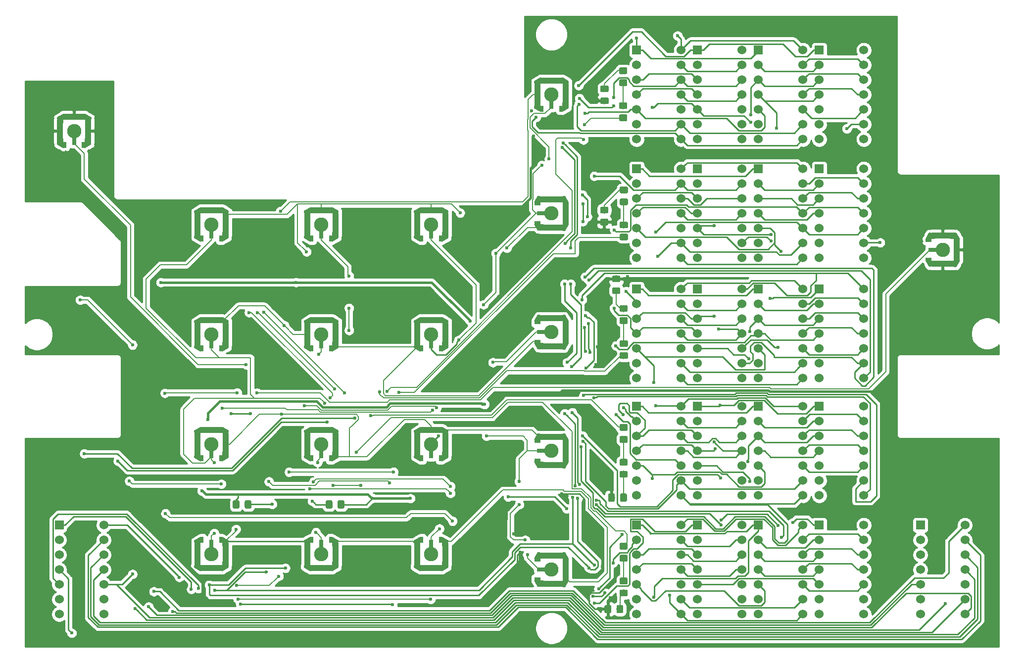
<source format=gbr>
G04 #@! TF.GenerationSoftware,KiCad,Pcbnew,(5.1.4-0-10_14)*
G04 #@! TF.CreationDate,2019-11-05T07:55:52+01:00*
G04 #@! TF.ProjectId,UFC,5546432e-6b69-4636-9164-5f7063625858,A*
G04 #@! TF.SameCoordinates,Original*
G04 #@! TF.FileFunction,Copper,L1,Top*
G04 #@! TF.FilePolarity,Positive*
%FSLAX46Y46*%
G04 Gerber Fmt 4.6, Leading zero omitted, Abs format (unit mm)*
G04 Created by KiCad (PCBNEW (5.1.4-0-10_14)) date 2019-11-05 07:55:52*
%MOMM*%
%LPD*%
G04 APERTURE LIST*
%ADD10R,1.524000X1.524000*%
%ADD11C,1.524000*%
%ADD12C,0.867506*%
%ADD13C,0.100000*%
%ADD14R,0.608000X1.090000*%
%ADD15R,1.090000X3.920000*%
%ADD16C,2.450000*%
%ADD17R,0.640000X2.450000*%
%ADD18R,3.920000X1.090000*%
%ADD19R,1.090000X0.608000*%
%ADD20R,2.450000X0.640000*%
%ADD21C,1.150000*%
%ADD22C,0.600000*%
%ADD23C,0.228600*%
%ADD24C,0.381000*%
%ADD25C,0.177800*%
%ADD26C,0.254000*%
G04 APERTURE END LIST*
D10*
X168787000Y-45847000D03*
D11*
X168787000Y-48387000D03*
X168787000Y-50927000D03*
X168787000Y-53467000D03*
X168787000Y-56007000D03*
X168787000Y-58547000D03*
X168787000Y-61087000D03*
X176407000Y-45847000D03*
X176407000Y-48387000D03*
X176407000Y-50927000D03*
X176407000Y-53467000D03*
X176407000Y-56007000D03*
X176407000Y-58547000D03*
X176407000Y-61087000D03*
D10*
X179201000Y-45847000D03*
D11*
X179201000Y-48387000D03*
X179201000Y-50927000D03*
X179201000Y-53467000D03*
X179201000Y-56007000D03*
X179201000Y-58547000D03*
X179201000Y-61087000D03*
X186821000Y-45847000D03*
X186821000Y-48387000D03*
X186821000Y-50927000D03*
X186821000Y-53467000D03*
X186821000Y-56007000D03*
X186821000Y-58547000D03*
X186821000Y-61087000D03*
D10*
X189615000Y-45847000D03*
D11*
X189615000Y-48387000D03*
X189615000Y-50927000D03*
X189615000Y-53467000D03*
X189615000Y-56007000D03*
X189615000Y-58547000D03*
X189615000Y-61087000D03*
X197235000Y-45847000D03*
X197235000Y-48387000D03*
X197235000Y-50927000D03*
X197235000Y-53467000D03*
X197235000Y-56007000D03*
X197235000Y-58547000D03*
X197235000Y-61087000D03*
D10*
X200029000Y-45847000D03*
D11*
X200029000Y-48387000D03*
X200029000Y-50927000D03*
X200029000Y-53467000D03*
X200029000Y-56007000D03*
X200029000Y-58547000D03*
X200029000Y-61087000D03*
X207649000Y-45847000D03*
X207649000Y-48387000D03*
X207649000Y-50927000D03*
X207649000Y-53467000D03*
X207649000Y-56007000D03*
X207649000Y-58547000D03*
X207649000Y-61087000D03*
D10*
X168787000Y-66167000D03*
D11*
X168787000Y-68707000D03*
X168787000Y-71247000D03*
X168787000Y-73787000D03*
X168787000Y-76327000D03*
X168787000Y-78867000D03*
X168787000Y-81407000D03*
X176407000Y-66167000D03*
X176407000Y-68707000D03*
X176407000Y-71247000D03*
X176407000Y-73787000D03*
X176407000Y-76327000D03*
X176407000Y-78867000D03*
X176407000Y-81407000D03*
D10*
X179201000Y-66167000D03*
D11*
X179201000Y-68707000D03*
X179201000Y-71247000D03*
X179201000Y-73787000D03*
X179201000Y-76327000D03*
X179201000Y-78867000D03*
X179201000Y-81407000D03*
X186821000Y-66167000D03*
X186821000Y-68707000D03*
X186821000Y-71247000D03*
X186821000Y-73787000D03*
X186821000Y-76327000D03*
X186821000Y-78867000D03*
X186821000Y-81407000D03*
D10*
X189615000Y-66167000D03*
D11*
X189615000Y-68707000D03*
X189615000Y-71247000D03*
X189615000Y-73787000D03*
X189615000Y-76327000D03*
X189615000Y-78867000D03*
X189615000Y-81407000D03*
X197235000Y-66167000D03*
X197235000Y-68707000D03*
X197235000Y-71247000D03*
X197235000Y-73787000D03*
X197235000Y-76327000D03*
X197235000Y-78867000D03*
X197235000Y-81407000D03*
D10*
X200029000Y-66167000D03*
D11*
X200029000Y-68707000D03*
X200029000Y-71247000D03*
X200029000Y-73787000D03*
X200029000Y-76327000D03*
X200029000Y-78867000D03*
X200029000Y-81407000D03*
X207649000Y-66167000D03*
X207649000Y-68707000D03*
X207649000Y-71247000D03*
X207649000Y-73787000D03*
X207649000Y-76327000D03*
X207649000Y-78867000D03*
X207649000Y-81407000D03*
D10*
X168787000Y-86741000D03*
D11*
X168787000Y-89281000D03*
X168787000Y-91821000D03*
X168787000Y-94361000D03*
X168787000Y-96901000D03*
X168787000Y-99441000D03*
X168787000Y-101981000D03*
X176407000Y-86741000D03*
X176407000Y-89281000D03*
X176407000Y-91821000D03*
X176407000Y-94361000D03*
X176407000Y-96901000D03*
X176407000Y-99441000D03*
X176407000Y-101981000D03*
D10*
X179201000Y-86741000D03*
D11*
X179201000Y-89281000D03*
X179201000Y-91821000D03*
X179201000Y-94361000D03*
X179201000Y-96901000D03*
X179201000Y-99441000D03*
X179201000Y-101981000D03*
X186821000Y-86741000D03*
X186821000Y-89281000D03*
X186821000Y-91821000D03*
X186821000Y-94361000D03*
X186821000Y-96901000D03*
X186821000Y-99441000D03*
X186821000Y-101981000D03*
D10*
X189615000Y-86741000D03*
D11*
X189615000Y-89281000D03*
X189615000Y-91821000D03*
X189615000Y-94361000D03*
X189615000Y-96901000D03*
X189615000Y-99441000D03*
X189615000Y-101981000D03*
X197235000Y-86741000D03*
X197235000Y-89281000D03*
X197235000Y-91821000D03*
X197235000Y-94361000D03*
X197235000Y-96901000D03*
X197235000Y-99441000D03*
X197235000Y-101981000D03*
D10*
X200029000Y-86741000D03*
D11*
X200029000Y-89281000D03*
X200029000Y-91821000D03*
X200029000Y-94361000D03*
X200029000Y-96901000D03*
X200029000Y-99441000D03*
X200029000Y-101981000D03*
X207649000Y-86741000D03*
X207649000Y-89281000D03*
X207649000Y-91821000D03*
X207649000Y-94361000D03*
X207649000Y-96901000D03*
X207649000Y-99441000D03*
X207649000Y-101981000D03*
D10*
X168787000Y-106807000D03*
D11*
X168787000Y-109347000D03*
X168787000Y-111887000D03*
X168787000Y-114427000D03*
X168787000Y-116967000D03*
X168787000Y-119507000D03*
X168787000Y-122047000D03*
X176407000Y-106807000D03*
X176407000Y-109347000D03*
X176407000Y-111887000D03*
X176407000Y-114427000D03*
X176407000Y-116967000D03*
X176407000Y-119507000D03*
X176407000Y-122047000D03*
D10*
X179201000Y-106807000D03*
D11*
X179201000Y-109347000D03*
X179201000Y-111887000D03*
X179201000Y-114427000D03*
X179201000Y-116967000D03*
X179201000Y-119507000D03*
X179201000Y-122047000D03*
X186821000Y-106807000D03*
X186821000Y-109347000D03*
X186821000Y-111887000D03*
X186821000Y-114427000D03*
X186821000Y-116967000D03*
X186821000Y-119507000D03*
X186821000Y-122047000D03*
D10*
X189615000Y-106807000D03*
D11*
X189615000Y-109347000D03*
X189615000Y-111887000D03*
X189615000Y-114427000D03*
X189615000Y-116967000D03*
X189615000Y-119507000D03*
X189615000Y-122047000D03*
X197235000Y-106807000D03*
X197235000Y-109347000D03*
X197235000Y-111887000D03*
X197235000Y-114427000D03*
X197235000Y-116967000D03*
X197235000Y-119507000D03*
X197235000Y-122047000D03*
D10*
X200029000Y-106807000D03*
D11*
X200029000Y-109347000D03*
X200029000Y-111887000D03*
X200029000Y-114427000D03*
X200029000Y-116967000D03*
X200029000Y-119507000D03*
X200029000Y-122047000D03*
X207649000Y-106807000D03*
X207649000Y-109347000D03*
X207649000Y-111887000D03*
X207649000Y-114427000D03*
X207649000Y-116967000D03*
X207649000Y-119507000D03*
X207649000Y-122047000D03*
D10*
X168787000Y-127127000D03*
D11*
X168787000Y-129667000D03*
X168787000Y-132207000D03*
X168787000Y-134747000D03*
X168787000Y-137287000D03*
X168787000Y-139827000D03*
X168787000Y-142367000D03*
X176407000Y-127127000D03*
X176407000Y-129667000D03*
X176407000Y-132207000D03*
X176407000Y-134747000D03*
X176407000Y-137287000D03*
X176407000Y-139827000D03*
X176407000Y-142367000D03*
D10*
X179201000Y-127127000D03*
D11*
X179201000Y-129667000D03*
X179201000Y-132207000D03*
X179201000Y-134747000D03*
X179201000Y-137287000D03*
X179201000Y-139827000D03*
X179201000Y-142367000D03*
X186821000Y-127127000D03*
X186821000Y-129667000D03*
X186821000Y-132207000D03*
X186821000Y-134747000D03*
X186821000Y-137287000D03*
X186821000Y-139827000D03*
X186821000Y-142367000D03*
D10*
X189615000Y-127127000D03*
D11*
X189615000Y-129667000D03*
X189615000Y-132207000D03*
X189615000Y-134747000D03*
X189615000Y-137287000D03*
X189615000Y-139827000D03*
X189615000Y-142367000D03*
X197235000Y-127127000D03*
X197235000Y-129667000D03*
X197235000Y-132207000D03*
X197235000Y-134747000D03*
X197235000Y-137287000D03*
X197235000Y-139827000D03*
X197235000Y-142367000D03*
D10*
X200029000Y-127127000D03*
D11*
X200029000Y-129667000D03*
X200029000Y-132207000D03*
X200029000Y-134747000D03*
X200029000Y-137287000D03*
X200029000Y-139827000D03*
X200029000Y-142367000D03*
X207649000Y-127127000D03*
X207649000Y-129667000D03*
X207649000Y-132207000D03*
X207649000Y-134747000D03*
X207649000Y-137287000D03*
X207649000Y-139827000D03*
X207649000Y-142367000D03*
D10*
X70009000Y-127127000D03*
D11*
X70009000Y-129667000D03*
X70009000Y-132207000D03*
X70009000Y-134747000D03*
X70009000Y-137287000D03*
X70009000Y-139827000D03*
X70009000Y-142367000D03*
X77629000Y-127127000D03*
X77629000Y-129667000D03*
X77629000Y-132207000D03*
X77629000Y-134747000D03*
X77629000Y-137287000D03*
X77629000Y-139827000D03*
X77629000Y-142367000D03*
D10*
X217329000Y-127127000D03*
D11*
X217329000Y-129667000D03*
X217329000Y-132207000D03*
X217329000Y-134747000D03*
X217329000Y-137287000D03*
X217329000Y-139827000D03*
X217329000Y-142367000D03*
X224949000Y-127127000D03*
X224949000Y-129667000D03*
X224949000Y-132207000D03*
X224949000Y-134747000D03*
X224949000Y-137287000D03*
X224949000Y-139827000D03*
X224949000Y-142367000D03*
D12*
X93644000Y-77842000D03*
D13*
G36*
X94189000Y-78654500D02*
G01*
X93099000Y-78029500D01*
X93099000Y-77654500D01*
X94189000Y-77029500D01*
X94189000Y-78654500D01*
X94189000Y-78654500D01*
G37*
D12*
X93644000Y-73542000D03*
D13*
G36*
X94189000Y-74354500D02*
G01*
X93099000Y-73729500D01*
X93099000Y-73354500D01*
X94189000Y-72729500D01*
X94189000Y-74354500D01*
X94189000Y-74354500D01*
G37*
D12*
X98444000Y-77842000D03*
D13*
G36*
X97899000Y-77029500D02*
G01*
X98989000Y-77654500D01*
X98989000Y-78029500D01*
X97899000Y-78654500D01*
X97899000Y-77029500D01*
X97899000Y-77029500D01*
G37*
D14*
X94444000Y-78092000D03*
D15*
X98459000Y-75692000D03*
D16*
X96044000Y-75692000D03*
D17*
X96044000Y-76942000D03*
D15*
X93629000Y-75692000D03*
D18*
X96044000Y-73277000D03*
D14*
X97644000Y-78092000D03*
D12*
X98494000Y-73542000D03*
D13*
G36*
X97949000Y-72729500D02*
G01*
X99039000Y-73354500D01*
X99039000Y-73729500D01*
X97949000Y-74354500D01*
X97949000Y-72729500D01*
X97949000Y-72729500D01*
G37*
D12*
X93644000Y-96638000D03*
D13*
G36*
X94189000Y-97450500D02*
G01*
X93099000Y-96825500D01*
X93099000Y-96450500D01*
X94189000Y-95825500D01*
X94189000Y-97450500D01*
X94189000Y-97450500D01*
G37*
D12*
X93644000Y-92338000D03*
D13*
G36*
X94189000Y-93150500D02*
G01*
X93099000Y-92525500D01*
X93099000Y-92150500D01*
X94189000Y-91525500D01*
X94189000Y-93150500D01*
X94189000Y-93150500D01*
G37*
D12*
X98444000Y-96638000D03*
D13*
G36*
X97899000Y-95825500D02*
G01*
X98989000Y-96450500D01*
X98989000Y-96825500D01*
X97899000Y-97450500D01*
X97899000Y-95825500D01*
X97899000Y-95825500D01*
G37*
D14*
X94444000Y-96888000D03*
D15*
X98459000Y-94488000D03*
D16*
X96044000Y-94488000D03*
D17*
X96044000Y-95738000D03*
D15*
X93629000Y-94488000D03*
D18*
X96044000Y-92073000D03*
D14*
X97644000Y-96888000D03*
D12*
X98494000Y-92338000D03*
D13*
G36*
X97949000Y-91525500D02*
G01*
X99039000Y-92150500D01*
X99039000Y-92525500D01*
X97949000Y-93150500D01*
X97949000Y-91525500D01*
X97949000Y-91525500D01*
G37*
D12*
X93644000Y-115434000D03*
D13*
G36*
X94189000Y-116246500D02*
G01*
X93099000Y-115621500D01*
X93099000Y-115246500D01*
X94189000Y-114621500D01*
X94189000Y-116246500D01*
X94189000Y-116246500D01*
G37*
D12*
X93644000Y-111134000D03*
D13*
G36*
X94189000Y-111946500D02*
G01*
X93099000Y-111321500D01*
X93099000Y-110946500D01*
X94189000Y-110321500D01*
X94189000Y-111946500D01*
X94189000Y-111946500D01*
G37*
D12*
X98444000Y-115434000D03*
D13*
G36*
X97899000Y-114621500D02*
G01*
X98989000Y-115246500D01*
X98989000Y-115621500D01*
X97899000Y-116246500D01*
X97899000Y-114621500D01*
X97899000Y-114621500D01*
G37*
D14*
X94444000Y-115684000D03*
D15*
X98459000Y-113284000D03*
D16*
X96044000Y-113284000D03*
D17*
X96044000Y-114534000D03*
D15*
X93629000Y-113284000D03*
D18*
X96044000Y-110869000D03*
D14*
X97644000Y-115684000D03*
D12*
X98494000Y-111134000D03*
D13*
G36*
X97949000Y-110321500D02*
G01*
X99039000Y-110946500D01*
X99039000Y-111321500D01*
X97949000Y-111946500D01*
X97949000Y-110321500D01*
X97949000Y-110321500D01*
G37*
D12*
X98444000Y-129930000D03*
D13*
G36*
X97899000Y-129117500D02*
G01*
X98989000Y-129742500D01*
X98989000Y-130117500D01*
X97899000Y-130742500D01*
X97899000Y-129117500D01*
X97899000Y-129117500D01*
G37*
D12*
X98444000Y-134230000D03*
D13*
G36*
X97899000Y-133417500D02*
G01*
X98989000Y-134042500D01*
X98989000Y-134417500D01*
X97899000Y-135042500D01*
X97899000Y-133417500D01*
X97899000Y-133417500D01*
G37*
D12*
X93644000Y-129930000D03*
D13*
G36*
X94189000Y-130742500D02*
G01*
X93099000Y-130117500D01*
X93099000Y-129742500D01*
X94189000Y-129117500D01*
X94189000Y-130742500D01*
X94189000Y-130742500D01*
G37*
D14*
X97644000Y-129680000D03*
D15*
X93629000Y-132080000D03*
D16*
X96044000Y-132080000D03*
D17*
X96044000Y-130830000D03*
D15*
X98459000Y-132080000D03*
D18*
X96044000Y-134495000D03*
D14*
X94444000Y-129680000D03*
D12*
X93594000Y-134230000D03*
D13*
G36*
X94139000Y-135042500D02*
G01*
X93049000Y-134417500D01*
X93049000Y-134042500D01*
X94139000Y-133417500D01*
X94139000Y-135042500D01*
X94139000Y-135042500D01*
G37*
D12*
X112440000Y-77842000D03*
D13*
G36*
X112985000Y-78654500D02*
G01*
X111895000Y-78029500D01*
X111895000Y-77654500D01*
X112985000Y-77029500D01*
X112985000Y-78654500D01*
X112985000Y-78654500D01*
G37*
D12*
X112440000Y-73542000D03*
D13*
G36*
X112985000Y-74354500D02*
G01*
X111895000Y-73729500D01*
X111895000Y-73354500D01*
X112985000Y-72729500D01*
X112985000Y-74354500D01*
X112985000Y-74354500D01*
G37*
D12*
X117240000Y-77842000D03*
D13*
G36*
X116695000Y-77029500D02*
G01*
X117785000Y-77654500D01*
X117785000Y-78029500D01*
X116695000Y-78654500D01*
X116695000Y-77029500D01*
X116695000Y-77029500D01*
G37*
D14*
X113240000Y-78092000D03*
D15*
X117255000Y-75692000D03*
D16*
X114840000Y-75692000D03*
D17*
X114840000Y-76942000D03*
D15*
X112425000Y-75692000D03*
D18*
X114840000Y-73277000D03*
D14*
X116440000Y-78092000D03*
D12*
X117290000Y-73542000D03*
D13*
G36*
X116745000Y-72729500D02*
G01*
X117835000Y-73354500D01*
X117835000Y-73729500D01*
X116745000Y-74354500D01*
X116745000Y-72729500D01*
X116745000Y-72729500D01*
G37*
D12*
X112440000Y-96638000D03*
D13*
G36*
X112985000Y-97450500D02*
G01*
X111895000Y-96825500D01*
X111895000Y-96450500D01*
X112985000Y-95825500D01*
X112985000Y-97450500D01*
X112985000Y-97450500D01*
G37*
D12*
X112440000Y-92338000D03*
D13*
G36*
X112985000Y-93150500D02*
G01*
X111895000Y-92525500D01*
X111895000Y-92150500D01*
X112985000Y-91525500D01*
X112985000Y-93150500D01*
X112985000Y-93150500D01*
G37*
D12*
X117240000Y-96638000D03*
D13*
G36*
X116695000Y-95825500D02*
G01*
X117785000Y-96450500D01*
X117785000Y-96825500D01*
X116695000Y-97450500D01*
X116695000Y-95825500D01*
X116695000Y-95825500D01*
G37*
D14*
X113240000Y-96888000D03*
D15*
X117255000Y-94488000D03*
D16*
X114840000Y-94488000D03*
D17*
X114840000Y-95738000D03*
D15*
X112425000Y-94488000D03*
D18*
X114840000Y-92073000D03*
D14*
X116440000Y-96888000D03*
D12*
X117290000Y-92338000D03*
D13*
G36*
X116745000Y-91525500D02*
G01*
X117835000Y-92150500D01*
X117835000Y-92525500D01*
X116745000Y-93150500D01*
X116745000Y-91525500D01*
X116745000Y-91525500D01*
G37*
D12*
X112440000Y-115434000D03*
D13*
G36*
X112985000Y-116246500D02*
G01*
X111895000Y-115621500D01*
X111895000Y-115246500D01*
X112985000Y-114621500D01*
X112985000Y-116246500D01*
X112985000Y-116246500D01*
G37*
D12*
X112440000Y-111134000D03*
D13*
G36*
X112985000Y-111946500D02*
G01*
X111895000Y-111321500D01*
X111895000Y-110946500D01*
X112985000Y-110321500D01*
X112985000Y-111946500D01*
X112985000Y-111946500D01*
G37*
D12*
X117240000Y-115434000D03*
D13*
G36*
X116695000Y-114621500D02*
G01*
X117785000Y-115246500D01*
X117785000Y-115621500D01*
X116695000Y-116246500D01*
X116695000Y-114621500D01*
X116695000Y-114621500D01*
G37*
D14*
X113240000Y-115684000D03*
D15*
X117255000Y-113284000D03*
D16*
X114840000Y-113284000D03*
D17*
X114840000Y-114534000D03*
D15*
X112425000Y-113284000D03*
D18*
X114840000Y-110869000D03*
D14*
X116440000Y-115684000D03*
D12*
X117290000Y-111134000D03*
D13*
G36*
X116745000Y-110321500D02*
G01*
X117835000Y-110946500D01*
X117835000Y-111321500D01*
X116745000Y-111946500D01*
X116745000Y-110321500D01*
X116745000Y-110321500D01*
G37*
D12*
X117240000Y-129930000D03*
D13*
G36*
X116695000Y-129117500D02*
G01*
X117785000Y-129742500D01*
X117785000Y-130117500D01*
X116695000Y-130742500D01*
X116695000Y-129117500D01*
X116695000Y-129117500D01*
G37*
D12*
X117240000Y-134230000D03*
D13*
G36*
X116695000Y-133417500D02*
G01*
X117785000Y-134042500D01*
X117785000Y-134417500D01*
X116695000Y-135042500D01*
X116695000Y-133417500D01*
X116695000Y-133417500D01*
G37*
D12*
X112440000Y-129930000D03*
D13*
G36*
X112985000Y-130742500D02*
G01*
X111895000Y-130117500D01*
X111895000Y-129742500D01*
X112985000Y-129117500D01*
X112985000Y-130742500D01*
X112985000Y-130742500D01*
G37*
D14*
X116440000Y-129680000D03*
D15*
X112425000Y-132080000D03*
D16*
X114840000Y-132080000D03*
D17*
X114840000Y-130830000D03*
D15*
X117255000Y-132080000D03*
D18*
X114840000Y-134495000D03*
D14*
X113240000Y-129680000D03*
D12*
X112390000Y-134230000D03*
D13*
G36*
X112935000Y-135042500D02*
G01*
X111845000Y-134417500D01*
X111845000Y-134042500D01*
X112935000Y-133417500D01*
X112935000Y-135042500D01*
X112935000Y-135042500D01*
G37*
D12*
X70149000Y-61840000D03*
D13*
G36*
X70694000Y-62652500D02*
G01*
X69604000Y-62027500D01*
X69604000Y-61652500D01*
X70694000Y-61027500D01*
X70694000Y-62652500D01*
X70694000Y-62652500D01*
G37*
D12*
X70149000Y-57540000D03*
D13*
G36*
X70694000Y-58352500D02*
G01*
X69604000Y-57727500D01*
X69604000Y-57352500D01*
X70694000Y-56727500D01*
X70694000Y-58352500D01*
X70694000Y-58352500D01*
G37*
D12*
X74949000Y-61840000D03*
D13*
G36*
X74404000Y-61027500D02*
G01*
X75494000Y-61652500D01*
X75494000Y-62027500D01*
X74404000Y-62652500D01*
X74404000Y-61027500D01*
X74404000Y-61027500D01*
G37*
D14*
X70949000Y-62090000D03*
D15*
X74964000Y-59690000D03*
D16*
X72549000Y-59690000D03*
D17*
X72549000Y-60940000D03*
D15*
X70134000Y-59690000D03*
D18*
X72549000Y-57275000D03*
D14*
X74149000Y-62090000D03*
D12*
X74999000Y-57540000D03*
D13*
G36*
X74454000Y-56727500D02*
G01*
X75544000Y-57352500D01*
X75544000Y-57727500D01*
X74454000Y-58352500D01*
X74454000Y-56727500D01*
X74454000Y-56727500D01*
G37*
D12*
X131236000Y-77842000D03*
D13*
G36*
X131781000Y-78654500D02*
G01*
X130691000Y-78029500D01*
X130691000Y-77654500D01*
X131781000Y-77029500D01*
X131781000Y-78654500D01*
X131781000Y-78654500D01*
G37*
D12*
X131236000Y-73542000D03*
D13*
G36*
X131781000Y-74354500D02*
G01*
X130691000Y-73729500D01*
X130691000Y-73354500D01*
X131781000Y-72729500D01*
X131781000Y-74354500D01*
X131781000Y-74354500D01*
G37*
D12*
X136036000Y-77842000D03*
D13*
G36*
X135491000Y-77029500D02*
G01*
X136581000Y-77654500D01*
X136581000Y-78029500D01*
X135491000Y-78654500D01*
X135491000Y-77029500D01*
X135491000Y-77029500D01*
G37*
D14*
X132036000Y-78092000D03*
D15*
X136051000Y-75692000D03*
D16*
X133636000Y-75692000D03*
D17*
X133636000Y-76942000D03*
D15*
X131221000Y-75692000D03*
D18*
X133636000Y-73277000D03*
D14*
X135236000Y-78092000D03*
D12*
X136086000Y-73542000D03*
D13*
G36*
X135541000Y-72729500D02*
G01*
X136631000Y-73354500D01*
X136631000Y-73729500D01*
X135541000Y-74354500D01*
X135541000Y-72729500D01*
X135541000Y-72729500D01*
G37*
D12*
X131236000Y-96638000D03*
D13*
G36*
X131781000Y-97450500D02*
G01*
X130691000Y-96825500D01*
X130691000Y-96450500D01*
X131781000Y-95825500D01*
X131781000Y-97450500D01*
X131781000Y-97450500D01*
G37*
D12*
X131236000Y-92338000D03*
D13*
G36*
X131781000Y-93150500D02*
G01*
X130691000Y-92525500D01*
X130691000Y-92150500D01*
X131781000Y-91525500D01*
X131781000Y-93150500D01*
X131781000Y-93150500D01*
G37*
D12*
X136036000Y-96638000D03*
D13*
G36*
X135491000Y-95825500D02*
G01*
X136581000Y-96450500D01*
X136581000Y-96825500D01*
X135491000Y-97450500D01*
X135491000Y-95825500D01*
X135491000Y-95825500D01*
G37*
D14*
X132036000Y-96888000D03*
D15*
X136051000Y-94488000D03*
D16*
X133636000Y-94488000D03*
D17*
X133636000Y-95738000D03*
D15*
X131221000Y-94488000D03*
D18*
X133636000Y-92073000D03*
D14*
X135236000Y-96888000D03*
D12*
X136086000Y-92338000D03*
D13*
G36*
X135541000Y-91525500D02*
G01*
X136631000Y-92150500D01*
X136631000Y-92525500D01*
X135541000Y-93150500D01*
X135541000Y-91525500D01*
X135541000Y-91525500D01*
G37*
D12*
X131236000Y-115434000D03*
D13*
G36*
X131781000Y-116246500D02*
G01*
X130691000Y-115621500D01*
X130691000Y-115246500D01*
X131781000Y-114621500D01*
X131781000Y-116246500D01*
X131781000Y-116246500D01*
G37*
D12*
X131236000Y-111134000D03*
D13*
G36*
X131781000Y-111946500D02*
G01*
X130691000Y-111321500D01*
X130691000Y-110946500D01*
X131781000Y-110321500D01*
X131781000Y-111946500D01*
X131781000Y-111946500D01*
G37*
D12*
X136036000Y-115434000D03*
D13*
G36*
X135491000Y-114621500D02*
G01*
X136581000Y-115246500D01*
X136581000Y-115621500D01*
X135491000Y-116246500D01*
X135491000Y-114621500D01*
X135491000Y-114621500D01*
G37*
D14*
X132036000Y-115684000D03*
D15*
X136051000Y-113284000D03*
D16*
X133636000Y-113284000D03*
D17*
X133636000Y-114534000D03*
D15*
X131221000Y-113284000D03*
D18*
X133636000Y-110869000D03*
D14*
X135236000Y-115684000D03*
D12*
X136086000Y-111134000D03*
D13*
G36*
X135541000Y-110321500D02*
G01*
X136631000Y-110946500D01*
X136631000Y-111321500D01*
X135541000Y-111946500D01*
X135541000Y-110321500D01*
X135541000Y-110321500D01*
G37*
D12*
X136036000Y-129930000D03*
D13*
G36*
X135491000Y-129117500D02*
G01*
X136581000Y-129742500D01*
X136581000Y-130117500D01*
X135491000Y-130742500D01*
X135491000Y-129117500D01*
X135491000Y-129117500D01*
G37*
D12*
X136036000Y-134230000D03*
D13*
G36*
X135491000Y-133417500D02*
G01*
X136581000Y-134042500D01*
X136581000Y-134417500D01*
X135491000Y-135042500D01*
X135491000Y-133417500D01*
X135491000Y-133417500D01*
G37*
D12*
X131236000Y-129930000D03*
D13*
G36*
X131781000Y-130742500D02*
G01*
X130691000Y-130117500D01*
X130691000Y-129742500D01*
X131781000Y-129117500D01*
X131781000Y-130742500D01*
X131781000Y-130742500D01*
G37*
D14*
X135236000Y-129680000D03*
D15*
X131221000Y-132080000D03*
D16*
X133636000Y-132080000D03*
D17*
X133636000Y-130830000D03*
D15*
X136051000Y-132080000D03*
D18*
X133636000Y-134495000D03*
D14*
X132036000Y-129680000D03*
D12*
X131186000Y-134230000D03*
D13*
G36*
X131731000Y-135042500D02*
G01*
X130641000Y-134417500D01*
X130641000Y-134042500D01*
X131731000Y-133417500D01*
X131731000Y-135042500D01*
X131731000Y-135042500D01*
G37*
D12*
X218989000Y-77610000D03*
D13*
G36*
X218176500Y-78155000D02*
G01*
X218801500Y-77065000D01*
X219176500Y-77065000D01*
X219801500Y-78155000D01*
X218176500Y-78155000D01*
X218176500Y-78155000D01*
G37*
D12*
X223289000Y-77610000D03*
D13*
G36*
X222476500Y-78155000D02*
G01*
X223101500Y-77065000D01*
X223476500Y-77065000D01*
X224101500Y-78155000D01*
X222476500Y-78155000D01*
X222476500Y-78155000D01*
G37*
D12*
X218989000Y-82410000D03*
D13*
G36*
X219801500Y-81865000D02*
G01*
X219176500Y-82955000D01*
X218801500Y-82955000D01*
X218176500Y-81865000D01*
X219801500Y-81865000D01*
X219801500Y-81865000D01*
G37*
D19*
X218739000Y-78410000D03*
D18*
X221139000Y-82425000D03*
D16*
X221139000Y-80010000D03*
D20*
X219889000Y-80010000D03*
D18*
X221139000Y-77595000D03*
D15*
X223554000Y-80010000D03*
D19*
X218739000Y-81610000D03*
D12*
X223289000Y-82460000D03*
D13*
G36*
X224101500Y-81915000D02*
G01*
X223476500Y-83005000D01*
X223101500Y-83005000D01*
X222476500Y-81915000D01*
X224101500Y-81915000D01*
X224101500Y-81915000D01*
G37*
D12*
X152060000Y-71387000D03*
D13*
G36*
X151247500Y-71932000D02*
G01*
X151872500Y-70842000D01*
X152247500Y-70842000D01*
X152872500Y-71932000D01*
X151247500Y-71932000D01*
X151247500Y-71932000D01*
G37*
D12*
X156360000Y-71387000D03*
D13*
G36*
X155547500Y-71932000D02*
G01*
X156172500Y-70842000D01*
X156547500Y-70842000D01*
X157172500Y-71932000D01*
X155547500Y-71932000D01*
X155547500Y-71932000D01*
G37*
D12*
X152060000Y-76187000D03*
D13*
G36*
X152872500Y-75642000D02*
G01*
X152247500Y-76732000D01*
X151872500Y-76732000D01*
X151247500Y-75642000D01*
X152872500Y-75642000D01*
X152872500Y-75642000D01*
G37*
D19*
X151810000Y-72187000D03*
D18*
X154210000Y-76202000D03*
D16*
X154210000Y-73787000D03*
D20*
X152960000Y-73787000D03*
D18*
X154210000Y-71372000D03*
D15*
X156625000Y-73787000D03*
D19*
X151810000Y-75387000D03*
D12*
X156360000Y-76237000D03*
D13*
G36*
X157172500Y-75692000D02*
G01*
X156547500Y-76782000D01*
X156172500Y-76782000D01*
X155547500Y-75692000D01*
X157172500Y-75692000D01*
X157172500Y-75692000D01*
G37*
D12*
X152060000Y-91707000D03*
D13*
G36*
X151247500Y-92252000D02*
G01*
X151872500Y-91162000D01*
X152247500Y-91162000D01*
X152872500Y-92252000D01*
X151247500Y-92252000D01*
X151247500Y-92252000D01*
G37*
D12*
X156360000Y-91707000D03*
D13*
G36*
X155547500Y-92252000D02*
G01*
X156172500Y-91162000D01*
X156547500Y-91162000D01*
X157172500Y-92252000D01*
X155547500Y-92252000D01*
X155547500Y-92252000D01*
G37*
D12*
X152060000Y-96507000D03*
D13*
G36*
X152872500Y-95962000D02*
G01*
X152247500Y-97052000D01*
X151872500Y-97052000D01*
X151247500Y-95962000D01*
X152872500Y-95962000D01*
X152872500Y-95962000D01*
G37*
D19*
X151810000Y-92507000D03*
D18*
X154210000Y-96522000D03*
D16*
X154210000Y-94107000D03*
D20*
X152960000Y-94107000D03*
D18*
X154210000Y-91692000D03*
D15*
X156625000Y-94107000D03*
D19*
X151810000Y-95707000D03*
D12*
X156360000Y-96557000D03*
D13*
G36*
X157172500Y-96012000D02*
G01*
X156547500Y-97102000D01*
X156172500Y-97102000D01*
X155547500Y-96012000D01*
X157172500Y-96012000D01*
X157172500Y-96012000D01*
G37*
D12*
X152060000Y-112027000D03*
D13*
G36*
X151247500Y-112572000D02*
G01*
X151872500Y-111482000D01*
X152247500Y-111482000D01*
X152872500Y-112572000D01*
X151247500Y-112572000D01*
X151247500Y-112572000D01*
G37*
D12*
X156360000Y-112027000D03*
D13*
G36*
X155547500Y-112572000D02*
G01*
X156172500Y-111482000D01*
X156547500Y-111482000D01*
X157172500Y-112572000D01*
X155547500Y-112572000D01*
X155547500Y-112572000D01*
G37*
D12*
X152060000Y-116827000D03*
D13*
G36*
X152872500Y-116282000D02*
G01*
X152247500Y-117372000D01*
X151872500Y-117372000D01*
X151247500Y-116282000D01*
X152872500Y-116282000D01*
X152872500Y-116282000D01*
G37*
D19*
X151810000Y-112827000D03*
D18*
X154210000Y-116842000D03*
D16*
X154210000Y-114427000D03*
D20*
X152960000Y-114427000D03*
D18*
X154210000Y-112012000D03*
D15*
X156625000Y-114427000D03*
D19*
X151810000Y-116027000D03*
D12*
X156360000Y-116877000D03*
D13*
G36*
X157172500Y-116332000D02*
G01*
X156547500Y-117422000D01*
X156172500Y-117422000D01*
X155547500Y-116332000D01*
X157172500Y-116332000D01*
X157172500Y-116332000D01*
G37*
D12*
X152060000Y-132347000D03*
D13*
G36*
X151247500Y-132892000D02*
G01*
X151872500Y-131802000D01*
X152247500Y-131802000D01*
X152872500Y-132892000D01*
X151247500Y-132892000D01*
X151247500Y-132892000D01*
G37*
D12*
X156360000Y-132347000D03*
D13*
G36*
X155547500Y-132892000D02*
G01*
X156172500Y-131802000D01*
X156547500Y-131802000D01*
X157172500Y-132892000D01*
X155547500Y-132892000D01*
X155547500Y-132892000D01*
G37*
D12*
X152060000Y-137147000D03*
D13*
G36*
X152872500Y-136602000D02*
G01*
X152247500Y-137692000D01*
X151872500Y-137692000D01*
X151247500Y-136602000D01*
X152872500Y-136602000D01*
X152872500Y-136602000D01*
G37*
D19*
X151810000Y-133147000D03*
D18*
X154210000Y-137162000D03*
D16*
X154210000Y-134747000D03*
D20*
X152960000Y-134747000D03*
D18*
X154210000Y-132332000D03*
D15*
X156625000Y-134747000D03*
D19*
X151810000Y-136347000D03*
D12*
X156360000Y-137197000D03*
D13*
G36*
X157172500Y-136652000D02*
G01*
X156547500Y-137742000D01*
X156172500Y-137742000D01*
X155547500Y-136652000D01*
X157172500Y-136652000D01*
X157172500Y-136652000D01*
G37*
D12*
X151810000Y-55617000D03*
D13*
G36*
X152355000Y-56429500D02*
G01*
X151265000Y-55804500D01*
X151265000Y-55429500D01*
X152355000Y-54804500D01*
X152355000Y-56429500D01*
X152355000Y-56429500D01*
G37*
D12*
X151810000Y-51317000D03*
D13*
G36*
X152355000Y-52129500D02*
G01*
X151265000Y-51504500D01*
X151265000Y-51129500D01*
X152355000Y-50504500D01*
X152355000Y-52129500D01*
X152355000Y-52129500D01*
G37*
D12*
X156610000Y-55617000D03*
D13*
G36*
X156065000Y-54804500D02*
G01*
X157155000Y-55429500D01*
X157155000Y-55804500D01*
X156065000Y-56429500D01*
X156065000Y-54804500D01*
X156065000Y-54804500D01*
G37*
D14*
X152610000Y-55867000D03*
D15*
X156625000Y-53467000D03*
D16*
X154210000Y-53467000D03*
D17*
X154210000Y-54717000D03*
D15*
X151795000Y-53467000D03*
D18*
X154210000Y-51052000D03*
D14*
X155810000Y-55867000D03*
D12*
X156660000Y-51317000D03*
D13*
G36*
X156115000Y-50504500D02*
G01*
X157205000Y-51129500D01*
X157205000Y-51504500D01*
X156115000Y-52129500D01*
X156115000Y-50504500D01*
X156115000Y-50504500D01*
G37*
G36*
X166974505Y-48801204D02*
G01*
X166998773Y-48804804D01*
X167022572Y-48810765D01*
X167045671Y-48819030D01*
X167067850Y-48829520D01*
X167088893Y-48842132D01*
X167108599Y-48856747D01*
X167126777Y-48873223D01*
X167143253Y-48891401D01*
X167157868Y-48911107D01*
X167170480Y-48932150D01*
X167180970Y-48954329D01*
X167189235Y-48977428D01*
X167195196Y-49001227D01*
X167198796Y-49025495D01*
X167200000Y-49049999D01*
X167200000Y-49700001D01*
X167198796Y-49724505D01*
X167195196Y-49748773D01*
X167189235Y-49772572D01*
X167180970Y-49795671D01*
X167170480Y-49817850D01*
X167157868Y-49838893D01*
X167143253Y-49858599D01*
X167126777Y-49876777D01*
X167108599Y-49893253D01*
X167088893Y-49907868D01*
X167067850Y-49920480D01*
X167045671Y-49930970D01*
X167022572Y-49939235D01*
X166998773Y-49945196D01*
X166974505Y-49948796D01*
X166950001Y-49950000D01*
X166049999Y-49950000D01*
X166025495Y-49948796D01*
X166001227Y-49945196D01*
X165977428Y-49939235D01*
X165954329Y-49930970D01*
X165932150Y-49920480D01*
X165911107Y-49907868D01*
X165891401Y-49893253D01*
X165873223Y-49876777D01*
X165856747Y-49858599D01*
X165842132Y-49838893D01*
X165829520Y-49817850D01*
X165819030Y-49795671D01*
X165810765Y-49772572D01*
X165804804Y-49748773D01*
X165801204Y-49724505D01*
X165800000Y-49700001D01*
X165800000Y-49049999D01*
X165801204Y-49025495D01*
X165804804Y-49001227D01*
X165810765Y-48977428D01*
X165819030Y-48954329D01*
X165829520Y-48932150D01*
X165842132Y-48911107D01*
X165856747Y-48891401D01*
X165873223Y-48873223D01*
X165891401Y-48856747D01*
X165911107Y-48842132D01*
X165932150Y-48829520D01*
X165954329Y-48819030D01*
X165977428Y-48810765D01*
X166001227Y-48804804D01*
X166025495Y-48801204D01*
X166049999Y-48800000D01*
X166950001Y-48800000D01*
X166974505Y-48801204D01*
X166974505Y-48801204D01*
G37*
D21*
X166500000Y-49375000D03*
D13*
G36*
X166974505Y-50851204D02*
G01*
X166998773Y-50854804D01*
X167022572Y-50860765D01*
X167045671Y-50869030D01*
X167067850Y-50879520D01*
X167088893Y-50892132D01*
X167108599Y-50906747D01*
X167126777Y-50923223D01*
X167143253Y-50941401D01*
X167157868Y-50961107D01*
X167170480Y-50982150D01*
X167180970Y-51004329D01*
X167189235Y-51027428D01*
X167195196Y-51051227D01*
X167198796Y-51075495D01*
X167200000Y-51099999D01*
X167200000Y-51750001D01*
X167198796Y-51774505D01*
X167195196Y-51798773D01*
X167189235Y-51822572D01*
X167180970Y-51845671D01*
X167170480Y-51867850D01*
X167157868Y-51888893D01*
X167143253Y-51908599D01*
X167126777Y-51926777D01*
X167108599Y-51943253D01*
X167088893Y-51957868D01*
X167067850Y-51970480D01*
X167045671Y-51980970D01*
X167022572Y-51989235D01*
X166998773Y-51995196D01*
X166974505Y-51998796D01*
X166950001Y-52000000D01*
X166049999Y-52000000D01*
X166025495Y-51998796D01*
X166001227Y-51995196D01*
X165977428Y-51989235D01*
X165954329Y-51980970D01*
X165932150Y-51970480D01*
X165911107Y-51957868D01*
X165891401Y-51943253D01*
X165873223Y-51926777D01*
X165856747Y-51908599D01*
X165842132Y-51888893D01*
X165829520Y-51867850D01*
X165819030Y-51845671D01*
X165810765Y-51822572D01*
X165804804Y-51798773D01*
X165801204Y-51774505D01*
X165800000Y-51750001D01*
X165800000Y-51099999D01*
X165801204Y-51075495D01*
X165804804Y-51051227D01*
X165810765Y-51027428D01*
X165819030Y-51004329D01*
X165829520Y-50982150D01*
X165842132Y-50961107D01*
X165856747Y-50941401D01*
X165873223Y-50923223D01*
X165891401Y-50906747D01*
X165911107Y-50892132D01*
X165932150Y-50879520D01*
X165954329Y-50869030D01*
X165977428Y-50860765D01*
X166001227Y-50854804D01*
X166025495Y-50851204D01*
X166049999Y-50850000D01*
X166950001Y-50850000D01*
X166974505Y-50851204D01*
X166974505Y-50851204D01*
G37*
D21*
X166500000Y-51425000D03*
D13*
G36*
X167074505Y-71251204D02*
G01*
X167098773Y-71254804D01*
X167122572Y-71260765D01*
X167145671Y-71269030D01*
X167167850Y-71279520D01*
X167188893Y-71292132D01*
X167208599Y-71306747D01*
X167226777Y-71323223D01*
X167243253Y-71341401D01*
X167257868Y-71361107D01*
X167270480Y-71382150D01*
X167280970Y-71404329D01*
X167289235Y-71427428D01*
X167295196Y-71451227D01*
X167298796Y-71475495D01*
X167300000Y-71499999D01*
X167300000Y-72150001D01*
X167298796Y-72174505D01*
X167295196Y-72198773D01*
X167289235Y-72222572D01*
X167280970Y-72245671D01*
X167270480Y-72267850D01*
X167257868Y-72288893D01*
X167243253Y-72308599D01*
X167226777Y-72326777D01*
X167208599Y-72343253D01*
X167188893Y-72357868D01*
X167167850Y-72370480D01*
X167145671Y-72380970D01*
X167122572Y-72389235D01*
X167098773Y-72395196D01*
X167074505Y-72398796D01*
X167050001Y-72400000D01*
X166149999Y-72400000D01*
X166125495Y-72398796D01*
X166101227Y-72395196D01*
X166077428Y-72389235D01*
X166054329Y-72380970D01*
X166032150Y-72370480D01*
X166011107Y-72357868D01*
X165991401Y-72343253D01*
X165973223Y-72326777D01*
X165956747Y-72308599D01*
X165942132Y-72288893D01*
X165929520Y-72267850D01*
X165919030Y-72245671D01*
X165910765Y-72222572D01*
X165904804Y-72198773D01*
X165901204Y-72174505D01*
X165900000Y-72150001D01*
X165900000Y-71499999D01*
X165901204Y-71475495D01*
X165904804Y-71451227D01*
X165910765Y-71427428D01*
X165919030Y-71404329D01*
X165929520Y-71382150D01*
X165942132Y-71361107D01*
X165956747Y-71341401D01*
X165973223Y-71323223D01*
X165991401Y-71306747D01*
X166011107Y-71292132D01*
X166032150Y-71279520D01*
X166054329Y-71269030D01*
X166077428Y-71260765D01*
X166101227Y-71254804D01*
X166125495Y-71251204D01*
X166149999Y-71250000D01*
X167050001Y-71250000D01*
X167074505Y-71251204D01*
X167074505Y-71251204D01*
G37*
D21*
X166600000Y-71825000D03*
D13*
G36*
X167074505Y-69201204D02*
G01*
X167098773Y-69204804D01*
X167122572Y-69210765D01*
X167145671Y-69219030D01*
X167167850Y-69229520D01*
X167188893Y-69242132D01*
X167208599Y-69256747D01*
X167226777Y-69273223D01*
X167243253Y-69291401D01*
X167257868Y-69311107D01*
X167270480Y-69332150D01*
X167280970Y-69354329D01*
X167289235Y-69377428D01*
X167295196Y-69401227D01*
X167298796Y-69425495D01*
X167300000Y-69449999D01*
X167300000Y-70100001D01*
X167298796Y-70124505D01*
X167295196Y-70148773D01*
X167289235Y-70172572D01*
X167280970Y-70195671D01*
X167270480Y-70217850D01*
X167257868Y-70238893D01*
X167243253Y-70258599D01*
X167226777Y-70276777D01*
X167208599Y-70293253D01*
X167188893Y-70307868D01*
X167167850Y-70320480D01*
X167145671Y-70330970D01*
X167122572Y-70339235D01*
X167098773Y-70345196D01*
X167074505Y-70348796D01*
X167050001Y-70350000D01*
X166149999Y-70350000D01*
X166125495Y-70348796D01*
X166101227Y-70345196D01*
X166077428Y-70339235D01*
X166054329Y-70330970D01*
X166032150Y-70320480D01*
X166011107Y-70307868D01*
X165991401Y-70293253D01*
X165973223Y-70276777D01*
X165956747Y-70258599D01*
X165942132Y-70238893D01*
X165929520Y-70217850D01*
X165919030Y-70195671D01*
X165910765Y-70172572D01*
X165904804Y-70148773D01*
X165901204Y-70124505D01*
X165900000Y-70100001D01*
X165900000Y-69449999D01*
X165901204Y-69425495D01*
X165904804Y-69401227D01*
X165910765Y-69377428D01*
X165919030Y-69354329D01*
X165929520Y-69332150D01*
X165942132Y-69311107D01*
X165956747Y-69291401D01*
X165973223Y-69273223D01*
X165991401Y-69256747D01*
X166011107Y-69242132D01*
X166032150Y-69229520D01*
X166054329Y-69219030D01*
X166077428Y-69210765D01*
X166101227Y-69204804D01*
X166125495Y-69201204D01*
X166149999Y-69200000D01*
X167050001Y-69200000D01*
X167074505Y-69201204D01*
X167074505Y-69201204D01*
G37*
D21*
X166600000Y-69775000D03*
D13*
G36*
X167041505Y-89501204D02*
G01*
X167065773Y-89504804D01*
X167089572Y-89510765D01*
X167112671Y-89519030D01*
X167134850Y-89529520D01*
X167155893Y-89542132D01*
X167175599Y-89556747D01*
X167193777Y-89573223D01*
X167210253Y-89591401D01*
X167224868Y-89611107D01*
X167237480Y-89632150D01*
X167247970Y-89654329D01*
X167256235Y-89677428D01*
X167262196Y-89701227D01*
X167265796Y-89725495D01*
X167267000Y-89749999D01*
X167267000Y-90400001D01*
X167265796Y-90424505D01*
X167262196Y-90448773D01*
X167256235Y-90472572D01*
X167247970Y-90495671D01*
X167237480Y-90517850D01*
X167224868Y-90538893D01*
X167210253Y-90558599D01*
X167193777Y-90576777D01*
X167175599Y-90593253D01*
X167155893Y-90607868D01*
X167134850Y-90620480D01*
X167112671Y-90630970D01*
X167089572Y-90639235D01*
X167065773Y-90645196D01*
X167041505Y-90648796D01*
X167017001Y-90650000D01*
X166116999Y-90650000D01*
X166092495Y-90648796D01*
X166068227Y-90645196D01*
X166044428Y-90639235D01*
X166021329Y-90630970D01*
X165999150Y-90620480D01*
X165978107Y-90607868D01*
X165958401Y-90593253D01*
X165940223Y-90576777D01*
X165923747Y-90558599D01*
X165909132Y-90538893D01*
X165896520Y-90517850D01*
X165886030Y-90495671D01*
X165877765Y-90472572D01*
X165871804Y-90448773D01*
X165868204Y-90424505D01*
X165867000Y-90400001D01*
X165867000Y-89749999D01*
X165868204Y-89725495D01*
X165871804Y-89701227D01*
X165877765Y-89677428D01*
X165886030Y-89654329D01*
X165896520Y-89632150D01*
X165909132Y-89611107D01*
X165923747Y-89591401D01*
X165940223Y-89573223D01*
X165958401Y-89556747D01*
X165978107Y-89542132D01*
X165999150Y-89529520D01*
X166021329Y-89519030D01*
X166044428Y-89510765D01*
X166068227Y-89504804D01*
X166092495Y-89501204D01*
X166116999Y-89500000D01*
X167017001Y-89500000D01*
X167041505Y-89501204D01*
X167041505Y-89501204D01*
G37*
D21*
X166567000Y-90075000D03*
D13*
G36*
X167041505Y-91551204D02*
G01*
X167065773Y-91554804D01*
X167089572Y-91560765D01*
X167112671Y-91569030D01*
X167134850Y-91579520D01*
X167155893Y-91592132D01*
X167175599Y-91606747D01*
X167193777Y-91623223D01*
X167210253Y-91641401D01*
X167224868Y-91661107D01*
X167237480Y-91682150D01*
X167247970Y-91704329D01*
X167256235Y-91727428D01*
X167262196Y-91751227D01*
X167265796Y-91775495D01*
X167267000Y-91799999D01*
X167267000Y-92450001D01*
X167265796Y-92474505D01*
X167262196Y-92498773D01*
X167256235Y-92522572D01*
X167247970Y-92545671D01*
X167237480Y-92567850D01*
X167224868Y-92588893D01*
X167210253Y-92608599D01*
X167193777Y-92626777D01*
X167175599Y-92643253D01*
X167155893Y-92657868D01*
X167134850Y-92670480D01*
X167112671Y-92680970D01*
X167089572Y-92689235D01*
X167065773Y-92695196D01*
X167041505Y-92698796D01*
X167017001Y-92700000D01*
X166116999Y-92700000D01*
X166092495Y-92698796D01*
X166068227Y-92695196D01*
X166044428Y-92689235D01*
X166021329Y-92680970D01*
X165999150Y-92670480D01*
X165978107Y-92657868D01*
X165958401Y-92643253D01*
X165940223Y-92626777D01*
X165923747Y-92608599D01*
X165909132Y-92588893D01*
X165896520Y-92567850D01*
X165886030Y-92545671D01*
X165877765Y-92522572D01*
X165871804Y-92498773D01*
X165868204Y-92474505D01*
X165867000Y-92450001D01*
X165867000Y-91799999D01*
X165868204Y-91775495D01*
X165871804Y-91751227D01*
X165877765Y-91727428D01*
X165886030Y-91704329D01*
X165896520Y-91682150D01*
X165909132Y-91661107D01*
X165923747Y-91641401D01*
X165940223Y-91623223D01*
X165958401Y-91606747D01*
X165978107Y-91592132D01*
X165999150Y-91579520D01*
X166021329Y-91569030D01*
X166044428Y-91560765D01*
X166068227Y-91554804D01*
X166092495Y-91551204D01*
X166116999Y-91550000D01*
X167017001Y-91550000D01*
X167041505Y-91551204D01*
X167041505Y-91551204D01*
G37*
D21*
X166567000Y-92125000D03*
D13*
G36*
X167041505Y-117855204D02*
G01*
X167065773Y-117858804D01*
X167089572Y-117864765D01*
X167112671Y-117873030D01*
X167134850Y-117883520D01*
X167155893Y-117896132D01*
X167175599Y-117910747D01*
X167193777Y-117927223D01*
X167210253Y-117945401D01*
X167224868Y-117965107D01*
X167237480Y-117986150D01*
X167247970Y-118008329D01*
X167256235Y-118031428D01*
X167262196Y-118055227D01*
X167265796Y-118079495D01*
X167267000Y-118103999D01*
X167267000Y-118754001D01*
X167265796Y-118778505D01*
X167262196Y-118802773D01*
X167256235Y-118826572D01*
X167247970Y-118849671D01*
X167237480Y-118871850D01*
X167224868Y-118892893D01*
X167210253Y-118912599D01*
X167193777Y-118930777D01*
X167175599Y-118947253D01*
X167155893Y-118961868D01*
X167134850Y-118974480D01*
X167112671Y-118984970D01*
X167089572Y-118993235D01*
X167065773Y-118999196D01*
X167041505Y-119002796D01*
X167017001Y-119004000D01*
X166116999Y-119004000D01*
X166092495Y-119002796D01*
X166068227Y-118999196D01*
X166044428Y-118993235D01*
X166021329Y-118984970D01*
X165999150Y-118974480D01*
X165978107Y-118961868D01*
X165958401Y-118947253D01*
X165940223Y-118930777D01*
X165923747Y-118912599D01*
X165909132Y-118892893D01*
X165896520Y-118871850D01*
X165886030Y-118849671D01*
X165877765Y-118826572D01*
X165871804Y-118802773D01*
X165868204Y-118778505D01*
X165867000Y-118754001D01*
X165867000Y-118103999D01*
X165868204Y-118079495D01*
X165871804Y-118055227D01*
X165877765Y-118031428D01*
X165886030Y-118008329D01*
X165896520Y-117986150D01*
X165909132Y-117965107D01*
X165923747Y-117945401D01*
X165940223Y-117927223D01*
X165958401Y-117910747D01*
X165978107Y-117896132D01*
X165999150Y-117883520D01*
X166021329Y-117873030D01*
X166044428Y-117864765D01*
X166068227Y-117858804D01*
X166092495Y-117855204D01*
X166116999Y-117854000D01*
X167017001Y-117854000D01*
X167041505Y-117855204D01*
X167041505Y-117855204D01*
G37*
D21*
X166567000Y-118429000D03*
D13*
G36*
X167041505Y-115805204D02*
G01*
X167065773Y-115808804D01*
X167089572Y-115814765D01*
X167112671Y-115823030D01*
X167134850Y-115833520D01*
X167155893Y-115846132D01*
X167175599Y-115860747D01*
X167193777Y-115877223D01*
X167210253Y-115895401D01*
X167224868Y-115915107D01*
X167237480Y-115936150D01*
X167247970Y-115958329D01*
X167256235Y-115981428D01*
X167262196Y-116005227D01*
X167265796Y-116029495D01*
X167267000Y-116053999D01*
X167267000Y-116704001D01*
X167265796Y-116728505D01*
X167262196Y-116752773D01*
X167256235Y-116776572D01*
X167247970Y-116799671D01*
X167237480Y-116821850D01*
X167224868Y-116842893D01*
X167210253Y-116862599D01*
X167193777Y-116880777D01*
X167175599Y-116897253D01*
X167155893Y-116911868D01*
X167134850Y-116924480D01*
X167112671Y-116934970D01*
X167089572Y-116943235D01*
X167065773Y-116949196D01*
X167041505Y-116952796D01*
X167017001Y-116954000D01*
X166116999Y-116954000D01*
X166092495Y-116952796D01*
X166068227Y-116949196D01*
X166044428Y-116943235D01*
X166021329Y-116934970D01*
X165999150Y-116924480D01*
X165978107Y-116911868D01*
X165958401Y-116897253D01*
X165940223Y-116880777D01*
X165923747Y-116862599D01*
X165909132Y-116842893D01*
X165896520Y-116821850D01*
X165886030Y-116799671D01*
X165877765Y-116776572D01*
X165871804Y-116752773D01*
X165868204Y-116728505D01*
X165867000Y-116704001D01*
X165867000Y-116053999D01*
X165868204Y-116029495D01*
X165871804Y-116005227D01*
X165877765Y-115981428D01*
X165886030Y-115958329D01*
X165896520Y-115936150D01*
X165909132Y-115915107D01*
X165923747Y-115895401D01*
X165940223Y-115877223D01*
X165958401Y-115860747D01*
X165978107Y-115846132D01*
X165999150Y-115833520D01*
X166021329Y-115823030D01*
X166044428Y-115814765D01*
X166068227Y-115808804D01*
X166092495Y-115805204D01*
X166116999Y-115804000D01*
X167017001Y-115804000D01*
X167041505Y-115805204D01*
X167041505Y-115805204D01*
G37*
D21*
X166567000Y-116379000D03*
D13*
G36*
X167041505Y-138175204D02*
G01*
X167065773Y-138178804D01*
X167089572Y-138184765D01*
X167112671Y-138193030D01*
X167134850Y-138203520D01*
X167155893Y-138216132D01*
X167175599Y-138230747D01*
X167193777Y-138247223D01*
X167210253Y-138265401D01*
X167224868Y-138285107D01*
X167237480Y-138306150D01*
X167247970Y-138328329D01*
X167256235Y-138351428D01*
X167262196Y-138375227D01*
X167265796Y-138399495D01*
X167267000Y-138423999D01*
X167267000Y-139074001D01*
X167265796Y-139098505D01*
X167262196Y-139122773D01*
X167256235Y-139146572D01*
X167247970Y-139169671D01*
X167237480Y-139191850D01*
X167224868Y-139212893D01*
X167210253Y-139232599D01*
X167193777Y-139250777D01*
X167175599Y-139267253D01*
X167155893Y-139281868D01*
X167134850Y-139294480D01*
X167112671Y-139304970D01*
X167089572Y-139313235D01*
X167065773Y-139319196D01*
X167041505Y-139322796D01*
X167017001Y-139324000D01*
X166116999Y-139324000D01*
X166092495Y-139322796D01*
X166068227Y-139319196D01*
X166044428Y-139313235D01*
X166021329Y-139304970D01*
X165999150Y-139294480D01*
X165978107Y-139281868D01*
X165958401Y-139267253D01*
X165940223Y-139250777D01*
X165923747Y-139232599D01*
X165909132Y-139212893D01*
X165896520Y-139191850D01*
X165886030Y-139169671D01*
X165877765Y-139146572D01*
X165871804Y-139122773D01*
X165868204Y-139098505D01*
X165867000Y-139074001D01*
X165867000Y-138423999D01*
X165868204Y-138399495D01*
X165871804Y-138375227D01*
X165877765Y-138351428D01*
X165886030Y-138328329D01*
X165896520Y-138306150D01*
X165909132Y-138285107D01*
X165923747Y-138265401D01*
X165940223Y-138247223D01*
X165958401Y-138230747D01*
X165978107Y-138216132D01*
X165999150Y-138203520D01*
X166021329Y-138193030D01*
X166044428Y-138184765D01*
X166068227Y-138178804D01*
X166092495Y-138175204D01*
X166116999Y-138174000D01*
X167017001Y-138174000D01*
X167041505Y-138175204D01*
X167041505Y-138175204D01*
G37*
D21*
X166567000Y-138749000D03*
D13*
G36*
X167041505Y-136125204D02*
G01*
X167065773Y-136128804D01*
X167089572Y-136134765D01*
X167112671Y-136143030D01*
X167134850Y-136153520D01*
X167155893Y-136166132D01*
X167175599Y-136180747D01*
X167193777Y-136197223D01*
X167210253Y-136215401D01*
X167224868Y-136235107D01*
X167237480Y-136256150D01*
X167247970Y-136278329D01*
X167256235Y-136301428D01*
X167262196Y-136325227D01*
X167265796Y-136349495D01*
X167267000Y-136373999D01*
X167267000Y-137024001D01*
X167265796Y-137048505D01*
X167262196Y-137072773D01*
X167256235Y-137096572D01*
X167247970Y-137119671D01*
X167237480Y-137141850D01*
X167224868Y-137162893D01*
X167210253Y-137182599D01*
X167193777Y-137200777D01*
X167175599Y-137217253D01*
X167155893Y-137231868D01*
X167134850Y-137244480D01*
X167112671Y-137254970D01*
X167089572Y-137263235D01*
X167065773Y-137269196D01*
X167041505Y-137272796D01*
X167017001Y-137274000D01*
X166116999Y-137274000D01*
X166092495Y-137272796D01*
X166068227Y-137269196D01*
X166044428Y-137263235D01*
X166021329Y-137254970D01*
X165999150Y-137244480D01*
X165978107Y-137231868D01*
X165958401Y-137217253D01*
X165940223Y-137200777D01*
X165923747Y-137182599D01*
X165909132Y-137162893D01*
X165896520Y-137141850D01*
X165886030Y-137119671D01*
X165877765Y-137096572D01*
X165871804Y-137072773D01*
X165868204Y-137048505D01*
X165867000Y-137024001D01*
X165867000Y-136373999D01*
X165868204Y-136349495D01*
X165871804Y-136325227D01*
X165877765Y-136301428D01*
X165886030Y-136278329D01*
X165896520Y-136256150D01*
X165909132Y-136235107D01*
X165923747Y-136215401D01*
X165940223Y-136197223D01*
X165958401Y-136180747D01*
X165978107Y-136166132D01*
X165999150Y-136153520D01*
X166021329Y-136143030D01*
X166044428Y-136134765D01*
X166068227Y-136128804D01*
X166092495Y-136125204D01*
X166116999Y-136124000D01*
X167017001Y-136124000D01*
X167041505Y-136125204D01*
X167041505Y-136125204D01*
G37*
D21*
X166567000Y-136699000D03*
D13*
G36*
X166974505Y-56851204D02*
G01*
X166998773Y-56854804D01*
X167022572Y-56860765D01*
X167045671Y-56869030D01*
X167067850Y-56879520D01*
X167088893Y-56892132D01*
X167108599Y-56906747D01*
X167126777Y-56923223D01*
X167143253Y-56941401D01*
X167157868Y-56961107D01*
X167170480Y-56982150D01*
X167180970Y-57004329D01*
X167189235Y-57027428D01*
X167195196Y-57051227D01*
X167198796Y-57075495D01*
X167200000Y-57099999D01*
X167200000Y-57750001D01*
X167198796Y-57774505D01*
X167195196Y-57798773D01*
X167189235Y-57822572D01*
X167180970Y-57845671D01*
X167170480Y-57867850D01*
X167157868Y-57888893D01*
X167143253Y-57908599D01*
X167126777Y-57926777D01*
X167108599Y-57943253D01*
X167088893Y-57957868D01*
X167067850Y-57970480D01*
X167045671Y-57980970D01*
X167022572Y-57989235D01*
X166998773Y-57995196D01*
X166974505Y-57998796D01*
X166950001Y-58000000D01*
X166049999Y-58000000D01*
X166025495Y-57998796D01*
X166001227Y-57995196D01*
X165977428Y-57989235D01*
X165954329Y-57980970D01*
X165932150Y-57970480D01*
X165911107Y-57957868D01*
X165891401Y-57943253D01*
X165873223Y-57926777D01*
X165856747Y-57908599D01*
X165842132Y-57888893D01*
X165829520Y-57867850D01*
X165819030Y-57845671D01*
X165810765Y-57822572D01*
X165804804Y-57798773D01*
X165801204Y-57774505D01*
X165800000Y-57750001D01*
X165800000Y-57099999D01*
X165801204Y-57075495D01*
X165804804Y-57051227D01*
X165810765Y-57027428D01*
X165819030Y-57004329D01*
X165829520Y-56982150D01*
X165842132Y-56961107D01*
X165856747Y-56941401D01*
X165873223Y-56923223D01*
X165891401Y-56906747D01*
X165911107Y-56892132D01*
X165932150Y-56879520D01*
X165954329Y-56869030D01*
X165977428Y-56860765D01*
X166001227Y-56854804D01*
X166025495Y-56851204D01*
X166049999Y-56850000D01*
X166950001Y-56850000D01*
X166974505Y-56851204D01*
X166974505Y-56851204D01*
G37*
D21*
X166500000Y-57425000D03*
D13*
G36*
X166974505Y-54801204D02*
G01*
X166998773Y-54804804D01*
X167022572Y-54810765D01*
X167045671Y-54819030D01*
X167067850Y-54829520D01*
X167088893Y-54842132D01*
X167108599Y-54856747D01*
X167126777Y-54873223D01*
X167143253Y-54891401D01*
X167157868Y-54911107D01*
X167170480Y-54932150D01*
X167180970Y-54954329D01*
X167189235Y-54977428D01*
X167195196Y-55001227D01*
X167198796Y-55025495D01*
X167200000Y-55049999D01*
X167200000Y-55700001D01*
X167198796Y-55724505D01*
X167195196Y-55748773D01*
X167189235Y-55772572D01*
X167180970Y-55795671D01*
X167170480Y-55817850D01*
X167157868Y-55838893D01*
X167143253Y-55858599D01*
X167126777Y-55876777D01*
X167108599Y-55893253D01*
X167088893Y-55907868D01*
X167067850Y-55920480D01*
X167045671Y-55930970D01*
X167022572Y-55939235D01*
X166998773Y-55945196D01*
X166974505Y-55948796D01*
X166950001Y-55950000D01*
X166049999Y-55950000D01*
X166025495Y-55948796D01*
X166001227Y-55945196D01*
X165977428Y-55939235D01*
X165954329Y-55930970D01*
X165932150Y-55920480D01*
X165911107Y-55907868D01*
X165891401Y-55893253D01*
X165873223Y-55876777D01*
X165856747Y-55858599D01*
X165842132Y-55838893D01*
X165829520Y-55817850D01*
X165819030Y-55795671D01*
X165810765Y-55772572D01*
X165804804Y-55748773D01*
X165801204Y-55724505D01*
X165800000Y-55700001D01*
X165800000Y-55049999D01*
X165801204Y-55025495D01*
X165804804Y-55001227D01*
X165810765Y-54977428D01*
X165819030Y-54954329D01*
X165829520Y-54932150D01*
X165842132Y-54911107D01*
X165856747Y-54891401D01*
X165873223Y-54873223D01*
X165891401Y-54856747D01*
X165911107Y-54842132D01*
X165932150Y-54829520D01*
X165954329Y-54819030D01*
X165977428Y-54810765D01*
X166001227Y-54804804D01*
X166025495Y-54801204D01*
X166049999Y-54800000D01*
X166950001Y-54800000D01*
X166974505Y-54801204D01*
X166974505Y-54801204D01*
G37*
D21*
X166500000Y-55375000D03*
D13*
G36*
X167074505Y-75201204D02*
G01*
X167098773Y-75204804D01*
X167122572Y-75210765D01*
X167145671Y-75219030D01*
X167167850Y-75229520D01*
X167188893Y-75242132D01*
X167208599Y-75256747D01*
X167226777Y-75273223D01*
X167243253Y-75291401D01*
X167257868Y-75311107D01*
X167270480Y-75332150D01*
X167280970Y-75354329D01*
X167289235Y-75377428D01*
X167295196Y-75401227D01*
X167298796Y-75425495D01*
X167300000Y-75449999D01*
X167300000Y-76100001D01*
X167298796Y-76124505D01*
X167295196Y-76148773D01*
X167289235Y-76172572D01*
X167280970Y-76195671D01*
X167270480Y-76217850D01*
X167257868Y-76238893D01*
X167243253Y-76258599D01*
X167226777Y-76276777D01*
X167208599Y-76293253D01*
X167188893Y-76307868D01*
X167167850Y-76320480D01*
X167145671Y-76330970D01*
X167122572Y-76339235D01*
X167098773Y-76345196D01*
X167074505Y-76348796D01*
X167050001Y-76350000D01*
X166149999Y-76350000D01*
X166125495Y-76348796D01*
X166101227Y-76345196D01*
X166077428Y-76339235D01*
X166054329Y-76330970D01*
X166032150Y-76320480D01*
X166011107Y-76307868D01*
X165991401Y-76293253D01*
X165973223Y-76276777D01*
X165956747Y-76258599D01*
X165942132Y-76238893D01*
X165929520Y-76217850D01*
X165919030Y-76195671D01*
X165910765Y-76172572D01*
X165904804Y-76148773D01*
X165901204Y-76124505D01*
X165900000Y-76100001D01*
X165900000Y-75449999D01*
X165901204Y-75425495D01*
X165904804Y-75401227D01*
X165910765Y-75377428D01*
X165919030Y-75354329D01*
X165929520Y-75332150D01*
X165942132Y-75311107D01*
X165956747Y-75291401D01*
X165973223Y-75273223D01*
X165991401Y-75256747D01*
X166011107Y-75242132D01*
X166032150Y-75229520D01*
X166054329Y-75219030D01*
X166077428Y-75210765D01*
X166101227Y-75204804D01*
X166125495Y-75201204D01*
X166149999Y-75200000D01*
X167050001Y-75200000D01*
X167074505Y-75201204D01*
X167074505Y-75201204D01*
G37*
D21*
X166600000Y-75775000D03*
D13*
G36*
X167074505Y-77251204D02*
G01*
X167098773Y-77254804D01*
X167122572Y-77260765D01*
X167145671Y-77269030D01*
X167167850Y-77279520D01*
X167188893Y-77292132D01*
X167208599Y-77306747D01*
X167226777Y-77323223D01*
X167243253Y-77341401D01*
X167257868Y-77361107D01*
X167270480Y-77382150D01*
X167280970Y-77404329D01*
X167289235Y-77427428D01*
X167295196Y-77451227D01*
X167298796Y-77475495D01*
X167300000Y-77499999D01*
X167300000Y-78150001D01*
X167298796Y-78174505D01*
X167295196Y-78198773D01*
X167289235Y-78222572D01*
X167280970Y-78245671D01*
X167270480Y-78267850D01*
X167257868Y-78288893D01*
X167243253Y-78308599D01*
X167226777Y-78326777D01*
X167208599Y-78343253D01*
X167188893Y-78357868D01*
X167167850Y-78370480D01*
X167145671Y-78380970D01*
X167122572Y-78389235D01*
X167098773Y-78395196D01*
X167074505Y-78398796D01*
X167050001Y-78400000D01*
X166149999Y-78400000D01*
X166125495Y-78398796D01*
X166101227Y-78395196D01*
X166077428Y-78389235D01*
X166054329Y-78380970D01*
X166032150Y-78370480D01*
X166011107Y-78357868D01*
X165991401Y-78343253D01*
X165973223Y-78326777D01*
X165956747Y-78308599D01*
X165942132Y-78288893D01*
X165929520Y-78267850D01*
X165919030Y-78245671D01*
X165910765Y-78222572D01*
X165904804Y-78198773D01*
X165901204Y-78174505D01*
X165900000Y-78150001D01*
X165900000Y-77499999D01*
X165901204Y-77475495D01*
X165904804Y-77451227D01*
X165910765Y-77427428D01*
X165919030Y-77404329D01*
X165929520Y-77382150D01*
X165942132Y-77361107D01*
X165956747Y-77341401D01*
X165973223Y-77323223D01*
X165991401Y-77306747D01*
X166011107Y-77292132D01*
X166032150Y-77279520D01*
X166054329Y-77269030D01*
X166077428Y-77260765D01*
X166101227Y-77254804D01*
X166125495Y-77251204D01*
X166149999Y-77250000D01*
X167050001Y-77250000D01*
X167074505Y-77251204D01*
X167074505Y-77251204D01*
G37*
D21*
X166600000Y-77825000D03*
D13*
G36*
X167074505Y-97551204D02*
G01*
X167098773Y-97554804D01*
X167122572Y-97560765D01*
X167145671Y-97569030D01*
X167167850Y-97579520D01*
X167188893Y-97592132D01*
X167208599Y-97606747D01*
X167226777Y-97623223D01*
X167243253Y-97641401D01*
X167257868Y-97661107D01*
X167270480Y-97682150D01*
X167280970Y-97704329D01*
X167289235Y-97727428D01*
X167295196Y-97751227D01*
X167298796Y-97775495D01*
X167300000Y-97799999D01*
X167300000Y-98450001D01*
X167298796Y-98474505D01*
X167295196Y-98498773D01*
X167289235Y-98522572D01*
X167280970Y-98545671D01*
X167270480Y-98567850D01*
X167257868Y-98588893D01*
X167243253Y-98608599D01*
X167226777Y-98626777D01*
X167208599Y-98643253D01*
X167188893Y-98657868D01*
X167167850Y-98670480D01*
X167145671Y-98680970D01*
X167122572Y-98689235D01*
X167098773Y-98695196D01*
X167074505Y-98698796D01*
X167050001Y-98700000D01*
X166149999Y-98700000D01*
X166125495Y-98698796D01*
X166101227Y-98695196D01*
X166077428Y-98689235D01*
X166054329Y-98680970D01*
X166032150Y-98670480D01*
X166011107Y-98657868D01*
X165991401Y-98643253D01*
X165973223Y-98626777D01*
X165956747Y-98608599D01*
X165942132Y-98588893D01*
X165929520Y-98567850D01*
X165919030Y-98545671D01*
X165910765Y-98522572D01*
X165904804Y-98498773D01*
X165901204Y-98474505D01*
X165900000Y-98450001D01*
X165900000Y-97799999D01*
X165901204Y-97775495D01*
X165904804Y-97751227D01*
X165910765Y-97727428D01*
X165919030Y-97704329D01*
X165929520Y-97682150D01*
X165942132Y-97661107D01*
X165956747Y-97641401D01*
X165973223Y-97623223D01*
X165991401Y-97606747D01*
X166011107Y-97592132D01*
X166032150Y-97579520D01*
X166054329Y-97569030D01*
X166077428Y-97560765D01*
X166101227Y-97554804D01*
X166125495Y-97551204D01*
X166149999Y-97550000D01*
X167050001Y-97550000D01*
X167074505Y-97551204D01*
X167074505Y-97551204D01*
G37*
D21*
X166600000Y-98125000D03*
D13*
G36*
X167074505Y-95501204D02*
G01*
X167098773Y-95504804D01*
X167122572Y-95510765D01*
X167145671Y-95519030D01*
X167167850Y-95529520D01*
X167188893Y-95542132D01*
X167208599Y-95556747D01*
X167226777Y-95573223D01*
X167243253Y-95591401D01*
X167257868Y-95611107D01*
X167270480Y-95632150D01*
X167280970Y-95654329D01*
X167289235Y-95677428D01*
X167295196Y-95701227D01*
X167298796Y-95725495D01*
X167300000Y-95749999D01*
X167300000Y-96400001D01*
X167298796Y-96424505D01*
X167295196Y-96448773D01*
X167289235Y-96472572D01*
X167280970Y-96495671D01*
X167270480Y-96517850D01*
X167257868Y-96538893D01*
X167243253Y-96558599D01*
X167226777Y-96576777D01*
X167208599Y-96593253D01*
X167188893Y-96607868D01*
X167167850Y-96620480D01*
X167145671Y-96630970D01*
X167122572Y-96639235D01*
X167098773Y-96645196D01*
X167074505Y-96648796D01*
X167050001Y-96650000D01*
X166149999Y-96650000D01*
X166125495Y-96648796D01*
X166101227Y-96645196D01*
X166077428Y-96639235D01*
X166054329Y-96630970D01*
X166032150Y-96620480D01*
X166011107Y-96607868D01*
X165991401Y-96593253D01*
X165973223Y-96576777D01*
X165956747Y-96558599D01*
X165942132Y-96538893D01*
X165929520Y-96517850D01*
X165919030Y-96495671D01*
X165910765Y-96472572D01*
X165904804Y-96448773D01*
X165901204Y-96424505D01*
X165900000Y-96400001D01*
X165900000Y-95749999D01*
X165901204Y-95725495D01*
X165904804Y-95701227D01*
X165910765Y-95677428D01*
X165919030Y-95654329D01*
X165929520Y-95632150D01*
X165942132Y-95611107D01*
X165956747Y-95591401D01*
X165973223Y-95573223D01*
X165991401Y-95556747D01*
X166011107Y-95542132D01*
X166032150Y-95529520D01*
X166054329Y-95519030D01*
X166077428Y-95510765D01*
X166101227Y-95504804D01*
X166125495Y-95501204D01*
X166149999Y-95500000D01*
X167050001Y-95500000D01*
X167074505Y-95501204D01*
X167074505Y-95501204D01*
G37*
D21*
X166600000Y-96075000D03*
D13*
G36*
X167041505Y-109851204D02*
G01*
X167065773Y-109854804D01*
X167089572Y-109860765D01*
X167112671Y-109869030D01*
X167134850Y-109879520D01*
X167155893Y-109892132D01*
X167175599Y-109906747D01*
X167193777Y-109923223D01*
X167210253Y-109941401D01*
X167224868Y-109961107D01*
X167237480Y-109982150D01*
X167247970Y-110004329D01*
X167256235Y-110027428D01*
X167262196Y-110051227D01*
X167265796Y-110075495D01*
X167267000Y-110099999D01*
X167267000Y-110750001D01*
X167265796Y-110774505D01*
X167262196Y-110798773D01*
X167256235Y-110822572D01*
X167247970Y-110845671D01*
X167237480Y-110867850D01*
X167224868Y-110888893D01*
X167210253Y-110908599D01*
X167193777Y-110926777D01*
X167175599Y-110943253D01*
X167155893Y-110957868D01*
X167134850Y-110970480D01*
X167112671Y-110980970D01*
X167089572Y-110989235D01*
X167065773Y-110995196D01*
X167041505Y-110998796D01*
X167017001Y-111000000D01*
X166116999Y-111000000D01*
X166092495Y-110998796D01*
X166068227Y-110995196D01*
X166044428Y-110989235D01*
X166021329Y-110980970D01*
X165999150Y-110970480D01*
X165978107Y-110957868D01*
X165958401Y-110943253D01*
X165940223Y-110926777D01*
X165923747Y-110908599D01*
X165909132Y-110888893D01*
X165896520Y-110867850D01*
X165886030Y-110845671D01*
X165877765Y-110822572D01*
X165871804Y-110798773D01*
X165868204Y-110774505D01*
X165867000Y-110750001D01*
X165867000Y-110099999D01*
X165868204Y-110075495D01*
X165871804Y-110051227D01*
X165877765Y-110027428D01*
X165886030Y-110004329D01*
X165896520Y-109982150D01*
X165909132Y-109961107D01*
X165923747Y-109941401D01*
X165940223Y-109923223D01*
X165958401Y-109906747D01*
X165978107Y-109892132D01*
X165999150Y-109879520D01*
X166021329Y-109869030D01*
X166044428Y-109860765D01*
X166068227Y-109854804D01*
X166092495Y-109851204D01*
X166116999Y-109850000D01*
X167017001Y-109850000D01*
X167041505Y-109851204D01*
X167041505Y-109851204D01*
G37*
D21*
X166567000Y-110425000D03*
D13*
G36*
X167041505Y-111901204D02*
G01*
X167065773Y-111904804D01*
X167089572Y-111910765D01*
X167112671Y-111919030D01*
X167134850Y-111929520D01*
X167155893Y-111942132D01*
X167175599Y-111956747D01*
X167193777Y-111973223D01*
X167210253Y-111991401D01*
X167224868Y-112011107D01*
X167237480Y-112032150D01*
X167247970Y-112054329D01*
X167256235Y-112077428D01*
X167262196Y-112101227D01*
X167265796Y-112125495D01*
X167267000Y-112149999D01*
X167267000Y-112800001D01*
X167265796Y-112824505D01*
X167262196Y-112848773D01*
X167256235Y-112872572D01*
X167247970Y-112895671D01*
X167237480Y-112917850D01*
X167224868Y-112938893D01*
X167210253Y-112958599D01*
X167193777Y-112976777D01*
X167175599Y-112993253D01*
X167155893Y-113007868D01*
X167134850Y-113020480D01*
X167112671Y-113030970D01*
X167089572Y-113039235D01*
X167065773Y-113045196D01*
X167041505Y-113048796D01*
X167017001Y-113050000D01*
X166116999Y-113050000D01*
X166092495Y-113048796D01*
X166068227Y-113045196D01*
X166044428Y-113039235D01*
X166021329Y-113030970D01*
X165999150Y-113020480D01*
X165978107Y-113007868D01*
X165958401Y-112993253D01*
X165940223Y-112976777D01*
X165923747Y-112958599D01*
X165909132Y-112938893D01*
X165896520Y-112917850D01*
X165886030Y-112895671D01*
X165877765Y-112872572D01*
X165871804Y-112848773D01*
X165868204Y-112824505D01*
X165867000Y-112800001D01*
X165867000Y-112149999D01*
X165868204Y-112125495D01*
X165871804Y-112101227D01*
X165877765Y-112077428D01*
X165886030Y-112054329D01*
X165896520Y-112032150D01*
X165909132Y-112011107D01*
X165923747Y-111991401D01*
X165940223Y-111973223D01*
X165958401Y-111956747D01*
X165978107Y-111942132D01*
X165999150Y-111929520D01*
X166021329Y-111919030D01*
X166044428Y-111910765D01*
X166068227Y-111904804D01*
X166092495Y-111901204D01*
X166116999Y-111900000D01*
X167017001Y-111900000D01*
X167041505Y-111901204D01*
X167041505Y-111901204D01*
G37*
D21*
X166567000Y-112475000D03*
D13*
G36*
X167041505Y-130171204D02*
G01*
X167065773Y-130174804D01*
X167089572Y-130180765D01*
X167112671Y-130189030D01*
X167134850Y-130199520D01*
X167155893Y-130212132D01*
X167175599Y-130226747D01*
X167193777Y-130243223D01*
X167210253Y-130261401D01*
X167224868Y-130281107D01*
X167237480Y-130302150D01*
X167247970Y-130324329D01*
X167256235Y-130347428D01*
X167262196Y-130371227D01*
X167265796Y-130395495D01*
X167267000Y-130419999D01*
X167267000Y-131070001D01*
X167265796Y-131094505D01*
X167262196Y-131118773D01*
X167256235Y-131142572D01*
X167247970Y-131165671D01*
X167237480Y-131187850D01*
X167224868Y-131208893D01*
X167210253Y-131228599D01*
X167193777Y-131246777D01*
X167175599Y-131263253D01*
X167155893Y-131277868D01*
X167134850Y-131290480D01*
X167112671Y-131300970D01*
X167089572Y-131309235D01*
X167065773Y-131315196D01*
X167041505Y-131318796D01*
X167017001Y-131320000D01*
X166116999Y-131320000D01*
X166092495Y-131318796D01*
X166068227Y-131315196D01*
X166044428Y-131309235D01*
X166021329Y-131300970D01*
X165999150Y-131290480D01*
X165978107Y-131277868D01*
X165958401Y-131263253D01*
X165940223Y-131246777D01*
X165923747Y-131228599D01*
X165909132Y-131208893D01*
X165896520Y-131187850D01*
X165886030Y-131165671D01*
X165877765Y-131142572D01*
X165871804Y-131118773D01*
X165868204Y-131094505D01*
X165867000Y-131070001D01*
X165867000Y-130419999D01*
X165868204Y-130395495D01*
X165871804Y-130371227D01*
X165877765Y-130347428D01*
X165886030Y-130324329D01*
X165896520Y-130302150D01*
X165909132Y-130281107D01*
X165923747Y-130261401D01*
X165940223Y-130243223D01*
X165958401Y-130226747D01*
X165978107Y-130212132D01*
X165999150Y-130199520D01*
X166021329Y-130189030D01*
X166044428Y-130180765D01*
X166068227Y-130174804D01*
X166092495Y-130171204D01*
X166116999Y-130170000D01*
X167017001Y-130170000D01*
X167041505Y-130171204D01*
X167041505Y-130171204D01*
G37*
D21*
X166567000Y-130745000D03*
D13*
G36*
X167041505Y-132221204D02*
G01*
X167065773Y-132224804D01*
X167089572Y-132230765D01*
X167112671Y-132239030D01*
X167134850Y-132249520D01*
X167155893Y-132262132D01*
X167175599Y-132276747D01*
X167193777Y-132293223D01*
X167210253Y-132311401D01*
X167224868Y-132331107D01*
X167237480Y-132352150D01*
X167247970Y-132374329D01*
X167256235Y-132397428D01*
X167262196Y-132421227D01*
X167265796Y-132445495D01*
X167267000Y-132469999D01*
X167267000Y-133120001D01*
X167265796Y-133144505D01*
X167262196Y-133168773D01*
X167256235Y-133192572D01*
X167247970Y-133215671D01*
X167237480Y-133237850D01*
X167224868Y-133258893D01*
X167210253Y-133278599D01*
X167193777Y-133296777D01*
X167175599Y-133313253D01*
X167155893Y-133327868D01*
X167134850Y-133340480D01*
X167112671Y-133350970D01*
X167089572Y-133359235D01*
X167065773Y-133365196D01*
X167041505Y-133368796D01*
X167017001Y-133370000D01*
X166116999Y-133370000D01*
X166092495Y-133368796D01*
X166068227Y-133365196D01*
X166044428Y-133359235D01*
X166021329Y-133350970D01*
X165999150Y-133340480D01*
X165978107Y-133327868D01*
X165958401Y-133313253D01*
X165940223Y-133296777D01*
X165923747Y-133278599D01*
X165909132Y-133258893D01*
X165896520Y-133237850D01*
X165886030Y-133215671D01*
X165877765Y-133192572D01*
X165871804Y-133168773D01*
X165868204Y-133144505D01*
X165867000Y-133120001D01*
X165867000Y-132469999D01*
X165868204Y-132445495D01*
X165871804Y-132421227D01*
X165877765Y-132397428D01*
X165886030Y-132374329D01*
X165896520Y-132352150D01*
X165909132Y-132331107D01*
X165923747Y-132311401D01*
X165940223Y-132293223D01*
X165958401Y-132276747D01*
X165978107Y-132262132D01*
X165999150Y-132249520D01*
X166021329Y-132239030D01*
X166044428Y-132230765D01*
X166068227Y-132224804D01*
X166092495Y-132221204D01*
X166116999Y-132220000D01*
X167017001Y-132220000D01*
X167041505Y-132221204D01*
X167041505Y-132221204D01*
G37*
D21*
X166567000Y-132795000D03*
D13*
G36*
X163774505Y-51901204D02*
G01*
X163798773Y-51904804D01*
X163822572Y-51910765D01*
X163845671Y-51919030D01*
X163867850Y-51929520D01*
X163888893Y-51942132D01*
X163908599Y-51956747D01*
X163926777Y-51973223D01*
X163943253Y-51991401D01*
X163957868Y-52011107D01*
X163970480Y-52032150D01*
X163980970Y-52054329D01*
X163989235Y-52077428D01*
X163995196Y-52101227D01*
X163998796Y-52125495D01*
X164000000Y-52149999D01*
X164000000Y-52800001D01*
X163998796Y-52824505D01*
X163995196Y-52848773D01*
X163989235Y-52872572D01*
X163980970Y-52895671D01*
X163970480Y-52917850D01*
X163957868Y-52938893D01*
X163943253Y-52958599D01*
X163926777Y-52976777D01*
X163908599Y-52993253D01*
X163888893Y-53007868D01*
X163867850Y-53020480D01*
X163845671Y-53030970D01*
X163822572Y-53039235D01*
X163798773Y-53045196D01*
X163774505Y-53048796D01*
X163750001Y-53050000D01*
X162849999Y-53050000D01*
X162825495Y-53048796D01*
X162801227Y-53045196D01*
X162777428Y-53039235D01*
X162754329Y-53030970D01*
X162732150Y-53020480D01*
X162711107Y-53007868D01*
X162691401Y-52993253D01*
X162673223Y-52976777D01*
X162656747Y-52958599D01*
X162642132Y-52938893D01*
X162629520Y-52917850D01*
X162619030Y-52895671D01*
X162610765Y-52872572D01*
X162604804Y-52848773D01*
X162601204Y-52824505D01*
X162600000Y-52800001D01*
X162600000Y-52149999D01*
X162601204Y-52125495D01*
X162604804Y-52101227D01*
X162610765Y-52077428D01*
X162619030Y-52054329D01*
X162629520Y-52032150D01*
X162642132Y-52011107D01*
X162656747Y-51991401D01*
X162673223Y-51973223D01*
X162691401Y-51956747D01*
X162711107Y-51942132D01*
X162732150Y-51929520D01*
X162754329Y-51919030D01*
X162777428Y-51910765D01*
X162801227Y-51904804D01*
X162825495Y-51901204D01*
X162849999Y-51900000D01*
X163750001Y-51900000D01*
X163774505Y-51901204D01*
X163774505Y-51901204D01*
G37*
D21*
X163300000Y-52475000D03*
D13*
G36*
X163774505Y-53951204D02*
G01*
X163798773Y-53954804D01*
X163822572Y-53960765D01*
X163845671Y-53969030D01*
X163867850Y-53979520D01*
X163888893Y-53992132D01*
X163908599Y-54006747D01*
X163926777Y-54023223D01*
X163943253Y-54041401D01*
X163957868Y-54061107D01*
X163970480Y-54082150D01*
X163980970Y-54104329D01*
X163989235Y-54127428D01*
X163995196Y-54151227D01*
X163998796Y-54175495D01*
X164000000Y-54199999D01*
X164000000Y-54850001D01*
X163998796Y-54874505D01*
X163995196Y-54898773D01*
X163989235Y-54922572D01*
X163980970Y-54945671D01*
X163970480Y-54967850D01*
X163957868Y-54988893D01*
X163943253Y-55008599D01*
X163926777Y-55026777D01*
X163908599Y-55043253D01*
X163888893Y-55057868D01*
X163867850Y-55070480D01*
X163845671Y-55080970D01*
X163822572Y-55089235D01*
X163798773Y-55095196D01*
X163774505Y-55098796D01*
X163750001Y-55100000D01*
X162849999Y-55100000D01*
X162825495Y-55098796D01*
X162801227Y-55095196D01*
X162777428Y-55089235D01*
X162754329Y-55080970D01*
X162732150Y-55070480D01*
X162711107Y-55057868D01*
X162691401Y-55043253D01*
X162673223Y-55026777D01*
X162656747Y-55008599D01*
X162642132Y-54988893D01*
X162629520Y-54967850D01*
X162619030Y-54945671D01*
X162610765Y-54922572D01*
X162604804Y-54898773D01*
X162601204Y-54874505D01*
X162600000Y-54850001D01*
X162600000Y-54199999D01*
X162601204Y-54175495D01*
X162604804Y-54151227D01*
X162610765Y-54127428D01*
X162619030Y-54104329D01*
X162629520Y-54082150D01*
X162642132Y-54061107D01*
X162656747Y-54041401D01*
X162673223Y-54023223D01*
X162691401Y-54006747D01*
X162711107Y-53992132D01*
X162732150Y-53979520D01*
X162754329Y-53969030D01*
X162777428Y-53960765D01*
X162801227Y-53954804D01*
X162825495Y-53951204D01*
X162849999Y-53950000D01*
X163750001Y-53950000D01*
X163774505Y-53951204D01*
X163774505Y-53951204D01*
G37*
D21*
X163300000Y-54525000D03*
D13*
G36*
X163724505Y-74701204D02*
G01*
X163748773Y-74704804D01*
X163772572Y-74710765D01*
X163795671Y-74719030D01*
X163817850Y-74729520D01*
X163838893Y-74742132D01*
X163858599Y-74756747D01*
X163876777Y-74773223D01*
X163893253Y-74791401D01*
X163907868Y-74811107D01*
X163920480Y-74832150D01*
X163930970Y-74854329D01*
X163939235Y-74877428D01*
X163945196Y-74901227D01*
X163948796Y-74925495D01*
X163950000Y-74949999D01*
X163950000Y-75600001D01*
X163948796Y-75624505D01*
X163945196Y-75648773D01*
X163939235Y-75672572D01*
X163930970Y-75695671D01*
X163920480Y-75717850D01*
X163907868Y-75738893D01*
X163893253Y-75758599D01*
X163876777Y-75776777D01*
X163858599Y-75793253D01*
X163838893Y-75807868D01*
X163817850Y-75820480D01*
X163795671Y-75830970D01*
X163772572Y-75839235D01*
X163748773Y-75845196D01*
X163724505Y-75848796D01*
X163700001Y-75850000D01*
X162799999Y-75850000D01*
X162775495Y-75848796D01*
X162751227Y-75845196D01*
X162727428Y-75839235D01*
X162704329Y-75830970D01*
X162682150Y-75820480D01*
X162661107Y-75807868D01*
X162641401Y-75793253D01*
X162623223Y-75776777D01*
X162606747Y-75758599D01*
X162592132Y-75738893D01*
X162579520Y-75717850D01*
X162569030Y-75695671D01*
X162560765Y-75672572D01*
X162554804Y-75648773D01*
X162551204Y-75624505D01*
X162550000Y-75600001D01*
X162550000Y-74949999D01*
X162551204Y-74925495D01*
X162554804Y-74901227D01*
X162560765Y-74877428D01*
X162569030Y-74854329D01*
X162579520Y-74832150D01*
X162592132Y-74811107D01*
X162606747Y-74791401D01*
X162623223Y-74773223D01*
X162641401Y-74756747D01*
X162661107Y-74742132D01*
X162682150Y-74729520D01*
X162704329Y-74719030D01*
X162727428Y-74710765D01*
X162751227Y-74704804D01*
X162775495Y-74701204D01*
X162799999Y-74700000D01*
X163700001Y-74700000D01*
X163724505Y-74701204D01*
X163724505Y-74701204D01*
G37*
D21*
X163250000Y-75275000D03*
D13*
G36*
X163724505Y-72651204D02*
G01*
X163748773Y-72654804D01*
X163772572Y-72660765D01*
X163795671Y-72669030D01*
X163817850Y-72679520D01*
X163838893Y-72692132D01*
X163858599Y-72706747D01*
X163876777Y-72723223D01*
X163893253Y-72741401D01*
X163907868Y-72761107D01*
X163920480Y-72782150D01*
X163930970Y-72804329D01*
X163939235Y-72827428D01*
X163945196Y-72851227D01*
X163948796Y-72875495D01*
X163950000Y-72899999D01*
X163950000Y-73550001D01*
X163948796Y-73574505D01*
X163945196Y-73598773D01*
X163939235Y-73622572D01*
X163930970Y-73645671D01*
X163920480Y-73667850D01*
X163907868Y-73688893D01*
X163893253Y-73708599D01*
X163876777Y-73726777D01*
X163858599Y-73743253D01*
X163838893Y-73757868D01*
X163817850Y-73770480D01*
X163795671Y-73780970D01*
X163772572Y-73789235D01*
X163748773Y-73795196D01*
X163724505Y-73798796D01*
X163700001Y-73800000D01*
X162799999Y-73800000D01*
X162775495Y-73798796D01*
X162751227Y-73795196D01*
X162727428Y-73789235D01*
X162704329Y-73780970D01*
X162682150Y-73770480D01*
X162661107Y-73757868D01*
X162641401Y-73743253D01*
X162623223Y-73726777D01*
X162606747Y-73708599D01*
X162592132Y-73688893D01*
X162579520Y-73667850D01*
X162569030Y-73645671D01*
X162560765Y-73622572D01*
X162554804Y-73598773D01*
X162551204Y-73574505D01*
X162550000Y-73550001D01*
X162550000Y-72899999D01*
X162551204Y-72875495D01*
X162554804Y-72851227D01*
X162560765Y-72827428D01*
X162569030Y-72804329D01*
X162579520Y-72782150D01*
X162592132Y-72761107D01*
X162606747Y-72741401D01*
X162623223Y-72723223D01*
X162641401Y-72706747D01*
X162661107Y-72692132D01*
X162682150Y-72679520D01*
X162704329Y-72669030D01*
X162727428Y-72660765D01*
X162751227Y-72654804D01*
X162775495Y-72651204D01*
X162799999Y-72650000D01*
X163700001Y-72650000D01*
X163724505Y-72651204D01*
X163724505Y-72651204D01*
G37*
D21*
X163250000Y-73225000D03*
D13*
G36*
X165774505Y-86451204D02*
G01*
X165798773Y-86454804D01*
X165822572Y-86460765D01*
X165845671Y-86469030D01*
X165867850Y-86479520D01*
X165888893Y-86492132D01*
X165908599Y-86506747D01*
X165926777Y-86523223D01*
X165943253Y-86541401D01*
X165957868Y-86561107D01*
X165970480Y-86582150D01*
X165980970Y-86604329D01*
X165989235Y-86627428D01*
X165995196Y-86651227D01*
X165998796Y-86675495D01*
X166000000Y-86699999D01*
X166000000Y-87350001D01*
X165998796Y-87374505D01*
X165995196Y-87398773D01*
X165989235Y-87422572D01*
X165980970Y-87445671D01*
X165970480Y-87467850D01*
X165957868Y-87488893D01*
X165943253Y-87508599D01*
X165926777Y-87526777D01*
X165908599Y-87543253D01*
X165888893Y-87557868D01*
X165867850Y-87570480D01*
X165845671Y-87580970D01*
X165822572Y-87589235D01*
X165798773Y-87595196D01*
X165774505Y-87598796D01*
X165750001Y-87600000D01*
X164849999Y-87600000D01*
X164825495Y-87598796D01*
X164801227Y-87595196D01*
X164777428Y-87589235D01*
X164754329Y-87580970D01*
X164732150Y-87570480D01*
X164711107Y-87557868D01*
X164691401Y-87543253D01*
X164673223Y-87526777D01*
X164656747Y-87508599D01*
X164642132Y-87488893D01*
X164629520Y-87467850D01*
X164619030Y-87445671D01*
X164610765Y-87422572D01*
X164604804Y-87398773D01*
X164601204Y-87374505D01*
X164600000Y-87350001D01*
X164600000Y-86699999D01*
X164601204Y-86675495D01*
X164604804Y-86651227D01*
X164610765Y-86627428D01*
X164619030Y-86604329D01*
X164629520Y-86582150D01*
X164642132Y-86561107D01*
X164656747Y-86541401D01*
X164673223Y-86523223D01*
X164691401Y-86506747D01*
X164711107Y-86492132D01*
X164732150Y-86479520D01*
X164754329Y-86469030D01*
X164777428Y-86460765D01*
X164801227Y-86454804D01*
X164825495Y-86451204D01*
X164849999Y-86450000D01*
X165750001Y-86450000D01*
X165774505Y-86451204D01*
X165774505Y-86451204D01*
G37*
D21*
X165300000Y-87025000D03*
D13*
G36*
X165774505Y-84401204D02*
G01*
X165798773Y-84404804D01*
X165822572Y-84410765D01*
X165845671Y-84419030D01*
X165867850Y-84429520D01*
X165888893Y-84442132D01*
X165908599Y-84456747D01*
X165926777Y-84473223D01*
X165943253Y-84491401D01*
X165957868Y-84511107D01*
X165970480Y-84532150D01*
X165980970Y-84554329D01*
X165989235Y-84577428D01*
X165995196Y-84601227D01*
X165998796Y-84625495D01*
X166000000Y-84649999D01*
X166000000Y-85300001D01*
X165998796Y-85324505D01*
X165995196Y-85348773D01*
X165989235Y-85372572D01*
X165980970Y-85395671D01*
X165970480Y-85417850D01*
X165957868Y-85438893D01*
X165943253Y-85458599D01*
X165926777Y-85476777D01*
X165908599Y-85493253D01*
X165888893Y-85507868D01*
X165867850Y-85520480D01*
X165845671Y-85530970D01*
X165822572Y-85539235D01*
X165798773Y-85545196D01*
X165774505Y-85548796D01*
X165750001Y-85550000D01*
X164849999Y-85550000D01*
X164825495Y-85548796D01*
X164801227Y-85545196D01*
X164777428Y-85539235D01*
X164754329Y-85530970D01*
X164732150Y-85520480D01*
X164711107Y-85507868D01*
X164691401Y-85493253D01*
X164673223Y-85476777D01*
X164656747Y-85458599D01*
X164642132Y-85438893D01*
X164629520Y-85417850D01*
X164619030Y-85395671D01*
X164610765Y-85372572D01*
X164604804Y-85348773D01*
X164601204Y-85324505D01*
X164600000Y-85300001D01*
X164600000Y-84649999D01*
X164601204Y-84625495D01*
X164604804Y-84601227D01*
X164610765Y-84577428D01*
X164619030Y-84554329D01*
X164629520Y-84532150D01*
X164642132Y-84511107D01*
X164656747Y-84491401D01*
X164673223Y-84473223D01*
X164691401Y-84456747D01*
X164711107Y-84442132D01*
X164732150Y-84429520D01*
X164754329Y-84419030D01*
X164777428Y-84410765D01*
X164801227Y-84404804D01*
X164825495Y-84401204D01*
X164849999Y-84400000D01*
X165750001Y-84400000D01*
X165774505Y-84401204D01*
X165774505Y-84401204D01*
G37*
D21*
X165300000Y-84975000D03*
D13*
G36*
X164848505Y-121729204D02*
G01*
X164872773Y-121732804D01*
X164896572Y-121738765D01*
X164919671Y-121747030D01*
X164941850Y-121757520D01*
X164962893Y-121770132D01*
X164982599Y-121784747D01*
X165000777Y-121801223D01*
X165017253Y-121819401D01*
X165031868Y-121839107D01*
X165044480Y-121860150D01*
X165054970Y-121882329D01*
X165063235Y-121905428D01*
X165069196Y-121929227D01*
X165072796Y-121953495D01*
X165074000Y-121977999D01*
X165074000Y-122878001D01*
X165072796Y-122902505D01*
X165069196Y-122926773D01*
X165063235Y-122950572D01*
X165054970Y-122973671D01*
X165044480Y-122995850D01*
X165031868Y-123016893D01*
X165017253Y-123036599D01*
X165000777Y-123054777D01*
X164982599Y-123071253D01*
X164962893Y-123085868D01*
X164941850Y-123098480D01*
X164919671Y-123108970D01*
X164896572Y-123117235D01*
X164872773Y-123123196D01*
X164848505Y-123126796D01*
X164824001Y-123128000D01*
X164173999Y-123128000D01*
X164149495Y-123126796D01*
X164125227Y-123123196D01*
X164101428Y-123117235D01*
X164078329Y-123108970D01*
X164056150Y-123098480D01*
X164035107Y-123085868D01*
X164015401Y-123071253D01*
X163997223Y-123054777D01*
X163980747Y-123036599D01*
X163966132Y-123016893D01*
X163953520Y-122995850D01*
X163943030Y-122973671D01*
X163934765Y-122950572D01*
X163928804Y-122926773D01*
X163925204Y-122902505D01*
X163924000Y-122878001D01*
X163924000Y-121977999D01*
X163925204Y-121953495D01*
X163928804Y-121929227D01*
X163934765Y-121905428D01*
X163943030Y-121882329D01*
X163953520Y-121860150D01*
X163966132Y-121839107D01*
X163980747Y-121819401D01*
X163997223Y-121801223D01*
X164015401Y-121784747D01*
X164035107Y-121770132D01*
X164056150Y-121757520D01*
X164078329Y-121747030D01*
X164101428Y-121738765D01*
X164125227Y-121732804D01*
X164149495Y-121729204D01*
X164173999Y-121728000D01*
X164824001Y-121728000D01*
X164848505Y-121729204D01*
X164848505Y-121729204D01*
G37*
D21*
X164499000Y-122428000D03*
D13*
G36*
X166898505Y-121729204D02*
G01*
X166922773Y-121732804D01*
X166946572Y-121738765D01*
X166969671Y-121747030D01*
X166991850Y-121757520D01*
X167012893Y-121770132D01*
X167032599Y-121784747D01*
X167050777Y-121801223D01*
X167067253Y-121819401D01*
X167081868Y-121839107D01*
X167094480Y-121860150D01*
X167104970Y-121882329D01*
X167113235Y-121905428D01*
X167119196Y-121929227D01*
X167122796Y-121953495D01*
X167124000Y-121977999D01*
X167124000Y-122878001D01*
X167122796Y-122902505D01*
X167119196Y-122926773D01*
X167113235Y-122950572D01*
X167104970Y-122973671D01*
X167094480Y-122995850D01*
X167081868Y-123016893D01*
X167067253Y-123036599D01*
X167050777Y-123054777D01*
X167032599Y-123071253D01*
X167012893Y-123085868D01*
X166991850Y-123098480D01*
X166969671Y-123108970D01*
X166946572Y-123117235D01*
X166922773Y-123123196D01*
X166898505Y-123126796D01*
X166874001Y-123128000D01*
X166223999Y-123128000D01*
X166199495Y-123126796D01*
X166175227Y-123123196D01*
X166151428Y-123117235D01*
X166128329Y-123108970D01*
X166106150Y-123098480D01*
X166085107Y-123085868D01*
X166065401Y-123071253D01*
X166047223Y-123054777D01*
X166030747Y-123036599D01*
X166016132Y-123016893D01*
X166003520Y-122995850D01*
X165993030Y-122973671D01*
X165984765Y-122950572D01*
X165978804Y-122926773D01*
X165975204Y-122902505D01*
X165974000Y-122878001D01*
X165974000Y-121977999D01*
X165975204Y-121953495D01*
X165978804Y-121929227D01*
X165984765Y-121905428D01*
X165993030Y-121882329D01*
X166003520Y-121860150D01*
X166016132Y-121839107D01*
X166030747Y-121819401D01*
X166047223Y-121801223D01*
X166065401Y-121784747D01*
X166085107Y-121770132D01*
X166106150Y-121757520D01*
X166128329Y-121747030D01*
X166151428Y-121738765D01*
X166175227Y-121732804D01*
X166199495Y-121729204D01*
X166223999Y-121728000D01*
X166874001Y-121728000D01*
X166898505Y-121729204D01*
X166898505Y-121729204D01*
G37*
D21*
X166549000Y-122428000D03*
D13*
G36*
X166274505Y-140801204D02*
G01*
X166298773Y-140804804D01*
X166322572Y-140810765D01*
X166345671Y-140819030D01*
X166367850Y-140829520D01*
X166388893Y-140842132D01*
X166408599Y-140856747D01*
X166426777Y-140873223D01*
X166443253Y-140891401D01*
X166457868Y-140911107D01*
X166470480Y-140932150D01*
X166480970Y-140954329D01*
X166489235Y-140977428D01*
X166495196Y-141001227D01*
X166498796Y-141025495D01*
X166500000Y-141049999D01*
X166500000Y-141950001D01*
X166498796Y-141974505D01*
X166495196Y-141998773D01*
X166489235Y-142022572D01*
X166480970Y-142045671D01*
X166470480Y-142067850D01*
X166457868Y-142088893D01*
X166443253Y-142108599D01*
X166426777Y-142126777D01*
X166408599Y-142143253D01*
X166388893Y-142157868D01*
X166367850Y-142170480D01*
X166345671Y-142180970D01*
X166322572Y-142189235D01*
X166298773Y-142195196D01*
X166274505Y-142198796D01*
X166250001Y-142200000D01*
X165599999Y-142200000D01*
X165575495Y-142198796D01*
X165551227Y-142195196D01*
X165527428Y-142189235D01*
X165504329Y-142180970D01*
X165482150Y-142170480D01*
X165461107Y-142157868D01*
X165441401Y-142143253D01*
X165423223Y-142126777D01*
X165406747Y-142108599D01*
X165392132Y-142088893D01*
X165379520Y-142067850D01*
X165369030Y-142045671D01*
X165360765Y-142022572D01*
X165354804Y-141998773D01*
X165351204Y-141974505D01*
X165350000Y-141950001D01*
X165350000Y-141049999D01*
X165351204Y-141025495D01*
X165354804Y-141001227D01*
X165360765Y-140977428D01*
X165369030Y-140954329D01*
X165379520Y-140932150D01*
X165392132Y-140911107D01*
X165406747Y-140891401D01*
X165423223Y-140873223D01*
X165441401Y-140856747D01*
X165461107Y-140842132D01*
X165482150Y-140829520D01*
X165504329Y-140819030D01*
X165527428Y-140810765D01*
X165551227Y-140804804D01*
X165575495Y-140801204D01*
X165599999Y-140800000D01*
X166250001Y-140800000D01*
X166274505Y-140801204D01*
X166274505Y-140801204D01*
G37*
D21*
X165925000Y-141500000D03*
D13*
G36*
X164224505Y-140801204D02*
G01*
X164248773Y-140804804D01*
X164272572Y-140810765D01*
X164295671Y-140819030D01*
X164317850Y-140829520D01*
X164338893Y-140842132D01*
X164358599Y-140856747D01*
X164376777Y-140873223D01*
X164393253Y-140891401D01*
X164407868Y-140911107D01*
X164420480Y-140932150D01*
X164430970Y-140954329D01*
X164439235Y-140977428D01*
X164445196Y-141001227D01*
X164448796Y-141025495D01*
X164450000Y-141049999D01*
X164450000Y-141950001D01*
X164448796Y-141974505D01*
X164445196Y-141998773D01*
X164439235Y-142022572D01*
X164430970Y-142045671D01*
X164420480Y-142067850D01*
X164407868Y-142088893D01*
X164393253Y-142108599D01*
X164376777Y-142126777D01*
X164358599Y-142143253D01*
X164338893Y-142157868D01*
X164317850Y-142170480D01*
X164295671Y-142180970D01*
X164272572Y-142189235D01*
X164248773Y-142195196D01*
X164224505Y-142198796D01*
X164200001Y-142200000D01*
X163549999Y-142200000D01*
X163525495Y-142198796D01*
X163501227Y-142195196D01*
X163477428Y-142189235D01*
X163454329Y-142180970D01*
X163432150Y-142170480D01*
X163411107Y-142157868D01*
X163391401Y-142143253D01*
X163373223Y-142126777D01*
X163356747Y-142108599D01*
X163342132Y-142088893D01*
X163329520Y-142067850D01*
X163319030Y-142045671D01*
X163310765Y-142022572D01*
X163304804Y-141998773D01*
X163301204Y-141974505D01*
X163300000Y-141950001D01*
X163300000Y-141049999D01*
X163301204Y-141025495D01*
X163304804Y-141001227D01*
X163310765Y-140977428D01*
X163319030Y-140954329D01*
X163329520Y-140932150D01*
X163342132Y-140911107D01*
X163356747Y-140891401D01*
X163373223Y-140873223D01*
X163391401Y-140856747D01*
X163411107Y-140842132D01*
X163432150Y-140829520D01*
X163454329Y-140819030D01*
X163477428Y-140810765D01*
X163501227Y-140804804D01*
X163525495Y-140801204D01*
X163549999Y-140800000D01*
X164200001Y-140800000D01*
X164224505Y-140801204D01*
X164224505Y-140801204D01*
G37*
D21*
X163875000Y-141500000D03*
D13*
G36*
X100624505Y-122901204D02*
G01*
X100648773Y-122904804D01*
X100672572Y-122910765D01*
X100695671Y-122919030D01*
X100717850Y-122929520D01*
X100738893Y-122942132D01*
X100758599Y-122956747D01*
X100776777Y-122973223D01*
X100793253Y-122991401D01*
X100807868Y-123011107D01*
X100820480Y-123032150D01*
X100830970Y-123054329D01*
X100839235Y-123077428D01*
X100845196Y-123101227D01*
X100848796Y-123125495D01*
X100850000Y-123149999D01*
X100850000Y-124050001D01*
X100848796Y-124074505D01*
X100845196Y-124098773D01*
X100839235Y-124122572D01*
X100830970Y-124145671D01*
X100820480Y-124167850D01*
X100807868Y-124188893D01*
X100793253Y-124208599D01*
X100776777Y-124226777D01*
X100758599Y-124243253D01*
X100738893Y-124257868D01*
X100717850Y-124270480D01*
X100695671Y-124280970D01*
X100672572Y-124289235D01*
X100648773Y-124295196D01*
X100624505Y-124298796D01*
X100600001Y-124300000D01*
X99949999Y-124300000D01*
X99925495Y-124298796D01*
X99901227Y-124295196D01*
X99877428Y-124289235D01*
X99854329Y-124280970D01*
X99832150Y-124270480D01*
X99811107Y-124257868D01*
X99791401Y-124243253D01*
X99773223Y-124226777D01*
X99756747Y-124208599D01*
X99742132Y-124188893D01*
X99729520Y-124167850D01*
X99719030Y-124145671D01*
X99710765Y-124122572D01*
X99704804Y-124098773D01*
X99701204Y-124074505D01*
X99700000Y-124050001D01*
X99700000Y-123149999D01*
X99701204Y-123125495D01*
X99704804Y-123101227D01*
X99710765Y-123077428D01*
X99719030Y-123054329D01*
X99729520Y-123032150D01*
X99742132Y-123011107D01*
X99756747Y-122991401D01*
X99773223Y-122973223D01*
X99791401Y-122956747D01*
X99811107Y-122942132D01*
X99832150Y-122929520D01*
X99854329Y-122919030D01*
X99877428Y-122910765D01*
X99901227Y-122904804D01*
X99925495Y-122901204D01*
X99949999Y-122900000D01*
X100600001Y-122900000D01*
X100624505Y-122901204D01*
X100624505Y-122901204D01*
G37*
D21*
X100275000Y-123600000D03*
D13*
G36*
X102674505Y-122901204D02*
G01*
X102698773Y-122904804D01*
X102722572Y-122910765D01*
X102745671Y-122919030D01*
X102767850Y-122929520D01*
X102788893Y-122942132D01*
X102808599Y-122956747D01*
X102826777Y-122973223D01*
X102843253Y-122991401D01*
X102857868Y-123011107D01*
X102870480Y-123032150D01*
X102880970Y-123054329D01*
X102889235Y-123077428D01*
X102895196Y-123101227D01*
X102898796Y-123125495D01*
X102900000Y-123149999D01*
X102900000Y-124050001D01*
X102898796Y-124074505D01*
X102895196Y-124098773D01*
X102889235Y-124122572D01*
X102880970Y-124145671D01*
X102870480Y-124167850D01*
X102857868Y-124188893D01*
X102843253Y-124208599D01*
X102826777Y-124226777D01*
X102808599Y-124243253D01*
X102788893Y-124257868D01*
X102767850Y-124270480D01*
X102745671Y-124280970D01*
X102722572Y-124289235D01*
X102698773Y-124295196D01*
X102674505Y-124298796D01*
X102650001Y-124300000D01*
X101999999Y-124300000D01*
X101975495Y-124298796D01*
X101951227Y-124295196D01*
X101927428Y-124289235D01*
X101904329Y-124280970D01*
X101882150Y-124270480D01*
X101861107Y-124257868D01*
X101841401Y-124243253D01*
X101823223Y-124226777D01*
X101806747Y-124208599D01*
X101792132Y-124188893D01*
X101779520Y-124167850D01*
X101769030Y-124145671D01*
X101760765Y-124122572D01*
X101754804Y-124098773D01*
X101751204Y-124074505D01*
X101750000Y-124050001D01*
X101750000Y-123149999D01*
X101751204Y-123125495D01*
X101754804Y-123101227D01*
X101760765Y-123077428D01*
X101769030Y-123054329D01*
X101779520Y-123032150D01*
X101792132Y-123011107D01*
X101806747Y-122991401D01*
X101823223Y-122973223D01*
X101841401Y-122956747D01*
X101861107Y-122942132D01*
X101882150Y-122929520D01*
X101904329Y-122919030D01*
X101927428Y-122910765D01*
X101951227Y-122904804D01*
X101975495Y-122901204D01*
X101999999Y-122900000D01*
X102650001Y-122900000D01*
X102674505Y-122901204D01*
X102674505Y-122901204D01*
G37*
D21*
X102325000Y-123600000D03*
D13*
G36*
X118574505Y-122901204D02*
G01*
X118598773Y-122904804D01*
X118622572Y-122910765D01*
X118645671Y-122919030D01*
X118667850Y-122929520D01*
X118688893Y-122942132D01*
X118708599Y-122956747D01*
X118726777Y-122973223D01*
X118743253Y-122991401D01*
X118757868Y-123011107D01*
X118770480Y-123032150D01*
X118780970Y-123054329D01*
X118789235Y-123077428D01*
X118795196Y-123101227D01*
X118798796Y-123125495D01*
X118800000Y-123149999D01*
X118800000Y-124050001D01*
X118798796Y-124074505D01*
X118795196Y-124098773D01*
X118789235Y-124122572D01*
X118780970Y-124145671D01*
X118770480Y-124167850D01*
X118757868Y-124188893D01*
X118743253Y-124208599D01*
X118726777Y-124226777D01*
X118708599Y-124243253D01*
X118688893Y-124257868D01*
X118667850Y-124270480D01*
X118645671Y-124280970D01*
X118622572Y-124289235D01*
X118598773Y-124295196D01*
X118574505Y-124298796D01*
X118550001Y-124300000D01*
X117899999Y-124300000D01*
X117875495Y-124298796D01*
X117851227Y-124295196D01*
X117827428Y-124289235D01*
X117804329Y-124280970D01*
X117782150Y-124270480D01*
X117761107Y-124257868D01*
X117741401Y-124243253D01*
X117723223Y-124226777D01*
X117706747Y-124208599D01*
X117692132Y-124188893D01*
X117679520Y-124167850D01*
X117669030Y-124145671D01*
X117660765Y-124122572D01*
X117654804Y-124098773D01*
X117651204Y-124074505D01*
X117650000Y-124050001D01*
X117650000Y-123149999D01*
X117651204Y-123125495D01*
X117654804Y-123101227D01*
X117660765Y-123077428D01*
X117669030Y-123054329D01*
X117679520Y-123032150D01*
X117692132Y-123011107D01*
X117706747Y-122991401D01*
X117723223Y-122973223D01*
X117741401Y-122956747D01*
X117761107Y-122942132D01*
X117782150Y-122929520D01*
X117804329Y-122919030D01*
X117827428Y-122910765D01*
X117851227Y-122904804D01*
X117875495Y-122901204D01*
X117899999Y-122900000D01*
X118550001Y-122900000D01*
X118574505Y-122901204D01*
X118574505Y-122901204D01*
G37*
D21*
X118225000Y-123600000D03*
D13*
G36*
X116524505Y-122901204D02*
G01*
X116548773Y-122904804D01*
X116572572Y-122910765D01*
X116595671Y-122919030D01*
X116617850Y-122929520D01*
X116638893Y-122942132D01*
X116658599Y-122956747D01*
X116676777Y-122973223D01*
X116693253Y-122991401D01*
X116707868Y-123011107D01*
X116720480Y-123032150D01*
X116730970Y-123054329D01*
X116739235Y-123077428D01*
X116745196Y-123101227D01*
X116748796Y-123125495D01*
X116750000Y-123149999D01*
X116750000Y-124050001D01*
X116748796Y-124074505D01*
X116745196Y-124098773D01*
X116739235Y-124122572D01*
X116730970Y-124145671D01*
X116720480Y-124167850D01*
X116707868Y-124188893D01*
X116693253Y-124208599D01*
X116676777Y-124226777D01*
X116658599Y-124243253D01*
X116638893Y-124257868D01*
X116617850Y-124270480D01*
X116595671Y-124280970D01*
X116572572Y-124289235D01*
X116548773Y-124295196D01*
X116524505Y-124298796D01*
X116500001Y-124300000D01*
X115849999Y-124300000D01*
X115825495Y-124298796D01*
X115801227Y-124295196D01*
X115777428Y-124289235D01*
X115754329Y-124280970D01*
X115732150Y-124270480D01*
X115711107Y-124257868D01*
X115691401Y-124243253D01*
X115673223Y-124226777D01*
X115656747Y-124208599D01*
X115642132Y-124188893D01*
X115629520Y-124167850D01*
X115619030Y-124145671D01*
X115610765Y-124122572D01*
X115604804Y-124098773D01*
X115601204Y-124074505D01*
X115600000Y-124050001D01*
X115600000Y-123149999D01*
X115601204Y-123125495D01*
X115604804Y-123101227D01*
X115610765Y-123077428D01*
X115619030Y-123054329D01*
X115629520Y-123032150D01*
X115642132Y-123011107D01*
X115656747Y-122991401D01*
X115673223Y-122973223D01*
X115691401Y-122956747D01*
X115711107Y-122942132D01*
X115732150Y-122929520D01*
X115754329Y-122919030D01*
X115777428Y-122910765D01*
X115801227Y-122904804D01*
X115825495Y-122901204D01*
X115849999Y-122900000D01*
X116500001Y-122900000D01*
X116524505Y-122901204D01*
X116524505Y-122901204D01*
G37*
D21*
X116175000Y-123600000D03*
D22*
X221480475Y-86831114D03*
X221480475Y-88500000D03*
X98250000Y-136150000D03*
X142500000Y-128000000D03*
X142500000Y-127000000D03*
X141000000Y-119500000D03*
X141000000Y-118500000D03*
X142000000Y-118500000D03*
X142000000Y-119500000D03*
X101150000Y-92700000D03*
X155354248Y-106731642D03*
X147939014Y-102419443D03*
X153850000Y-123450000D03*
X148850000Y-131800000D03*
X148350000Y-134550000D03*
X167250000Y-84569356D03*
X140100000Y-109950000D03*
X150850000Y-107850000D03*
X151138596Y-60568232D03*
X161713636Y-50692574D03*
X161786853Y-51650000D03*
X122500000Y-136500000D03*
X140450000Y-99300000D03*
X84200000Y-138400000D03*
X149350000Y-73750000D03*
X94200000Y-136150000D03*
X151300000Y-87050000D03*
X99900000Y-140550000D03*
X150900000Y-77850000D03*
X155250000Y-104900000D03*
X159050000Y-83150000D03*
X73800000Y-91750000D03*
X146600000Y-74750000D03*
X151100000Y-65650000D03*
X151850000Y-58550000D03*
X150850000Y-56250000D03*
X161150000Y-61450000D03*
X161950000Y-69950000D03*
X147600000Y-104900000D03*
X149700000Y-98800000D03*
X161700000Y-79200000D03*
X161650000Y-76100000D03*
X162100000Y-89650000D03*
X162100000Y-96650000D03*
X161800000Y-99650000D03*
X161850000Y-109050000D03*
X161700000Y-110850000D03*
X161500000Y-115200000D03*
X161600000Y-119400000D03*
X164239614Y-139561438D03*
X165250000Y-135500000D03*
X148850000Y-137550000D03*
X162950000Y-134200000D03*
X156000000Y-121800000D03*
X132000000Y-123200000D03*
X136935873Y-123300000D03*
X138250000Y-134500000D03*
X146850000Y-124450000D03*
X147750000Y-128600000D03*
X152600000Y-127300000D03*
X86600000Y-134300000D03*
X91050000Y-131950000D03*
X129500000Y-80350000D03*
X139950000Y-80450000D03*
X145700000Y-82650000D03*
X89700000Y-90250000D03*
X162244078Y-127159534D03*
X133850000Y-107496436D03*
X97900000Y-107100000D03*
X133550000Y-139850000D03*
X100600000Y-139850000D03*
X102750000Y-108068427D03*
X99400000Y-108100000D03*
X137307890Y-126450000D03*
X88091071Y-104560822D03*
X100450000Y-104500000D03*
X88200000Y-125150000D03*
X101932361Y-99654213D03*
X103863649Y-104527511D03*
X100252805Y-127841132D03*
X107900000Y-73400000D03*
X108501750Y-92950511D03*
X108100000Y-108186741D03*
X148703883Y-119663847D03*
X149723386Y-129692368D03*
X148717340Y-123627713D03*
X152582720Y-65554290D03*
X153809220Y-64459670D03*
X144700000Y-80600000D03*
X142600000Y-89400000D03*
X143100000Y-111900000D03*
X144200000Y-99300000D03*
X150100000Y-132200000D03*
X112322321Y-80343208D03*
X138600000Y-73700000D03*
X146600000Y-79700000D03*
X113932504Y-128375976D03*
X114207890Y-116412120D03*
X119600000Y-93800000D03*
X119600000Y-90000000D03*
X119600000Y-84500000D03*
X114400000Y-97900000D03*
X138350504Y-95479429D03*
X134893006Y-111891822D03*
X135050000Y-127750000D03*
X134600000Y-107050000D03*
X111945440Y-106667038D03*
X96536043Y-128514357D03*
X115445217Y-106272520D03*
X96556459Y-116462731D03*
X121566710Y-120333290D03*
X116874689Y-120333290D03*
X130075299Y-122574701D03*
X140328993Y-92205823D03*
X94427712Y-121269080D03*
X123582319Y-122542156D03*
X87407525Y-85614730D03*
X110500000Y-85600000D03*
X142805371Y-106471324D03*
X95429537Y-109067407D03*
X73600000Y-88600000D03*
X82550000Y-96300000D03*
X126542649Y-119916710D03*
X105900000Y-119700000D03*
X127231212Y-118045212D03*
X109350000Y-118050000D03*
X127042044Y-140769047D03*
X101015789Y-140640462D03*
X97750000Y-120100000D03*
X82000000Y-119600000D03*
X159053561Y-120194770D03*
X158686340Y-122573711D03*
X160649056Y-134454968D03*
X157498491Y-85865819D03*
X108700000Y-134500000D03*
X156245114Y-61745825D03*
X95662491Y-137352753D03*
X157800000Y-107900000D03*
X157700000Y-100000000D03*
X157500000Y-79700000D03*
X156566474Y-78966474D03*
X156490571Y-108057352D03*
X157874884Y-122392110D03*
X158302410Y-120396668D03*
X161529694Y-133978948D03*
X156455550Y-85882916D03*
X105432164Y-135117151D03*
X156080973Y-62538515D03*
X96650837Y-138286193D03*
X156900000Y-99300000D03*
X136935873Y-121684083D03*
X112850000Y-120900000D03*
X136935873Y-120497437D03*
X113517718Y-119749613D03*
X115870678Y-109533620D03*
X80048064Y-116170608D03*
X116378599Y-105354313D03*
X102489971Y-90750670D03*
X104992080Y-90700290D03*
X118835710Y-104522103D03*
X103900000Y-90800000D03*
X117150000Y-103850000D03*
X120609009Y-108797875D03*
X74300000Y-114900000D03*
X120838948Y-114679394D03*
X123300000Y-108374166D03*
X124866710Y-104312148D03*
X128169917Y-104450429D03*
X159700000Y-61200000D03*
X159900000Y-58600000D03*
X126103613Y-104231284D03*
X146800354Y-122315956D03*
X107563180Y-135885658D03*
X100335522Y-137471512D03*
X156810368Y-124323921D03*
X168800000Y-43779903D03*
X159966677Y-56633039D03*
X175800000Y-43387975D03*
X164884220Y-54000000D03*
X158934352Y-55110702D03*
X151603304Y-57328168D03*
X158883608Y-51918374D03*
X188300000Y-58200000D03*
X171450000Y-55626000D03*
X164846000Y-55372000D03*
X159004000Y-54102000D03*
X204750000Y-59300000D03*
X188300908Y-56924532D03*
X192701504Y-59192110D03*
X193525592Y-80328748D03*
X161547080Y-67409604D03*
X159516467Y-70628113D03*
X172450000Y-81150000D03*
X160350000Y-74350000D03*
X159585632Y-75170323D03*
X159600000Y-72200000D03*
X182100000Y-75900000D03*
X191783369Y-77415200D03*
X210450000Y-78800000D03*
X191800000Y-78550000D03*
X164997236Y-76625121D03*
X172081942Y-76963473D03*
X167000000Y-87150000D03*
X182100000Y-91350000D03*
X164950000Y-90000000D03*
X171768685Y-102768685D03*
X182847622Y-93587003D03*
X192950000Y-96700000D03*
X160838270Y-97540352D03*
X160550000Y-92650000D03*
X160077731Y-97377344D03*
X159900000Y-93300000D03*
X191650000Y-88350000D03*
X187997995Y-98696196D03*
X160150000Y-100250000D03*
X160050000Y-91300000D03*
X159450000Y-88550000D03*
X159992797Y-84665645D03*
X160617072Y-85237943D03*
X188159830Y-94008343D03*
X165250000Y-96450000D03*
X166594476Y-107011343D03*
X166496981Y-108220350D03*
X182248013Y-114077233D03*
X171500000Y-119150000D03*
X172050000Y-106700000D03*
X182034149Y-112900985D03*
X165257170Y-108214502D03*
X159626477Y-112763848D03*
X159308776Y-113769911D03*
X183100000Y-106650000D03*
X183165006Y-119050916D03*
X188190798Y-119645519D03*
X159550000Y-111850000D03*
X159750000Y-104918310D03*
X161460003Y-105324721D03*
X187857890Y-116287319D03*
X161335812Y-139347372D03*
X163359116Y-138728254D03*
X171700000Y-139500000D03*
X164760579Y-133606315D03*
X162294207Y-138018423D03*
X166350000Y-128700000D03*
X174450000Y-139100000D03*
X183250000Y-126258598D03*
X195500000Y-126700000D03*
X193012625Y-127187375D03*
X161584023Y-140531583D03*
X161911903Y-122891879D03*
X193600000Y-129200000D03*
X161929033Y-123669503D03*
X183284563Y-127152807D03*
X92600000Y-138100000D03*
X72153079Y-145597449D03*
X93800000Y-137950000D03*
X90551816Y-136050819D03*
X82566856Y-135523371D03*
X221600000Y-140600000D03*
X89400000Y-141943293D03*
X86200000Y-138500000D03*
X83020228Y-141413963D03*
X85300000Y-141100000D03*
X113312134Y-123032265D03*
X106450000Y-123550000D03*
D23*
X98250000Y-136150000D02*
X94200000Y-136150000D01*
X142500000Y-127000000D02*
X142500000Y-128000000D01*
X141000000Y-118500000D02*
X141000000Y-119500000D01*
X142000000Y-119500000D02*
X142000000Y-118500000D01*
X146550001Y-124749999D02*
X146550001Y-126199999D01*
X146550001Y-126199999D02*
X138549999Y-134200001D01*
X146850000Y-124450000D02*
X146550001Y-124749999D01*
X138549999Y-134200001D02*
X138250000Y-134500000D01*
X155778512Y-106731642D02*
X155354248Y-106731642D01*
X159531642Y-106731642D02*
X155778512Y-106731642D01*
X161850000Y-109050000D02*
X159531642Y-106731642D01*
X148350000Y-134550000D02*
X148350000Y-132300000D01*
X148350000Y-132300000D02*
X148850000Y-131800000D01*
X159050000Y-83150000D02*
X159050000Y-81850000D01*
X159050000Y-81850000D02*
X161700000Y-79200000D01*
X165300000Y-84900000D02*
X166919356Y-84900000D01*
X166919356Y-84900000D02*
X167250000Y-84569356D01*
D24*
X94499999Y-136749999D02*
X94200000Y-136450000D01*
X94200000Y-140100000D02*
X94499999Y-139800001D01*
X94499999Y-139800001D02*
X94499999Y-136749999D01*
D23*
X146450001Y-108149999D02*
X144650000Y-109950000D01*
X144650000Y-109950000D02*
X140100000Y-109950000D01*
X150850000Y-107850000D02*
X150550001Y-108149999D01*
X150550001Y-108149999D02*
X146450001Y-108149999D01*
D24*
X151100000Y-60606828D02*
X151138596Y-60568232D01*
X151100000Y-65650000D02*
X151100000Y-60606828D01*
D23*
X163300000Y-54600000D02*
X162621400Y-54600000D01*
X155950000Y-58550000D02*
X152274264Y-58550000D01*
X162621400Y-54600000D02*
X160561712Y-52540312D01*
X152274264Y-58550000D02*
X151850000Y-58550000D01*
X157462101Y-57037899D02*
X155950000Y-58550000D01*
X161786853Y-51650000D02*
X161786853Y-50765791D01*
X161786853Y-50765791D02*
X161713636Y-50692574D01*
D24*
X110650000Y-134450000D02*
X112700000Y-136500000D01*
X112700000Y-136500000D02*
X122500000Y-136500000D01*
X110650000Y-134050000D02*
X110650000Y-134450000D01*
X109100000Y-132500000D02*
X110650000Y-134050000D01*
X101900000Y-132500000D02*
X109100000Y-132500000D01*
X98549999Y-135850001D02*
X101900000Y-132500000D01*
X97450000Y-136150000D02*
X97749999Y-135850001D01*
X94200000Y-136450000D02*
X97150000Y-136450000D01*
X97150000Y-136450000D02*
X97450000Y-136150000D01*
X99900000Y-140550000D02*
X94650000Y-140550000D01*
X94650000Y-140550000D02*
X94200000Y-140100000D01*
X151300000Y-87050000D02*
X151300000Y-88450000D01*
X151300000Y-88450000D02*
X140450000Y-99300000D01*
X159050000Y-83150000D02*
X155200000Y-83150000D01*
X155200000Y-83150000D02*
X151300000Y-87050000D01*
X84200000Y-138400000D02*
X86600000Y-136000000D01*
X86600000Y-136000000D02*
X86600000Y-134300000D01*
D25*
X149350000Y-73750000D02*
X149350000Y-74174264D01*
X149350000Y-74174264D02*
X148774264Y-74750000D01*
X148774264Y-74750000D02*
X147024264Y-74750000D01*
X147024264Y-74750000D02*
X146600000Y-74750000D01*
D24*
X94200000Y-136450000D02*
X94200000Y-136155903D01*
X94200000Y-136155903D02*
X91050000Y-133005903D01*
X91050000Y-133005903D02*
X91050000Y-131950000D01*
X94200000Y-140100000D02*
X92400000Y-140100000D01*
D23*
X121585304Y-79033704D02*
X121285305Y-78733705D01*
X122901600Y-80350000D02*
X121585304Y-79033704D01*
X129500000Y-80350000D02*
X122901600Y-80350000D01*
D24*
X146600000Y-74750000D02*
X145650000Y-74750000D01*
X145650000Y-74750000D02*
X139950000Y-80450000D01*
X92400000Y-140100000D02*
X86600000Y-134300000D01*
X218989000Y-77610000D02*
X218989000Y-78160000D01*
X218989000Y-78160000D02*
X218739000Y-78410000D01*
X221139000Y-77595000D02*
X219004000Y-77595000D01*
X219004000Y-77595000D02*
X218989000Y-77610000D01*
X223289000Y-77610000D02*
X221154000Y-77610000D01*
X221154000Y-77610000D02*
X221139000Y-77595000D01*
X223554000Y-80010000D02*
X223554000Y-77875000D01*
X223554000Y-77875000D02*
X223289000Y-77610000D01*
X223289000Y-82460000D02*
X223289000Y-80275000D01*
X223289000Y-80275000D02*
X223554000Y-80010000D01*
X221139000Y-82425000D02*
X223254000Y-82425000D01*
X223254000Y-82425000D02*
X223289000Y-82460000D01*
X218989000Y-82410000D02*
X221124000Y-82410000D01*
X221124000Y-82410000D02*
X221139000Y-82425000D01*
X218739000Y-81610000D02*
X218739000Y-82160000D01*
X218739000Y-82160000D02*
X218989000Y-82410000D01*
X221139000Y-82425000D02*
X221139000Y-87111000D01*
X221139000Y-87111000D02*
X219550000Y-88700000D01*
X156098945Y-104051055D02*
X155250000Y-104900000D01*
X212650000Y-102300000D02*
X210700000Y-104250000D01*
X210700000Y-104250000D02*
X191514550Y-104250000D01*
X191514550Y-104250000D02*
X191315605Y-104051055D01*
X191315605Y-104051055D02*
X156098945Y-104051055D01*
X212650000Y-91840000D02*
X212650000Y-102300000D01*
X221139000Y-82425000D02*
X221139000Y-83351000D01*
X221139000Y-83351000D02*
X212650000Y-91840000D01*
X74949000Y-61840000D02*
X74399000Y-61840000D01*
X74399000Y-61840000D02*
X74149000Y-62090000D01*
X74964000Y-59690000D02*
X74964000Y-61825000D01*
X74964000Y-61825000D02*
X74949000Y-61840000D01*
X74999000Y-57540000D02*
X74999000Y-59655000D01*
X74999000Y-59655000D02*
X74964000Y-59690000D01*
X72549000Y-57275000D02*
X74734000Y-57275000D01*
X74734000Y-57275000D02*
X74999000Y-57540000D01*
X70149000Y-57540000D02*
X72284000Y-57540000D01*
X72284000Y-57540000D02*
X72549000Y-57275000D01*
X70134000Y-59690000D02*
X70134000Y-57555000D01*
X70134000Y-57555000D02*
X70149000Y-57540000D01*
X70149000Y-61840000D02*
X70149000Y-59705000D01*
X70149000Y-59705000D02*
X70134000Y-59690000D01*
X70949000Y-62090000D02*
X70399000Y-62090000D01*
X70399000Y-62090000D02*
X70149000Y-61840000D01*
X73800000Y-91750000D02*
X73800000Y-93200000D01*
X98250000Y-136150000D02*
X98500000Y-136400000D01*
X150657211Y-71181433D02*
X147088644Y-74750000D01*
X151100000Y-65650000D02*
X150657211Y-66092789D01*
X147088644Y-74750000D02*
X147024264Y-74750000D01*
X150657211Y-66092789D02*
X150657211Y-71181433D01*
D23*
X161650000Y-76100000D02*
X161650000Y-70250000D01*
X161650000Y-70250000D02*
X161950000Y-69950000D01*
X161650000Y-76100000D02*
X161650000Y-77050000D01*
X161800000Y-99650000D02*
X162099999Y-99350001D01*
X162099999Y-99350001D02*
X162099999Y-96650001D01*
X162099999Y-96650001D02*
X162100000Y-96650000D01*
X161700000Y-110850000D02*
X161700000Y-109200000D01*
X161700000Y-109200000D02*
X161850000Y-109050000D01*
X161600000Y-119400000D02*
X161600000Y-115300000D01*
X161600000Y-115300000D02*
X161500000Y-115200000D01*
X160650000Y-140500000D02*
X161650000Y-141500000D01*
X161650000Y-141500000D02*
X163800000Y-141500000D01*
X160650000Y-139100000D02*
X160650000Y-140500000D01*
X161000000Y-138750000D02*
X160650000Y-139100000D01*
X162400000Y-138750000D02*
X161000000Y-138750000D01*
X164950001Y-136199999D02*
X162400000Y-138750000D01*
X165250000Y-135500000D02*
X164950001Y-135799999D01*
X163939615Y-139861437D02*
X164239614Y-139561438D01*
X163800000Y-140001052D02*
X163939615Y-139861437D01*
X163800000Y-141500000D02*
X163800000Y-140001052D01*
X164950001Y-135799999D02*
X164950001Y-136199999D01*
X137000000Y-123300000D02*
X132100000Y-123300000D01*
X132100000Y-123300000D02*
X132000000Y-123200000D01*
X152300001Y-128199999D02*
X151900000Y-128600000D01*
X151900000Y-128600000D02*
X147750000Y-128600000D01*
X152600000Y-127300000D02*
X152300001Y-127599999D01*
X152300001Y-127599999D02*
X152300001Y-128199999D01*
X159900000Y-122700000D02*
X159900000Y-124815456D01*
X159000000Y-121800000D02*
X159900000Y-122700000D01*
X161944079Y-126859535D02*
X162244078Y-127159534D01*
X156000000Y-121800000D02*
X159000000Y-121800000D01*
X159900000Y-124815456D02*
X161944079Y-126859535D01*
D25*
X133550001Y-107796435D02*
X133850000Y-107496436D01*
X133538980Y-107807456D02*
X133550001Y-107796435D01*
X114699751Y-107807456D02*
X133538980Y-107807456D01*
X114292294Y-107399999D02*
X114699751Y-107807456D01*
X108975442Y-107399999D02*
X114292294Y-107399999D01*
X97900000Y-107100000D02*
X108675443Y-107100000D01*
X108675443Y-107100000D02*
X108975442Y-107399999D01*
X101024264Y-139850000D02*
X133550000Y-139850000D01*
X100600000Y-139850000D02*
X101024264Y-139850000D01*
D23*
X102718427Y-108100000D02*
X102750000Y-108068427D01*
X99400000Y-108100000D02*
X102718427Y-108100000D01*
D25*
X129434949Y-125853881D02*
X130138830Y-125150000D01*
X88200000Y-125150000D02*
X88903881Y-125853881D01*
X88903881Y-125853881D02*
X129434949Y-125853881D01*
X130138830Y-125150000D02*
X136007890Y-125150000D01*
X136007890Y-125150000D02*
X137007891Y-126150001D01*
X137007891Y-126150001D02*
X137307890Y-126450000D01*
X88151893Y-104500000D02*
X88091071Y-104560822D01*
X100450000Y-104500000D02*
X88151893Y-104500000D01*
D23*
X72549000Y-60940000D02*
X72549000Y-59690000D01*
D25*
X72549000Y-60940000D02*
X72549000Y-61819062D01*
X74293522Y-63563584D02*
X74293522Y-67903927D01*
X72549000Y-61819062D02*
X74293522Y-63563584D01*
X74293522Y-67903927D02*
X82218539Y-75828944D01*
X82218539Y-75828944D02*
X82218539Y-88120610D01*
X82218539Y-88120610D02*
X93752142Y-99654213D01*
X93752142Y-99654213D02*
X101508097Y-99654213D01*
X101508097Y-99654213D02*
X101932361Y-99654213D01*
X191703932Y-103792789D02*
X191504987Y-103593844D01*
X126530921Y-105728347D02*
X126138517Y-106120751D01*
X144206174Y-103593844D02*
X142071671Y-105728347D01*
X211400000Y-87594000D02*
X211400000Y-100900000D01*
X116264772Y-106120751D02*
X114671532Y-104527511D01*
X191504987Y-103593844D02*
X144206174Y-103593844D01*
X208507211Y-103792789D02*
X191703932Y-103792789D01*
X218984000Y-80010000D02*
X211400000Y-87594000D01*
X211400000Y-100900000D02*
X208507211Y-103792789D01*
X126138517Y-106120751D02*
X116264772Y-106120751D01*
X142071671Y-105728347D02*
X126530921Y-105728347D01*
X104287913Y-104527511D02*
X103863649Y-104527511D01*
X114671532Y-104527511D02*
X104287913Y-104527511D01*
X219889000Y-80010000D02*
X218984000Y-80010000D01*
D23*
X221139000Y-80010000D02*
X219889000Y-80010000D01*
D25*
X100252805Y-128121195D02*
X100252805Y-127841132D01*
X98444000Y-129930000D02*
X100252805Y-128121195D01*
D23*
X152060000Y-137147000D02*
X152060000Y-136597000D01*
X152060000Y-136597000D02*
X151810000Y-136347000D01*
X154210000Y-137162000D02*
X152075000Y-137162000D01*
X152075000Y-137162000D02*
X152060000Y-137147000D01*
X156360000Y-137197000D02*
X154245000Y-137197000D01*
X154245000Y-137197000D02*
X154210000Y-137162000D01*
X156625000Y-134747000D02*
X156625000Y-136935600D01*
X156625000Y-136935600D02*
X156363600Y-137197000D01*
X156363600Y-137197000D02*
X156360000Y-137197000D01*
X156360000Y-132347000D02*
X156360000Y-134482000D01*
X156360000Y-134482000D02*
X156625000Y-134747000D01*
X154210000Y-132332000D02*
X156345000Y-132332000D01*
X156345000Y-132332000D02*
X156360000Y-132347000D01*
X154210000Y-132332000D02*
X152075000Y-132332000D01*
X152075000Y-132332000D02*
X152060000Y-132347000D01*
X151810000Y-133147000D02*
X151810000Y-132597000D01*
X151810000Y-132597000D02*
X152060000Y-132347000D01*
X136036000Y-129930000D02*
X135486000Y-129930000D01*
X135486000Y-129930000D02*
X135236000Y-129680000D01*
X136051000Y-132080000D02*
X136051000Y-129945000D01*
X136051000Y-129945000D02*
X136036000Y-129930000D01*
X136036000Y-134230000D02*
X136036000Y-132095000D01*
X136036000Y-132095000D02*
X136051000Y-132080000D01*
X133636000Y-134495000D02*
X135824600Y-134495000D01*
X135824600Y-134495000D02*
X136036000Y-134283600D01*
X136036000Y-134283600D02*
X136036000Y-134230000D01*
X131186000Y-134230000D02*
X133371000Y-134230000D01*
X133371000Y-134230000D02*
X133636000Y-134495000D01*
X131221000Y-132080000D02*
X131221000Y-134195000D01*
X131221000Y-134195000D02*
X131186000Y-134230000D01*
X131236000Y-129930000D02*
X131236000Y-132065000D01*
X131236000Y-132065000D02*
X131221000Y-132080000D01*
X132036000Y-129680000D02*
X131486000Y-129680000D01*
X131486000Y-129680000D02*
X131236000Y-129930000D01*
X117240000Y-129930000D02*
X116690000Y-129930000D01*
X116690000Y-129930000D02*
X116440000Y-129680000D01*
X117255000Y-132080000D02*
X117255000Y-129945000D01*
X117255000Y-129945000D02*
X117240000Y-129930000D01*
X117240000Y-134230000D02*
X117240000Y-132095000D01*
X117240000Y-132095000D02*
X117255000Y-132080000D01*
X114840000Y-134495000D02*
X117028600Y-134495000D01*
X117028600Y-134495000D02*
X117240000Y-134283600D01*
X117240000Y-134283600D02*
X117240000Y-134230000D01*
X112390000Y-134230000D02*
X114575000Y-134230000D01*
X114575000Y-134230000D02*
X114840000Y-134495000D01*
X112425000Y-132080000D02*
X112425000Y-134195000D01*
X112425000Y-134195000D02*
X112390000Y-134230000D01*
X112440000Y-129930000D02*
X112440000Y-132065000D01*
X112440000Y-132065000D02*
X112425000Y-132080000D01*
X113240000Y-129680000D02*
X112690000Y-129680000D01*
X112690000Y-129680000D02*
X112440000Y-129930000D01*
X98444000Y-129930000D02*
X97894000Y-129930000D01*
X97894000Y-129930000D02*
X97644000Y-129680000D01*
X98459000Y-132080000D02*
X98459000Y-129945000D01*
X98459000Y-129945000D02*
X98444000Y-129930000D01*
X98444000Y-134230000D02*
X98444000Y-132095000D01*
X98444000Y-132095000D02*
X98459000Y-132080000D01*
X96044000Y-134495000D02*
X98232600Y-134495000D01*
X98232600Y-134495000D02*
X98444000Y-134283600D01*
X98444000Y-134283600D02*
X98444000Y-134230000D01*
X93594000Y-134230000D02*
X95779000Y-134230000D01*
X95779000Y-134230000D02*
X96044000Y-134495000D01*
X93629000Y-132080000D02*
X93629000Y-134195000D01*
X93629000Y-134195000D02*
X93594000Y-134230000D01*
X93644000Y-129930000D02*
X93644000Y-132065000D01*
X93644000Y-132065000D02*
X93629000Y-132080000D01*
X94444000Y-129680000D02*
X93894000Y-129680000D01*
X93894000Y-129680000D02*
X93644000Y-129930000D01*
D25*
X160583180Y-124300526D02*
X163787458Y-127504804D01*
X163787458Y-127504804D02*
X163787458Y-135328939D01*
X157347800Y-136884800D02*
X156625000Y-136162000D01*
X156625000Y-136162000D02*
X156625000Y-134747000D01*
X163787458Y-135328939D02*
X162231597Y-136884800D01*
X160583180Y-122644350D02*
X160583180Y-124300526D01*
X145891951Y-121133298D02*
X156222018Y-121133298D01*
X137095249Y-129930000D02*
X145891951Y-121133298D01*
X136036000Y-129930000D02*
X137095249Y-129930000D01*
X156407709Y-121318989D02*
X159257819Y-121318989D01*
X159257819Y-121318989D02*
X160583180Y-122644350D01*
X162231597Y-136884800D02*
X157347800Y-136884800D01*
X156222018Y-121133298D02*
X156407709Y-121318989D01*
D23*
X112440000Y-129930000D02*
X98444000Y-129930000D01*
D25*
X117240000Y-129930000D02*
X130486000Y-129930000D01*
X130486000Y-129930000D02*
X131221000Y-130665000D01*
X131221000Y-130665000D02*
X131221000Y-132080000D01*
X150200000Y-59601448D02*
X150200000Y-70886034D01*
X150200000Y-57689733D02*
X150178086Y-57711647D01*
X150200000Y-54339200D02*
X150200000Y-57689733D01*
X149286034Y-71800000D02*
X109500000Y-71800000D01*
X108199999Y-73100001D02*
X107900000Y-73400000D01*
X151072200Y-53467000D02*
X150200000Y-54339200D01*
X150178086Y-57711647D02*
X150178086Y-59579534D01*
X109500000Y-71800000D02*
X108199999Y-73100001D01*
X151795000Y-53467000D02*
X151072200Y-53467000D01*
X150200000Y-70886034D02*
X149286034Y-71800000D01*
X150178086Y-59579534D02*
X150200000Y-59601448D01*
D24*
X156610000Y-55617000D02*
X156060000Y-55617000D01*
X156060000Y-55617000D02*
X155810000Y-55867000D01*
X156625000Y-53467000D02*
X156625000Y-55602000D01*
X156625000Y-55602000D02*
X156610000Y-55617000D01*
X156660000Y-51317000D02*
X156660000Y-53432000D01*
X156660000Y-53432000D02*
X156625000Y-53467000D01*
X154210000Y-51052000D02*
X156395000Y-51052000D01*
X156395000Y-51052000D02*
X156660000Y-51317000D01*
X151810000Y-51317000D02*
X153945000Y-51317000D01*
X153945000Y-51317000D02*
X154210000Y-51052000D01*
X151795000Y-53467000D02*
X151795000Y-51332000D01*
X151795000Y-51332000D02*
X151810000Y-51317000D01*
X151810000Y-55617000D02*
X151810000Y-53482000D01*
X151810000Y-53482000D02*
X151795000Y-53467000D01*
X152610000Y-55867000D02*
X152060000Y-55867000D01*
X152060000Y-55867000D02*
X151810000Y-55617000D01*
D25*
X151810000Y-95707000D02*
X151087200Y-95707000D01*
X151087200Y-95707000D02*
X141777069Y-105017131D01*
X141777069Y-105017131D02*
X125866377Y-105017131D01*
X125866377Y-105017131D02*
X125468219Y-104618973D01*
X125468219Y-102405781D02*
X130847506Y-97026494D01*
X125468219Y-104618973D02*
X125468219Y-102405781D01*
X130847506Y-97026494D02*
X131236000Y-96638000D01*
D23*
X152060000Y-96507000D02*
X152060000Y-95957000D01*
X152060000Y-95957000D02*
X151810000Y-95707000D01*
X154210000Y-96522000D02*
X152075000Y-96522000D01*
X152075000Y-96522000D02*
X152060000Y-96507000D01*
X156360000Y-96557000D02*
X154245000Y-96557000D01*
X154245000Y-96557000D02*
X154210000Y-96522000D01*
X156625000Y-94107000D02*
X156625000Y-96295600D01*
X156625000Y-96295600D02*
X156363600Y-96557000D01*
X156363600Y-96557000D02*
X156360000Y-96557000D01*
X156360000Y-91707000D02*
X156360000Y-93842000D01*
X156360000Y-93842000D02*
X156625000Y-94107000D01*
X154210000Y-91692000D02*
X156345000Y-91692000D01*
X156345000Y-91692000D02*
X156360000Y-91707000D01*
X152060000Y-91707000D02*
X154195000Y-91707000D01*
X154195000Y-91707000D02*
X154210000Y-91692000D01*
X151810000Y-92507000D02*
X151810000Y-91957000D01*
X151810000Y-91957000D02*
X152060000Y-91707000D01*
X136036000Y-96638000D02*
X135486000Y-96638000D01*
X135486000Y-96638000D02*
X135236000Y-96888000D01*
X136051000Y-94488000D02*
X136051000Y-96623000D01*
X136051000Y-96623000D02*
X136036000Y-96638000D01*
X136086000Y-92338000D02*
X136086000Y-94453000D01*
X136086000Y-94453000D02*
X136051000Y-94488000D01*
X133636000Y-92073000D02*
X135824600Y-92073000D01*
X135824600Y-92073000D02*
X136086000Y-92334400D01*
X136086000Y-92334400D02*
X136086000Y-92338000D01*
X131236000Y-92338000D02*
X133371000Y-92338000D01*
X133371000Y-92338000D02*
X133636000Y-92073000D01*
X131221000Y-94488000D02*
X131221000Y-92353000D01*
X131221000Y-92353000D02*
X131236000Y-92338000D01*
X131236000Y-96638000D02*
X131236000Y-94503000D01*
X131236000Y-94503000D02*
X131221000Y-94488000D01*
X132036000Y-96888000D02*
X131486000Y-96888000D01*
X131486000Y-96888000D02*
X131236000Y-96638000D01*
X117240000Y-96638000D02*
X116690000Y-96638000D01*
X116690000Y-96638000D02*
X116440000Y-96888000D01*
X117255000Y-94488000D02*
X117255000Y-96623000D01*
X117255000Y-96623000D02*
X117240000Y-96638000D01*
X117290000Y-92338000D02*
X117290000Y-94453000D01*
X117290000Y-94453000D02*
X117255000Y-94488000D01*
X114840000Y-92073000D02*
X117028600Y-92073000D01*
X117028600Y-92073000D02*
X117290000Y-92334400D01*
X117290000Y-92334400D02*
X117290000Y-92338000D01*
X114840000Y-92073000D02*
X112651400Y-92073000D01*
X112651400Y-92073000D02*
X112440000Y-92284400D01*
X112440000Y-92284400D02*
X112440000Y-92338000D01*
X112425000Y-94488000D02*
X112425000Y-92353000D01*
X112425000Y-92353000D02*
X112440000Y-92338000D01*
X112440000Y-96638000D02*
X112440000Y-94503000D01*
X112440000Y-94503000D02*
X112425000Y-94488000D01*
X113240000Y-96888000D02*
X112690000Y-96888000D01*
X112690000Y-96888000D02*
X112440000Y-96638000D01*
X98444000Y-96638000D02*
X97894000Y-96638000D01*
X97894000Y-96638000D02*
X97644000Y-96888000D01*
X98459000Y-94488000D02*
X98459000Y-96623000D01*
X98459000Y-96623000D02*
X98444000Y-96638000D01*
X98494000Y-92338000D02*
X98494000Y-94453000D01*
X98494000Y-94453000D02*
X98459000Y-94488000D01*
X96044000Y-92073000D02*
X98232600Y-92073000D01*
X98232600Y-92073000D02*
X98494000Y-92334400D01*
X98494000Y-92334400D02*
X98494000Y-92338000D01*
X93644000Y-92338000D02*
X95779000Y-92338000D01*
X95779000Y-92338000D02*
X96044000Y-92073000D01*
X93629000Y-94488000D02*
X93629000Y-92353000D01*
X93629000Y-92353000D02*
X93644000Y-92338000D01*
X93644000Y-96638000D02*
X93644000Y-94503000D01*
X93644000Y-94503000D02*
X93629000Y-94488000D01*
X94444000Y-96888000D02*
X93894000Y-96888000D01*
X93894000Y-96888000D02*
X93644000Y-96638000D01*
D25*
X117240000Y-96638000D02*
X131236000Y-96638000D01*
X108201751Y-92650512D02*
X108501750Y-92950511D01*
X100654800Y-89600000D02*
X105151239Y-89600000D01*
X96044000Y-92073000D02*
X98181800Y-92073000D01*
X112425000Y-94488000D02*
X110039239Y-94488000D01*
X105151239Y-89600000D02*
X108201751Y-92650512D01*
X110039239Y-94488000D02*
X108801749Y-93250510D01*
X108801749Y-93250510D02*
X108501750Y-92950511D01*
X98181800Y-92073000D02*
X100654800Y-89600000D01*
X120826907Y-108186741D02*
X108100000Y-108186741D01*
X108100000Y-108186741D02*
X104279059Y-108186741D01*
X112440000Y-115434000D02*
X112990000Y-115434000D01*
X112990000Y-115434000D02*
X113240000Y-115684000D01*
X112425000Y-113284000D02*
X112425000Y-115421800D01*
X112425000Y-115421800D02*
X112437200Y-115434000D01*
X112437200Y-115434000D02*
X112440000Y-115434000D01*
X112440000Y-111134000D02*
X112440000Y-113269000D01*
X112440000Y-113269000D02*
X112425000Y-113284000D01*
X114840000Y-110869000D02*
X112702200Y-110869000D01*
X112702200Y-110869000D02*
X112440000Y-111131200D01*
X112440000Y-111131200D02*
X112440000Y-111134000D01*
X117290000Y-111134000D02*
X115105000Y-111134000D01*
X115105000Y-111134000D02*
X114840000Y-110869000D01*
X117255000Y-113284000D02*
X117255000Y-111146200D01*
X117255000Y-111146200D02*
X117267200Y-111134000D01*
X117267200Y-111134000D02*
X117290000Y-111134000D01*
X117240000Y-115434000D02*
X117240000Y-113299000D01*
X117240000Y-113299000D02*
X117255000Y-113284000D01*
X117240000Y-115434000D02*
X116690000Y-115434000D01*
X116690000Y-115434000D02*
X116440000Y-115684000D01*
X119700000Y-115434000D02*
X117240000Y-115434000D01*
X119700000Y-115434000D02*
X119700000Y-110545602D01*
X122666000Y-115434000D02*
X119700000Y-115434000D01*
X120145602Y-110100000D02*
X121175710Y-109069892D01*
X119700000Y-110545602D02*
X120145602Y-110100000D01*
D23*
X93644000Y-115434000D02*
X94194000Y-115434000D01*
X94194000Y-115434000D02*
X94444000Y-115684000D01*
X93629000Y-113284000D02*
X93629000Y-115419000D01*
X93629000Y-115419000D02*
X93644000Y-115434000D01*
X93644000Y-111134000D02*
X93644000Y-113269000D01*
X93644000Y-113269000D02*
X93629000Y-113284000D01*
X96044000Y-110869000D02*
X93855400Y-110869000D01*
X93855400Y-110869000D02*
X93644000Y-111080400D01*
X93644000Y-111080400D02*
X93644000Y-111134000D01*
X98494000Y-111134000D02*
X96309000Y-111134000D01*
X96309000Y-111134000D02*
X96044000Y-110869000D01*
X98459000Y-113284000D02*
X98459000Y-111169000D01*
X98459000Y-111169000D02*
X98494000Y-111134000D01*
X98444000Y-115434000D02*
X98444000Y-113299000D01*
X98444000Y-113299000D02*
X98459000Y-113284000D01*
X97644000Y-115684000D02*
X98194000Y-115684000D01*
X98194000Y-115684000D02*
X98444000Y-115434000D01*
X131236000Y-115434000D02*
X131786000Y-115434000D01*
X131786000Y-115434000D02*
X132036000Y-115684000D01*
X131221000Y-113284000D02*
X131221000Y-115419000D01*
X131221000Y-115419000D02*
X131236000Y-115434000D01*
X131236000Y-111134000D02*
X131236000Y-113269000D01*
X131236000Y-113269000D02*
X131221000Y-113284000D01*
X133636000Y-110869000D02*
X131447400Y-110869000D01*
X131447400Y-110869000D02*
X131236000Y-111080400D01*
X131236000Y-111080400D02*
X131236000Y-111134000D01*
X133636000Y-110869000D02*
X135824600Y-110869000D01*
X135824600Y-110869000D02*
X136086000Y-111130400D01*
X136086000Y-111130400D02*
X136086000Y-111134000D01*
X136051000Y-113284000D02*
X136051000Y-111169000D01*
X136051000Y-111169000D02*
X136086000Y-111134000D01*
X136036000Y-115434000D02*
X136036000Y-113299000D01*
X136036000Y-113299000D02*
X136051000Y-113284000D01*
X135236000Y-115684000D02*
X135786000Y-115684000D01*
X135786000Y-115684000D02*
X136036000Y-115434000D01*
X152060000Y-112027000D02*
X152060000Y-112577000D01*
X152060000Y-112577000D02*
X151810000Y-112827000D01*
X154210000Y-112012000D02*
X152075000Y-112012000D01*
X152075000Y-112012000D02*
X152060000Y-112027000D01*
X156360000Y-112027000D02*
X154225000Y-112027000D01*
X154225000Y-112027000D02*
X154210000Y-112012000D01*
X156625000Y-114427000D02*
X156625000Y-112238400D01*
X156625000Y-112238400D02*
X156413600Y-112027000D01*
X156413600Y-112027000D02*
X156360000Y-112027000D01*
X156360000Y-116877000D02*
X156360000Y-114692000D01*
X156360000Y-114692000D02*
X156625000Y-114427000D01*
X154210000Y-116842000D02*
X156325000Y-116842000D01*
X156325000Y-116842000D02*
X156360000Y-116877000D01*
X154210000Y-116842000D02*
X152075000Y-116842000D01*
X152075000Y-116842000D02*
X152060000Y-116827000D01*
X151810000Y-116027000D02*
X151810000Y-116577000D01*
X151810000Y-116577000D02*
X152060000Y-116827000D01*
D25*
X99181800Y-113284000D02*
X98459000Y-113284000D01*
X121175710Y-109069892D02*
X121175710Y-108535544D01*
X121175710Y-108535544D02*
X120826907Y-108186741D01*
X104279059Y-108186741D02*
X99181800Y-113284000D01*
X132556641Y-109066841D02*
X129033159Y-109066841D01*
X129033159Y-109066841D02*
X122666000Y-115434000D01*
X133636000Y-110146200D02*
X132556641Y-109066841D01*
X133636000Y-110869000D02*
X133636000Y-110146200D01*
X152060000Y-112027000D02*
X150902000Y-110869000D01*
X150902000Y-110869000D02*
X133636000Y-110869000D01*
D23*
X154210000Y-134747000D02*
X152960000Y-134747000D01*
X152960000Y-114427000D02*
X154210000Y-114427000D01*
X152960000Y-94107000D02*
X154210000Y-94107000D01*
X154210000Y-53467000D02*
X154210000Y-54717000D01*
X152960000Y-73787000D02*
X154210000Y-73787000D01*
D25*
X151203790Y-56696210D02*
X150556056Y-57343944D01*
X150533697Y-59134822D02*
X153809220Y-62410345D01*
X153809220Y-64035406D02*
X153809220Y-64459670D01*
X154210000Y-55622000D02*
X153135790Y-56696210D01*
X150556056Y-57343944D02*
X150556056Y-57836586D01*
X150533697Y-57858945D02*
X150533697Y-59134822D01*
X150556056Y-57836586D02*
X150533697Y-57858945D01*
X153809220Y-62410345D02*
X153809220Y-64035406D01*
X153135790Y-56696210D02*
X151203790Y-56696210D01*
X154210000Y-54717000D02*
X154210000Y-55622000D01*
X148703883Y-119239583D02*
X148703883Y-119663847D01*
X148703883Y-115796117D02*
X148703883Y-119239583D01*
X150073000Y-114427000D02*
X148703883Y-115796117D01*
X152282721Y-65854289D02*
X152582720Y-65554290D01*
X151114422Y-67022588D02*
X152282721Y-65854289D01*
X151114422Y-71370815D02*
X151114422Y-67022588D01*
X150980790Y-71504447D02*
X151114422Y-71370815D01*
X151557200Y-73787000D02*
X150980790Y-73210590D01*
X150980790Y-73210590D02*
X150980790Y-71504447D01*
X148717340Y-123627713D02*
X147183298Y-125161755D01*
X147753648Y-129692368D02*
X149299122Y-129692368D01*
X147183298Y-129122018D02*
X147753648Y-129692368D01*
X147183298Y-125161755D02*
X147183298Y-129122018D01*
X149299122Y-129692368D02*
X149723386Y-129692368D01*
X144700000Y-80644200D02*
X144700000Y-87300000D01*
X144700000Y-87300000D02*
X142600000Y-89400000D01*
X152960000Y-73787000D02*
X151557200Y-73787000D01*
X151557200Y-73787000D02*
X144700000Y-80644200D01*
X143100000Y-111900000D02*
X149344486Y-111900000D01*
X149344486Y-111900000D02*
X150073000Y-112628514D01*
X150073000Y-112628514D02*
X150073000Y-114427000D01*
X146464200Y-99200000D02*
X144300000Y-99200000D01*
X144300000Y-99200000D02*
X144200000Y-99300000D01*
X152960000Y-94107000D02*
X151557200Y-94107000D01*
X151557200Y-94107000D02*
X146464200Y-99200000D01*
X150073000Y-114427000D02*
X152960000Y-114427000D01*
X152960000Y-134747000D02*
X152055000Y-134747000D01*
X152055000Y-134747000D02*
X150100000Y-132792000D01*
X150100000Y-132792000D02*
X150100000Y-132200000D01*
D24*
X152060000Y-76187000D02*
X152060000Y-75637000D01*
X152060000Y-75637000D02*
X151810000Y-75387000D01*
X154210000Y-76202000D02*
X152075000Y-76202000D01*
X152075000Y-76202000D02*
X152060000Y-76187000D01*
X156360000Y-76237000D02*
X154245000Y-76237000D01*
X154245000Y-76237000D02*
X154210000Y-76202000D01*
X156625000Y-73787000D02*
X156625000Y-75972000D01*
X156625000Y-75972000D02*
X156360000Y-76237000D01*
X156360000Y-71387000D02*
X156360000Y-73522000D01*
X156360000Y-73522000D02*
X156625000Y-73787000D01*
X154210000Y-71372000D02*
X156345000Y-71372000D01*
X156345000Y-71372000D02*
X156360000Y-71387000D01*
X152060000Y-71387000D02*
X154195000Y-71387000D01*
X154195000Y-71387000D02*
X154210000Y-71372000D01*
X151810000Y-72187000D02*
X151810000Y-71637000D01*
X151810000Y-71637000D02*
X152060000Y-71387000D01*
X136036000Y-77842000D02*
X135486000Y-77842000D01*
X135486000Y-77842000D02*
X135236000Y-78092000D01*
X136051000Y-75692000D02*
X136051000Y-77827000D01*
X136051000Y-77827000D02*
X136036000Y-77842000D01*
X136086000Y-73542000D02*
X136086000Y-75657000D01*
X136086000Y-75657000D02*
X136051000Y-75692000D01*
X133636000Y-73277000D02*
X135821000Y-73277000D01*
X135821000Y-73277000D02*
X136086000Y-73542000D01*
X131236000Y-73542000D02*
X133371000Y-73542000D01*
X133371000Y-73542000D02*
X133636000Y-73277000D01*
X131221000Y-75692000D02*
X131221000Y-73557000D01*
X131221000Y-73557000D02*
X131236000Y-73542000D01*
X131236000Y-77842000D02*
X131236000Y-75707000D01*
X131236000Y-75707000D02*
X131221000Y-75692000D01*
X132036000Y-78092000D02*
X131486000Y-78092000D01*
X131486000Y-78092000D02*
X131236000Y-77842000D01*
X117240000Y-77842000D02*
X116690000Y-77842000D01*
X116690000Y-77842000D02*
X116440000Y-78092000D01*
X117255000Y-75692000D02*
X117255000Y-77827000D01*
X117255000Y-77827000D02*
X117240000Y-77842000D01*
X117290000Y-73542000D02*
X117290000Y-75657000D01*
X117290000Y-75657000D02*
X117255000Y-75692000D01*
X114840000Y-73277000D02*
X117025000Y-73277000D01*
X117025000Y-73277000D02*
X117290000Y-73542000D01*
X112440000Y-73542000D02*
X114575000Y-73542000D01*
X114575000Y-73542000D02*
X114840000Y-73277000D01*
X112425000Y-75692000D02*
X112425000Y-73557000D01*
X112425000Y-73557000D02*
X112440000Y-73542000D01*
X112440000Y-77842000D02*
X112440000Y-75707000D01*
X112440000Y-75707000D02*
X112425000Y-75692000D01*
X113240000Y-78092000D02*
X112690000Y-78092000D01*
X112690000Y-78092000D02*
X112440000Y-77842000D01*
X98444000Y-77842000D02*
X97894000Y-77842000D01*
X97894000Y-77842000D02*
X97644000Y-78092000D01*
X98459000Y-75692000D02*
X98459000Y-77827000D01*
X98459000Y-77827000D02*
X98444000Y-77842000D01*
X98494000Y-73542000D02*
X98494000Y-75657000D01*
X98494000Y-75657000D02*
X98459000Y-75692000D01*
X96044000Y-73277000D02*
X98229000Y-73277000D01*
X98229000Y-73277000D02*
X98494000Y-73542000D01*
X93644000Y-73542000D02*
X95779000Y-73542000D01*
X95779000Y-73542000D02*
X96044000Y-73277000D01*
X93629000Y-75692000D02*
X93629000Y-73557000D01*
X93629000Y-73557000D02*
X93644000Y-73542000D01*
X93644000Y-77842000D02*
X93644000Y-75707000D01*
X93644000Y-75707000D02*
X93629000Y-75692000D01*
X94444000Y-78092000D02*
X93894000Y-78092000D01*
X93894000Y-78092000D02*
X93644000Y-77842000D01*
D25*
X110800000Y-72187000D02*
X109020298Y-73966702D01*
X109020298Y-73966702D02*
X98871502Y-73966702D01*
X98871502Y-73966702D02*
X98181800Y-73277000D01*
X98181800Y-73277000D02*
X96044000Y-73277000D01*
X110800000Y-72187000D02*
X110800000Y-78820887D01*
X110800000Y-78820887D02*
X112022322Y-80043209D01*
X112022322Y-80043209D02*
X112322321Y-80343208D01*
X133636000Y-73277000D02*
X133636000Y-72251000D01*
X133636000Y-72251000D02*
X133700000Y-72187000D01*
X138600000Y-73700000D02*
X137093460Y-72193460D01*
X137093460Y-72193460D02*
X133706460Y-72193460D01*
X133706460Y-72193460D02*
X133700000Y-72187000D01*
X152060000Y-76187000D02*
X150113000Y-76187000D01*
X150113000Y-76187000D02*
X146600000Y-79700000D01*
X114900000Y-72187000D02*
X110800000Y-72187000D01*
X133700000Y-72187000D02*
X114900000Y-72187000D01*
X114840000Y-73277000D02*
X114840000Y-72247000D01*
X114840000Y-72247000D02*
X114900000Y-72187000D01*
D23*
X114840000Y-130830000D02*
X114840000Y-132080000D01*
X114840000Y-114534000D02*
X114840000Y-113284000D01*
X114840000Y-95738000D02*
X114840000Y-94488000D01*
X114840000Y-76942000D02*
X114840000Y-75692000D01*
D25*
X114232503Y-128675975D02*
X113932504Y-128375976D01*
X114840000Y-129283472D02*
X114232503Y-128675975D01*
X114840000Y-130830000D02*
X114840000Y-129283472D01*
X114840000Y-115439000D02*
X114207890Y-116071110D01*
X114840000Y-114534000D02*
X114840000Y-115439000D01*
X114207890Y-116071110D02*
X114207890Y-116412120D01*
X119600000Y-90000000D02*
X119600000Y-93800000D01*
X119400000Y-82904800D02*
X119400000Y-84300000D01*
X119400000Y-84300000D02*
X119600000Y-84500000D01*
X114840000Y-76942000D02*
X114840000Y-78344800D01*
X114840000Y-78344800D02*
X119400000Y-82904800D01*
X114840000Y-95738000D02*
X114840000Y-97460000D01*
X114840000Y-97460000D02*
X114400000Y-97900000D01*
X134353074Y-106803074D02*
X134600000Y-107050000D01*
X126821223Y-106803074D02*
X134353074Y-106803074D01*
X126172452Y-107451845D02*
X126821223Y-106803074D01*
X114847048Y-107451845D02*
X126172452Y-107451845D01*
X114062241Y-106667038D02*
X114847048Y-107451845D01*
X111945440Y-106667038D02*
X114062241Y-106667038D01*
D23*
X133636000Y-95738000D02*
X133636000Y-97020875D01*
X138050505Y-95779428D02*
X138350504Y-95479429D01*
X133636000Y-97020875D02*
X134568174Y-97953049D01*
X134568174Y-97953049D02*
X136182293Y-97953049D01*
X136182293Y-97953049D02*
X138050505Y-96084837D01*
X138050505Y-96084837D02*
X138050505Y-95779428D01*
D25*
X138650503Y-95179430D02*
X138350504Y-95479429D01*
X141300000Y-92529933D02*
X138650503Y-95179430D01*
X133636000Y-76942000D02*
X133636000Y-78344800D01*
X141300000Y-86008800D02*
X141300000Y-92529933D01*
X133636000Y-78344800D02*
X141300000Y-86008800D01*
D23*
X133636000Y-113264000D02*
X133636000Y-113148828D01*
X134593007Y-112191821D02*
X134893006Y-111891822D01*
X133636000Y-113148828D02*
X134593007Y-112191821D01*
X133636000Y-95738000D02*
X133636000Y-94488000D01*
X133636000Y-113284000D02*
X133636000Y-113264000D01*
X133636000Y-113284000D02*
X133636000Y-114534000D01*
X133636000Y-114534000D02*
X133636000Y-113264000D01*
X133636000Y-130830000D02*
X133636000Y-132080000D01*
X133636000Y-75692000D02*
X133636000Y-76942000D01*
D25*
X135050000Y-127750000D02*
X133636000Y-129164000D01*
X133636000Y-129164000D02*
X133636000Y-130830000D01*
D23*
X133550000Y-114620000D02*
X133636000Y-114534000D01*
D25*
X96236044Y-128814356D02*
X96536043Y-128514357D01*
X96044000Y-129006400D02*
X96236044Y-128814356D01*
X96044000Y-130830000D02*
X96044000Y-129006400D01*
D23*
X96044000Y-130830000D02*
X96044000Y-132080000D01*
X96044000Y-114534000D02*
X96044000Y-113284000D01*
X96044000Y-95738000D02*
X96044000Y-94488000D01*
X96044000Y-76942000D02*
X96044000Y-75692000D01*
D25*
X115145218Y-105972521D02*
X115445217Y-106272520D01*
X114572697Y-105400000D02*
X115145218Y-105972521D01*
X105300000Y-105400000D02*
X114572697Y-105400000D01*
X97403200Y-98500000D02*
X102752629Y-98500000D01*
X102752629Y-98500000D02*
X102752629Y-104737071D01*
X102752629Y-104737071D02*
X103415558Y-105400000D01*
X103415558Y-105400000D02*
X105300000Y-105400000D01*
X96256460Y-116162732D02*
X96556459Y-116462731D01*
X96044000Y-115439000D02*
X96044000Y-115950272D01*
X96044000Y-115950272D02*
X96256460Y-116162732D01*
X96044000Y-76942000D02*
X96044000Y-78344800D01*
X96044000Y-78344800D02*
X91788800Y-82600000D01*
X87300000Y-82600000D02*
X84900000Y-85000000D01*
X91788800Y-82600000D02*
X87300000Y-82600000D01*
X84900000Y-85000000D02*
X84900000Y-90000000D01*
X93400000Y-98500000D02*
X97403200Y-98500000D01*
X84900000Y-90000000D02*
X93400000Y-98500000D01*
X93200000Y-105400000D02*
X105300000Y-105400000D01*
X96044000Y-95738000D02*
X96044000Y-97140800D01*
X96044000Y-97140800D02*
X97403200Y-98500000D01*
X91300000Y-107300000D02*
X93200000Y-105400000D01*
X91300000Y-115000000D02*
X91300000Y-107300000D01*
X92813210Y-116513210D02*
X91300000Y-115000000D01*
X95200000Y-116283000D02*
X94969790Y-116513210D01*
X94969790Y-116513210D02*
X92813210Y-116513210D01*
X96044000Y-115439000D02*
X95200000Y-116283000D01*
X96044000Y-114534000D02*
X96044000Y-115439000D01*
X121142446Y-120333290D02*
X116874689Y-120333290D01*
X121566710Y-120333290D02*
X121142446Y-120333290D01*
D24*
X122788405Y-121874873D02*
X100650000Y-121874873D01*
D23*
X100650000Y-122471400D02*
X100650000Y-121874873D01*
D24*
X100650000Y-121874873D02*
X95089814Y-121874873D01*
D23*
X100200000Y-123600000D02*
X100200000Y-122921400D01*
X100200000Y-122921400D02*
X100650000Y-122471400D01*
D24*
X123434278Y-122520746D02*
X122788405Y-121874873D01*
X95089814Y-121874873D02*
X94498471Y-121283530D01*
D23*
X118300000Y-123600000D02*
X122524475Y-123600000D01*
X122524475Y-123600000D02*
X123582319Y-122542156D01*
D24*
X130075299Y-122574701D02*
X123614864Y-122574701D01*
X123614864Y-122574701D02*
X123582319Y-122542156D01*
X140028994Y-91905824D02*
X140328993Y-92205823D01*
X133723170Y-85600000D02*
X140028994Y-91905824D01*
X115500000Y-85600000D02*
X133723170Y-85600000D01*
D25*
X123607645Y-122573765D02*
X123582319Y-122548439D01*
X123413532Y-122500000D02*
X123434278Y-122520746D01*
X123582319Y-122548439D02*
X123582319Y-122542156D01*
X123554626Y-122520746D02*
X123607645Y-122573765D01*
X123434278Y-122520746D02*
X123554626Y-122520746D01*
D24*
X87409571Y-85614730D02*
X87407525Y-85614730D01*
X87424301Y-85600000D02*
X87409571Y-85614730D01*
X110500000Y-85600000D02*
X87424301Y-85600000D01*
X110500000Y-85600000D02*
X115500000Y-85600000D01*
D23*
X115500000Y-85600000D02*
X87424301Y-85600000D01*
D24*
X126621319Y-106320463D02*
X142230246Y-106320463D01*
X142381107Y-106471324D02*
X142805371Y-106471324D01*
X125972548Y-106969234D02*
X126621319Y-106320463D01*
X115054541Y-106969234D02*
X125972548Y-106969234D01*
X142230246Y-106320463D02*
X142381107Y-106471324D01*
X114058643Y-105973336D02*
X115054541Y-106969234D01*
X97466156Y-105973336D02*
X114058643Y-105973336D01*
X95429537Y-108009955D02*
X97466156Y-105973336D01*
X95429537Y-109067407D02*
X95429537Y-108009955D01*
D25*
X82550000Y-96300000D02*
X74850000Y-88600000D01*
X74850000Y-88600000D02*
X73600000Y-88600000D01*
X105900000Y-119700000D02*
X106521271Y-120321271D01*
X106521271Y-120321271D02*
X113789735Y-120321271D01*
X114494294Y-119616711D02*
X126242650Y-119616711D01*
X113789735Y-120321271D02*
X114494294Y-119616711D01*
X126242650Y-119616711D02*
X126542649Y-119916710D01*
X127226424Y-118050000D02*
X127231212Y-118045212D01*
X109350000Y-118050000D02*
X127226424Y-118050000D01*
D23*
X126913459Y-140640462D02*
X127042044Y-140769047D01*
X101015789Y-140640462D02*
X126913459Y-140640462D01*
D25*
X82000000Y-119600000D02*
X82500000Y-120100000D01*
X82500000Y-120100000D02*
X97750000Y-120100000D01*
D23*
X148873688Y-130900000D02*
X157094088Y-130900000D01*
X141800000Y-139163425D02*
X147943589Y-133019836D01*
X95888407Y-139163425D02*
X141800000Y-139163425D01*
X95662491Y-137352753D02*
X95662491Y-138937509D01*
X160349057Y-134154969D02*
X160649056Y-134454968D01*
X95662491Y-138937509D02*
X95888407Y-139163425D01*
X157094088Y-130900000D02*
X160349057Y-134154969D01*
X147943589Y-131830099D02*
X148873688Y-130900000D01*
X147943589Y-133019836D02*
X147943589Y-131830099D01*
X108275736Y-134500000D02*
X108700000Y-134500000D01*
X99006237Y-137352753D02*
X101851942Y-134507048D01*
X108268688Y-134507048D02*
X108275736Y-134500000D01*
X95662491Y-137352753D02*
X99006237Y-137352753D01*
X101851942Y-134507048D02*
X108268688Y-134507048D01*
X158753562Y-119894771D02*
X159053561Y-120194770D01*
X158707899Y-108807899D02*
X158707899Y-119849108D01*
X157800000Y-107900000D02*
X158707899Y-108807899D01*
X158707899Y-119849108D02*
X158753562Y-119894771D01*
X160649056Y-134454968D02*
X160949055Y-134754967D01*
X158686340Y-122997975D02*
X158686340Y-122573711D01*
X162129728Y-133376866D02*
X158686340Y-129933478D01*
X162129728Y-134255224D02*
X162129728Y-133376866D01*
X158686340Y-129933478D02*
X158686340Y-122997975D01*
X160949055Y-134754967D02*
X161629985Y-134754967D01*
X161629985Y-134754967D02*
X162129728Y-134255224D01*
X157498491Y-86290083D02*
X157498491Y-85865819D01*
X159249510Y-89448620D02*
X157498491Y-87697601D01*
X159249510Y-98450490D02*
X159249510Y-89448620D01*
X157700000Y-100000000D02*
X159249510Y-98450490D01*
X157498491Y-87697601D02*
X157498491Y-86290083D01*
X157500000Y-79700000D02*
X157500000Y-78497967D01*
X157500000Y-78497967D02*
X158600000Y-77397967D01*
X158600000Y-64100711D02*
X156545113Y-62045824D01*
X156545113Y-62045824D02*
X156245114Y-61745825D01*
X158600000Y-77397967D02*
X158600000Y-64100711D01*
X156866473Y-78666475D02*
X156566474Y-78966474D01*
X158176766Y-77237784D02*
X156866473Y-78548077D01*
X158176766Y-64634308D02*
X158176766Y-77237784D01*
X156080973Y-62538515D02*
X158176766Y-64634308D01*
X156866473Y-78548077D02*
X156866473Y-78666475D01*
X158274308Y-109841089D02*
X156790570Y-108357351D01*
X156790570Y-108357351D02*
X156490571Y-108057352D01*
X158274308Y-119944302D02*
X158274308Y-109841089D01*
X158302410Y-119972404D02*
X158274308Y-119944302D01*
X158302410Y-120396668D02*
X158302410Y-119972404D01*
X97075101Y-138286193D02*
X96650837Y-138286193D01*
X141813807Y-138286193D02*
X97075101Y-138286193D01*
X147537178Y-132562822D02*
X141813807Y-138286193D01*
X156925250Y-130300000D02*
X148898937Y-130300000D01*
X156931659Y-130293591D02*
X156925250Y-130300000D01*
X157800000Y-130300000D02*
X157793591Y-130293591D01*
X157793591Y-130293591D02*
X156931659Y-130293591D01*
X147537178Y-131661759D02*
X147537178Y-132562822D01*
X148898937Y-130300000D02*
X147537178Y-131661759D01*
X101816589Y-135117151D02*
X105007900Y-135117151D01*
X96650837Y-138286193D02*
X98647547Y-138286193D01*
X98647547Y-138286193D02*
X101816589Y-135117151D01*
X105007900Y-135117151D02*
X105432164Y-135117151D01*
X157800000Y-130300000D02*
X157874884Y-130225116D01*
X157874884Y-130225116D02*
X157874884Y-122816374D01*
X157874884Y-122816374D02*
X157874884Y-122392110D01*
X157800000Y-130300000D02*
X157850746Y-130300000D01*
X161229695Y-133678949D02*
X161529694Y-133978948D01*
X157850746Y-130300000D02*
X161229695Y-133678949D01*
X156455550Y-86307180D02*
X156455550Y-85882916D01*
X158500000Y-90800000D02*
X156455550Y-88755550D01*
X158500000Y-97700000D02*
X158500000Y-90800000D01*
X156455550Y-88755550D02*
X156455550Y-86307180D01*
X156900000Y-99300000D02*
X158500000Y-97700000D01*
D25*
X136654132Y-121384084D02*
X136954131Y-121684083D01*
X136170048Y-120900000D02*
X136654132Y-121384084D01*
X112850000Y-120900000D02*
X136170048Y-120900000D01*
X135694933Y-119256497D02*
X136635874Y-120197438D01*
X114010834Y-119256497D02*
X135694933Y-119256497D01*
X136635874Y-120197438D02*
X136935873Y-120497437D01*
X113517718Y-119749613D02*
X114010834Y-119256497D01*
D23*
X115446414Y-109533620D02*
X115870678Y-109533620D01*
X107941131Y-109533620D02*
X115446414Y-109533620D01*
X80048064Y-116170608D02*
X81677103Y-117799647D01*
X81677103Y-117799647D02*
X99675104Y-117799647D01*
X99675104Y-117799647D02*
X107941131Y-109533620D01*
D25*
X116746894Y-104583329D02*
X116746894Y-104986018D01*
X102489971Y-90750670D02*
X102914235Y-90750670D01*
X116678598Y-105054314D02*
X116378599Y-105354313D01*
X116746894Y-104986018D02*
X116678598Y-105054314D01*
X102914235Y-90750670D02*
X116746894Y-104583329D01*
X105013897Y-90700290D02*
X104992080Y-90700290D01*
X118835710Y-104522103D02*
X105013897Y-90700290D01*
X117150000Y-103850000D02*
X104100000Y-90800000D01*
X104100000Y-90800000D02*
X103900000Y-90800000D01*
D23*
X108102125Y-108797875D02*
X120184745Y-108797875D01*
X120184745Y-108797875D02*
X120609009Y-108797875D01*
X82459212Y-117393236D02*
X99506764Y-117393236D01*
X79965976Y-114900000D02*
X82459212Y-117393236D01*
X74300000Y-114900000D02*
X79965976Y-114900000D01*
X99506764Y-117393236D02*
X108102125Y-108797875D01*
D25*
X152704964Y-106104964D02*
X146724410Y-106104964D01*
X121138947Y-114379395D02*
X120838948Y-114679394D01*
X161497722Y-124712159D02*
X160938791Y-124153228D01*
X146724410Y-106104964D02*
X144118144Y-108711230D01*
X157735700Y-111135700D02*
X152704964Y-106104964D01*
X161829432Y-124712159D02*
X161497722Y-124712159D01*
X159405117Y-120963378D02*
X157735700Y-120963378D01*
X144118144Y-108711230D02*
X126807112Y-108711230D01*
X160938791Y-124153228D02*
X160938791Y-122497052D01*
X165250571Y-128133298D02*
X161829432Y-124712159D01*
X167194800Y-130042200D02*
X167194800Y-128706080D01*
X166567000Y-130670000D02*
X167194800Y-130042200D01*
X166622018Y-128133298D02*
X165250571Y-128133298D01*
X126807112Y-108711230D02*
X121138947Y-114379395D01*
X157735700Y-120963378D02*
X157735700Y-111135700D01*
X160938791Y-122497052D02*
X159405117Y-120963378D01*
X167194800Y-128706080D02*
X166622018Y-128133298D01*
X143981620Y-108344845D02*
X123753585Y-108344845D01*
X123753585Y-108344845D02*
X123724264Y-108374166D01*
X123724264Y-108374166D02*
X123300000Y-108374166D01*
X146602512Y-105723953D02*
X143981620Y-108344845D01*
X161053128Y-105723953D02*
X146602512Y-105723953D01*
X165679175Y-110350000D02*
X161053128Y-105723953D01*
X166567000Y-110350000D02*
X165679175Y-110350000D01*
X166600000Y-98200000D02*
X165972200Y-98200000D01*
X125503040Y-105372742D02*
X124866710Y-104736412D01*
X141924367Y-105372742D02*
X125503040Y-105372742D01*
X163355498Y-100816702D02*
X159877982Y-100816702D01*
X165972200Y-98200000D02*
X163355498Y-100816702D01*
X159877982Y-100816702D02*
X159761280Y-100700000D01*
X159761280Y-100700000D02*
X146597109Y-100700000D01*
X124866710Y-104736412D02*
X124866710Y-104312148D01*
X146597109Y-100700000D02*
X141924367Y-105372742D01*
X128594181Y-104450429D02*
X128169917Y-104450429D01*
X158300000Y-80700000D02*
X154534408Y-80700000D01*
X154534408Y-80700000D02*
X130783979Y-104450429D01*
X130783979Y-104450429D02*
X128594181Y-104450429D01*
X166600000Y-77900000D02*
X158891818Y-77900000D01*
X158891818Y-77900000D02*
X158300000Y-78491818D01*
X158300000Y-78491818D02*
X158300000Y-80700000D01*
X158300000Y-80700000D02*
X158200000Y-80700000D01*
X157795755Y-76935744D02*
X131176132Y-103555367D01*
X159400001Y-60900001D02*
X155300001Y-60900001D01*
X159700000Y-61200000D02*
X159400001Y-60900001D01*
X126403612Y-103931285D02*
X126103613Y-104231284D01*
X155300001Y-60900001D02*
X155000000Y-61200002D01*
X155000000Y-61200002D02*
X155000000Y-67053726D01*
X155000000Y-67053726D02*
X157795755Y-69849481D01*
X157795755Y-69849481D02*
X157795755Y-76935744D01*
X131176132Y-103555367D02*
X126779530Y-103555367D01*
X126779530Y-103555367D02*
X126403612Y-103931285D01*
X166500000Y-57500000D02*
X161400000Y-57500000D01*
X161400000Y-57500000D02*
X161000000Y-57500000D01*
X161000000Y-57500000D02*
X159900000Y-58600000D01*
D23*
X147224618Y-122315956D02*
X146800354Y-122315956D01*
X154802403Y-122315956D02*
X147224618Y-122315956D01*
X156810368Y-124323921D02*
X154802403Y-122315956D01*
D25*
X105977326Y-137471512D02*
X107263181Y-136185657D01*
X100335522Y-137471512D02*
X105977326Y-137471512D01*
X107263181Y-136185657D02*
X107563180Y-135885658D01*
X163300000Y-52400000D02*
X163300000Y-51622200D01*
X163300000Y-51622200D02*
X165622200Y-49300000D01*
X165622200Y-49300000D02*
X165872200Y-49300000D01*
X165872200Y-49300000D02*
X166500000Y-49300000D01*
X166500000Y-55300000D02*
X166500000Y-52277800D01*
X166500000Y-52277800D02*
X166500000Y-51500000D01*
X163250000Y-73150000D02*
X163250000Y-72422200D01*
X163250000Y-72422200D02*
X165972200Y-69700000D01*
X165972200Y-69700000D02*
X166600000Y-69700000D01*
X166600000Y-71900000D02*
X166600000Y-72677800D01*
X166600000Y-72677800D02*
X166600000Y-75700000D01*
X165300000Y-87100000D02*
X165300000Y-89360800D01*
X165300000Y-89360800D02*
X165939200Y-90000000D01*
X165939200Y-90000000D02*
X166567000Y-90000000D01*
X166567000Y-92200000D02*
X166567000Y-95967000D01*
X166567000Y-95967000D02*
X166600000Y-96000000D01*
X166624000Y-118561000D02*
X166567000Y-118504000D01*
X166567000Y-122410000D02*
X166549000Y-122428000D01*
X166567000Y-118429000D02*
X166567000Y-122410000D01*
X166567000Y-116304000D02*
X166567000Y-115526200D01*
X166567000Y-115526200D02*
X166567000Y-112550000D01*
X166000000Y-141500000D02*
X166000000Y-139391000D01*
X166000000Y-139391000D02*
X166567000Y-138824000D01*
X166567000Y-136624000D02*
X166567000Y-135846200D01*
X166567000Y-135846200D02*
X166567000Y-132870000D01*
D23*
X168787000Y-45847000D02*
X168787000Y-43792903D01*
X168787000Y-43792903D02*
X168800000Y-43779903D01*
X168787000Y-45847000D02*
X169777600Y-45847000D01*
X169777600Y-45847000D02*
X171238112Y-47307512D01*
X171238112Y-47307512D02*
X188326611Y-47307512D01*
X188326611Y-47307512D02*
X189615000Y-46019123D01*
X189615000Y-46019123D02*
X189615000Y-45847000D01*
X168787000Y-50927000D02*
X169864630Y-50927000D01*
X169864630Y-50927000D02*
X170918731Y-49872899D01*
X178439001Y-50165001D02*
X179201000Y-50927000D01*
X170918731Y-49872899D02*
X178146899Y-49872899D01*
X178146899Y-49872899D02*
X178439001Y-50165001D01*
X168787000Y-53467000D02*
X169841101Y-52412899D01*
X169841101Y-52412899D02*
X178146899Y-52412899D01*
X178146899Y-52412899D02*
X178439001Y-52705001D01*
X178439001Y-52705001D02*
X179201000Y-53467000D01*
X190376999Y-56768999D02*
X189615000Y-56007000D01*
X190669101Y-57061101D02*
X190376999Y-56768999D01*
X190120969Y-59601101D02*
X190669101Y-59052969D01*
X186315031Y-59601101D02*
X190120969Y-59601101D01*
X184206829Y-57492899D02*
X186315031Y-59601101D01*
X170272899Y-57492899D02*
X184206829Y-57492899D01*
X168787000Y-56007000D02*
X170272899Y-57492899D01*
X190669101Y-59052969D02*
X190669101Y-57061101D01*
X167709370Y-56007000D02*
X168787000Y-56007000D01*
X167328370Y-56388000D02*
X167709370Y-56007000D01*
X160635980Y-56388000D02*
X167328370Y-56388000D01*
X160390941Y-56633039D02*
X160635980Y-56388000D01*
X159966677Y-56633039D02*
X160390941Y-56633039D01*
X176407000Y-45847000D02*
X176384917Y-45824917D01*
X176384917Y-45824917D02*
X177957944Y-44251890D01*
X177957944Y-44251890D02*
X195639890Y-44251890D01*
X195639890Y-44251890D02*
X197235000Y-45847000D01*
X176407000Y-43994975D02*
X176099999Y-43687974D01*
X176099999Y-43687974D02*
X175800000Y-43387975D01*
X176407000Y-45847000D02*
X176407000Y-43994975D01*
X186821000Y-48387000D02*
X185766899Y-49441101D01*
X185766899Y-49441101D02*
X177461101Y-49441101D01*
X177461101Y-49441101D02*
X177168999Y-49148999D01*
X177168999Y-49148999D02*
X176407000Y-48387000D01*
X186821000Y-50927000D02*
X185766899Y-51981101D01*
X185766899Y-51981101D02*
X177461101Y-51981101D01*
X177168999Y-51688999D02*
X176407000Y-50927000D01*
X177461101Y-51981101D02*
X177168999Y-51688999D01*
X176407000Y-50927000D02*
X175352899Y-51981101D01*
X167162662Y-50546000D02*
X165837338Y-50546000D01*
X168281101Y-51981101D02*
X167492110Y-51192110D01*
X167492110Y-51192110D02*
X167492110Y-50875448D01*
X167492110Y-50875448D02*
X167162662Y-50546000D01*
X164884220Y-51499118D02*
X164884220Y-53575736D01*
X165837338Y-50546000D02*
X164884220Y-51499118D01*
X164884220Y-53575736D02*
X164884220Y-54000000D01*
X175352899Y-51981101D02*
X168281101Y-51981101D01*
X176407000Y-53467000D02*
X177461101Y-54521101D01*
X177461101Y-54521101D02*
X185766899Y-54521101D01*
X185766899Y-54521101D02*
X186059001Y-54228999D01*
X186059001Y-54228999D02*
X186821000Y-53467000D01*
X159279376Y-59601101D02*
X159255999Y-59624478D01*
X158623427Y-58991906D02*
X158623427Y-55421627D01*
X176407000Y-58547000D02*
X175352899Y-59601101D01*
X175352899Y-59601101D02*
X159279376Y-59601101D01*
X159255999Y-59624478D02*
X158623427Y-58991906D01*
X158623427Y-55421627D02*
X158634353Y-55410701D01*
X158634353Y-55410701D02*
X158934352Y-55110702D01*
X176407000Y-58547000D02*
X177892899Y-60032899D01*
X177892899Y-60032899D02*
X195749101Y-60032899D01*
X195749101Y-60032899D02*
X196473001Y-59308999D01*
X196473001Y-59308999D02*
X197235000Y-58547000D01*
X175350887Y-60030887D02*
X159066214Y-60030887D01*
X150914708Y-58977003D02*
X150914708Y-58016764D01*
X151945217Y-60007512D02*
X150914708Y-58977003D01*
X176407000Y-61087000D02*
X175350887Y-60030887D01*
X159042839Y-60007512D02*
X151945217Y-60007512D01*
X159066214Y-60030887D02*
X159042839Y-60007512D01*
X151303305Y-57628167D02*
X151603304Y-57328168D01*
X150914708Y-58016764D02*
X151303305Y-57628167D01*
X197235000Y-61087000D02*
X196180899Y-62141101D01*
X177461101Y-62141101D02*
X177168999Y-61848999D01*
X196180899Y-62141101D02*
X177461101Y-62141101D01*
X177168999Y-61848999D02*
X176407000Y-61087000D01*
X195951101Y-46901101D02*
X193842899Y-44792899D01*
X193842899Y-44792899D02*
X181245701Y-44792899D01*
X181245701Y-44792899D02*
X180191600Y-45847000D01*
X180191600Y-45847000D02*
X179201000Y-45847000D01*
X200029000Y-45847000D02*
X199038400Y-45847000D01*
X197984299Y-46901101D02*
X195951101Y-46901101D01*
X199038400Y-45847000D02*
X197984299Y-46901101D01*
X168101982Y-42700000D02*
X159183607Y-51618375D01*
X169600000Y-42700000D02*
X168101982Y-42700000D01*
X176912969Y-46901101D02*
X173801101Y-46901101D01*
X179201000Y-45847000D02*
X177967070Y-45847000D01*
X159183607Y-51618375D02*
X158883608Y-51918374D01*
X173801101Y-46901101D02*
X169600000Y-42700000D01*
X177967070Y-45847000D02*
X176912969Y-46901101D01*
X179201000Y-56007000D02*
X178146899Y-54952899D01*
X179201000Y-56007000D02*
X180255101Y-57061101D01*
X180255101Y-57061101D02*
X187161101Y-57061101D01*
X187161101Y-57061101D02*
X188300000Y-58200000D01*
X172377101Y-54952899D02*
X171704000Y-55626000D01*
X172720000Y-54952899D02*
X172377101Y-54952899D01*
X178146899Y-54952899D02*
X172720000Y-54952899D01*
X171704000Y-55626000D02*
X171450000Y-55626000D01*
X164846000Y-55372000D02*
X164546001Y-55671999D01*
X160573999Y-55671999D02*
X159303999Y-54401999D01*
X164546001Y-55671999D02*
X160573999Y-55671999D01*
X159303999Y-54401999D02*
X159004000Y-54102000D01*
X204750000Y-59300000D02*
X205503000Y-58547000D01*
X205503000Y-58547000D02*
X207649000Y-58547000D01*
X189615000Y-48387000D02*
X190669101Y-49441101D01*
X190669101Y-49441101D02*
X198974899Y-49441101D01*
X198974899Y-49441101D02*
X199267001Y-49148999D01*
X199267001Y-49148999D02*
X200029000Y-48387000D01*
X188300908Y-56500268D02*
X188300908Y-56924532D01*
X189615000Y-50927000D02*
X188300908Y-52241092D01*
X188300908Y-52241092D02*
X188300908Y-56500268D01*
X189615000Y-50927000D02*
X190669101Y-51981101D01*
X190669101Y-51981101D02*
X198974899Y-51981101D01*
X198974899Y-51981101D02*
X199267001Y-51688999D01*
X199267001Y-51688999D02*
X200029000Y-50927000D01*
X189615000Y-53467000D02*
X192701504Y-56553504D01*
X192701504Y-58767846D02*
X192701504Y-59192110D01*
X192701504Y-56553504D02*
X192701504Y-58767846D01*
X189615000Y-53467000D02*
X190669101Y-54521101D01*
X190669101Y-54521101D02*
X198974899Y-54521101D01*
X199267001Y-54228999D02*
X200029000Y-53467000D01*
X198974899Y-54521101D02*
X199267001Y-54228999D01*
X197235000Y-48387000D02*
X198289101Y-47332899D01*
X198289101Y-47332899D02*
X206594899Y-47332899D01*
X206594899Y-47332899D02*
X206887001Y-47625001D01*
X206887001Y-47625001D02*
X207649000Y-48387000D01*
X207649000Y-50927000D02*
X206594899Y-49872899D01*
X206594899Y-49872899D02*
X198289101Y-49872899D01*
X198289101Y-49872899D02*
X197996999Y-50165001D01*
X197996999Y-50165001D02*
X197235000Y-50927000D01*
X207649000Y-53467000D02*
X206571370Y-53467000D01*
X206571370Y-53467000D02*
X205517269Y-52412899D01*
X205517269Y-52412899D02*
X198289101Y-52412899D01*
X198289101Y-52412899D02*
X197996999Y-52705001D01*
X197996999Y-52705001D02*
X197235000Y-53467000D01*
X197235000Y-56007000D02*
X198720899Y-57492899D01*
X198720899Y-57492899D02*
X206163101Y-57492899D01*
X206163101Y-57492899D02*
X206887001Y-56768999D01*
X206887001Y-56768999D02*
X207649000Y-56007000D01*
X168787000Y-66167000D02*
X169777600Y-66167000D01*
X169777600Y-66167000D02*
X170995650Y-67385050D01*
X170995650Y-67385050D02*
X187406350Y-67385050D01*
X187406350Y-67385050D02*
X188624400Y-66167000D01*
X188624400Y-66167000D02*
X189615000Y-66167000D01*
X168787000Y-71247000D02*
X169841101Y-70192899D01*
X169841101Y-70192899D02*
X178146899Y-70192899D01*
X178146899Y-70192899D02*
X178439001Y-70485001D01*
X178439001Y-70485001D02*
X179201000Y-71247000D01*
X169841101Y-72732899D02*
X177069269Y-72732899D01*
X178123370Y-73787000D02*
X179201000Y-73787000D01*
X168787000Y-73787000D02*
X169841101Y-72732899D01*
X177069269Y-72732899D02*
X178123370Y-73787000D01*
X193225593Y-80028749D02*
X193525592Y-80328748D01*
X192415767Y-79218923D02*
X193225593Y-80028749D01*
X192415767Y-78810545D02*
X192415767Y-79218923D01*
X191665505Y-76327000D02*
X190692630Y-76327000D01*
X192415767Y-77077262D02*
X191665505Y-76327000D01*
X190692630Y-76327000D02*
X189615000Y-76327000D01*
X192415767Y-78810545D02*
X192415767Y-77077262D01*
X191305211Y-79921101D02*
X192415767Y-78810545D01*
X186315031Y-79921101D02*
X191305211Y-79921101D01*
X170272899Y-77812899D02*
X184206829Y-77812899D01*
X184206829Y-77812899D02*
X186315031Y-79921101D01*
X168787000Y-76327000D02*
X170272899Y-77812899D01*
X197235000Y-66167000D02*
X196180899Y-65112899D01*
X196180899Y-65112899D02*
X177461101Y-65112899D01*
X177461101Y-65112899D02*
X177168999Y-65405001D01*
X177168999Y-65405001D02*
X176407000Y-66167000D01*
X175352899Y-69761101D02*
X168281031Y-69761101D01*
X165929534Y-67409604D02*
X161971344Y-67409604D01*
X161971344Y-67409604D02*
X161547080Y-67409604D01*
X176407000Y-68707000D02*
X175352899Y-69761101D01*
X168281031Y-69761101D02*
X165929534Y-67409604D01*
X186821000Y-68707000D02*
X185766899Y-69761101D01*
X177168999Y-69468999D02*
X176407000Y-68707000D01*
X185766899Y-69761101D02*
X177461101Y-69761101D01*
X177461101Y-69761101D02*
X177168999Y-69468999D01*
X186821000Y-71247000D02*
X180761070Y-71247000D01*
X180761070Y-71247000D02*
X179706969Y-72301101D01*
X177484630Y-71247000D02*
X176407000Y-71247000D01*
X179706969Y-72301101D02*
X178559878Y-72301101D01*
X178559878Y-72301101D02*
X177505777Y-71247000D01*
X177505777Y-71247000D02*
X177484630Y-71247000D01*
X176407000Y-73787000D02*
X177461101Y-74841101D01*
X177461101Y-74841101D02*
X185766899Y-74841101D01*
X185766899Y-74841101D02*
X186059001Y-74548999D01*
X186059001Y-74548999D02*
X186821000Y-73787000D01*
X159816466Y-70928112D02*
X159516467Y-70628113D01*
X160350000Y-74350000D02*
X160350000Y-71461646D01*
X160350000Y-71461646D02*
X159816466Y-70928112D01*
X172450000Y-81150000D02*
X174733000Y-78867000D01*
X174733000Y-78867000D02*
X176407000Y-78867000D01*
X192637019Y-80352899D02*
X177892899Y-80352899D01*
X193204970Y-80920850D02*
X192637019Y-80352899D01*
X197235000Y-78867000D02*
X195181150Y-80920850D01*
X195181150Y-80920850D02*
X193204970Y-80920850D01*
X177892899Y-80352899D02*
X177168999Y-79628999D01*
X177168999Y-79628999D02*
X176407000Y-78867000D01*
X159600000Y-72200000D02*
X159600000Y-75155955D01*
X159600000Y-75155955D02*
X159585632Y-75170323D01*
X197235000Y-81407000D02*
X196180899Y-82461101D01*
X177168999Y-82168999D02*
X176407000Y-81407000D01*
X196180899Y-82461101D02*
X177461101Y-82461101D01*
X177461101Y-82461101D02*
X177168999Y-82168999D01*
X182100000Y-75900000D02*
X179628000Y-75900000D01*
X179628000Y-75900000D02*
X179201000Y-76327000D01*
X191345673Y-77401768D02*
X191359105Y-77415200D01*
X179201000Y-76327000D02*
X180275768Y-77401768D01*
X180275768Y-77401768D02*
X191345673Y-77401768D01*
X191359105Y-77415200D02*
X191783369Y-77415200D01*
X210450000Y-78800000D02*
X207716000Y-78800000D01*
X207716000Y-78800000D02*
X207649000Y-78867000D01*
X187875101Y-77812899D02*
X191062899Y-77812899D01*
X186821000Y-78867000D02*
X187875101Y-77812899D01*
X191062899Y-77812899D02*
X191800000Y-78550000D01*
X200029000Y-68707000D02*
X198974899Y-69761101D01*
X198974899Y-69761101D02*
X190669101Y-69761101D01*
X190669101Y-69761101D02*
X190376999Y-69468999D01*
X190376999Y-69468999D02*
X189615000Y-68707000D01*
X198974899Y-72301101D02*
X199267001Y-72008999D01*
X199267001Y-72008999D02*
X200029000Y-71247000D01*
X196323851Y-72301101D02*
X198974899Y-72301101D01*
X195269750Y-71247000D02*
X196323851Y-72301101D01*
X189615000Y-71247000D02*
X195269750Y-71247000D01*
X200029000Y-73787000D02*
X198951370Y-73787000D01*
X198951370Y-73787000D02*
X197897269Y-74841101D01*
X197897269Y-74841101D02*
X190669101Y-74841101D01*
X190669101Y-74841101D02*
X190376999Y-74548999D01*
X190376999Y-74548999D02*
X189615000Y-73787000D01*
X197235000Y-68707000D02*
X198312630Y-68707000D01*
X198312630Y-68707000D02*
X199366731Y-67652899D01*
X199366731Y-67652899D02*
X206594899Y-67652899D01*
X206594899Y-67652899D02*
X206887001Y-67945001D01*
X206887001Y-67945001D02*
X207649000Y-68707000D01*
X207649000Y-71247000D02*
X206571370Y-71247000D01*
X206571370Y-71247000D02*
X205517269Y-70192899D01*
X198289101Y-70192899D02*
X197996999Y-70485001D01*
X205517269Y-70192899D02*
X198289101Y-70192899D01*
X197996999Y-70485001D02*
X197235000Y-71247000D01*
X168712829Y-72301101D02*
X177292812Y-72301101D01*
X177292812Y-72301101D02*
X177699223Y-72707512D01*
X177699223Y-72707512D02*
X196155512Y-72707512D01*
X196155512Y-72707512D02*
X196473001Y-73025001D01*
X196473001Y-73025001D02*
X197235000Y-73787000D01*
X167732899Y-73281031D02*
X168712829Y-72301101D01*
X167732899Y-76142883D02*
X167732899Y-73281031D01*
X197235000Y-73787000D02*
X198289101Y-72732899D01*
X198289101Y-72732899D02*
X206594899Y-72732899D01*
X206594899Y-72732899D02*
X206887001Y-73025001D01*
X206887001Y-73025001D02*
X207649000Y-73787000D01*
X167732899Y-76615101D02*
X167732899Y-76142883D01*
X167422880Y-76925120D02*
X167732899Y-76615101D01*
X164997236Y-76625121D02*
X165297235Y-76925120D01*
X165297235Y-76925120D02*
X167422880Y-76925120D01*
X197235000Y-76327000D02*
X198289101Y-77381101D01*
X198289101Y-77381101D02*
X206594899Y-77381101D01*
X206594899Y-77381101D02*
X206887001Y-77088999D01*
X206887001Y-77088999D02*
X207649000Y-76327000D01*
X172381941Y-76663474D02*
X172081942Y-76963473D01*
X196180899Y-75272899D02*
X173772516Y-75272899D01*
X173772516Y-75272899D02*
X172381941Y-76663474D01*
X197235000Y-76327000D02*
X196180899Y-75272899D01*
X168787000Y-86741000D02*
X169777600Y-86741000D01*
X169777600Y-86741000D02*
X170831701Y-87795101D01*
X170831701Y-87795101D02*
X187570299Y-87795101D01*
X187570299Y-87795101D02*
X188624400Y-86741000D01*
X188624400Y-86741000D02*
X189615000Y-86741000D01*
X167000000Y-87150000D02*
X168787000Y-88937000D01*
X168787000Y-88937000D02*
X168787000Y-89281000D01*
X182100000Y-91350000D02*
X179672000Y-91350000D01*
X179672000Y-91350000D02*
X179201000Y-91821000D01*
X179201000Y-91821000D02*
X178123370Y-91821000D01*
X169841101Y-90766899D02*
X169548999Y-91059001D01*
X178123370Y-91821000D02*
X177069269Y-90766899D01*
X177069269Y-90766899D02*
X169841101Y-90766899D01*
X169548999Y-91059001D02*
X168787000Y-91821000D01*
X168787000Y-94361000D02*
X169841101Y-93306899D01*
X169841101Y-93306899D02*
X178146899Y-93306899D01*
X178146899Y-93306899D02*
X178439001Y-93599001D01*
X178439001Y-93599001D02*
X179201000Y-94361000D01*
X164950000Y-90424264D02*
X164950000Y-90000000D01*
X165711736Y-91186000D02*
X164950000Y-90424264D01*
X167169662Y-91186000D02*
X165711736Y-91186000D01*
X167732899Y-91749237D02*
X167169662Y-91186000D01*
X167732899Y-93306899D02*
X167732899Y-91749237D01*
X168787000Y-94361000D02*
X167732899Y-93306899D01*
X171768685Y-99882685D02*
X171768685Y-102344421D01*
X168787000Y-96901000D02*
X171768685Y-99882685D01*
X171768685Y-102344421D02*
X171768685Y-102768685D01*
X169548999Y-97662999D02*
X168787000Y-96901000D01*
X170224851Y-98338851D02*
X169548999Y-97662999D01*
X183529454Y-98338851D02*
X170224851Y-98338851D01*
X185711091Y-100520488D02*
X183529454Y-98338851D01*
X190669101Y-100520488D02*
X185711091Y-100520488D01*
X189615000Y-96901000D02*
X190669101Y-97955101D01*
X190669101Y-97955101D02*
X190669101Y-100520488D01*
X177168999Y-85979001D02*
X176407000Y-86741000D01*
X177461101Y-85686899D02*
X177168999Y-85979001D01*
X195774488Y-85280488D02*
X188450980Y-85280488D01*
X188450980Y-85280488D02*
X188044569Y-85686899D01*
X188044569Y-85686899D02*
X177461101Y-85686899D01*
X197235000Y-86741000D02*
X195774488Y-85280488D01*
X186821000Y-89281000D02*
X185766899Y-90335101D01*
X185766899Y-90335101D02*
X177461101Y-90335101D01*
X177461101Y-90335101D02*
X177168999Y-90042999D01*
X177168999Y-90042999D02*
X176407000Y-89281000D01*
X186821000Y-91821000D02*
X185766899Y-92875101D01*
X185766899Y-92875101D02*
X177461101Y-92875101D01*
X177461101Y-92875101D02*
X177168999Y-92582999D01*
X177168999Y-92582999D02*
X176407000Y-91821000D01*
X183271886Y-93587003D02*
X182847622Y-93587003D01*
X186821000Y-94361000D02*
X186047003Y-93587003D01*
X186047003Y-93587003D02*
X183271886Y-93587003D01*
X176407000Y-94361000D02*
X177461101Y-95415101D01*
X177461101Y-95415101D02*
X185766899Y-95415101D01*
X185766899Y-95415101D02*
X186059001Y-95122999D01*
X186059001Y-95122999D02*
X186821000Y-94361000D01*
X192950000Y-96700000D02*
X192424751Y-96700000D01*
X192424751Y-96700000D02*
X191139852Y-95415101D01*
X191139852Y-95415101D02*
X188306899Y-95415101D01*
X188306899Y-95415101D02*
X187582999Y-96139001D01*
X187582999Y-96139001D02*
X186821000Y-96901000D01*
X160838270Y-97261573D02*
X160838270Y-97540352D01*
X160550000Y-96973303D02*
X160838270Y-97261573D01*
X160550000Y-92650000D02*
X160550000Y-96973303D01*
X176407000Y-99441000D02*
X177892899Y-100926899D01*
X177892899Y-100926899D02*
X195749101Y-100926899D01*
X195749101Y-100926899D02*
X196473001Y-100202999D01*
X196473001Y-100202999D02*
X197235000Y-99441000D01*
X159900000Y-93300000D02*
X159900000Y-97199613D01*
X159900000Y-97199613D02*
X160077731Y-97377344D01*
X197235000Y-101981000D02*
X196180899Y-103035101D01*
X196180899Y-103035101D02*
X177461101Y-103035101D01*
X177461101Y-103035101D02*
X177168999Y-102742999D01*
X177168999Y-102742999D02*
X176407000Y-101981000D01*
X192217853Y-88206411D02*
X198563589Y-88206411D01*
X192074264Y-88350000D02*
X192217853Y-88206411D01*
X198563589Y-88206411D02*
X200029000Y-86741000D01*
X191650000Y-88350000D02*
X192074264Y-88350000D01*
X179201000Y-96901000D02*
X184332704Y-96901000D01*
X184332704Y-96901000D02*
X185386805Y-97955101D01*
X187256900Y-97955101D02*
X187697996Y-98396197D01*
X185386805Y-97955101D02*
X187256900Y-97955101D01*
X187697996Y-98396197D02*
X187997995Y-98696196D01*
X161450000Y-98750000D02*
X161450000Y-98950000D01*
X161450000Y-98950000D02*
X160150000Y-100250000D01*
X160649999Y-91599999D02*
X161450000Y-92400000D01*
X161450000Y-92400000D02*
X161450000Y-98750000D01*
X160050000Y-91300000D02*
X160349999Y-91599999D01*
X160349999Y-91599999D02*
X160649999Y-91599999D01*
X186821000Y-86741000D02*
X187669899Y-86741000D01*
X187669899Y-86741000D02*
X188724000Y-85686899D01*
X194495101Y-87795101D02*
X198004899Y-87795101D01*
X188724000Y-85686899D02*
X192386899Y-85686899D01*
X192386899Y-85686899D02*
X194495101Y-87795101D01*
X198004899Y-87795101D02*
X198587049Y-87212951D01*
X198587049Y-87212951D02*
X198587049Y-86133169D01*
X198587049Y-86133169D02*
X199470218Y-85250000D01*
X199470218Y-85250000D02*
X199470218Y-84128117D01*
X199470218Y-84128117D02*
X199350000Y-84007899D01*
X199350000Y-84007899D02*
X204915899Y-84007899D01*
X204915899Y-84007899D02*
X206887001Y-85979001D01*
X206887001Y-85979001D02*
X207649000Y-86741000D01*
X167564855Y-84007899D02*
X199350000Y-84007899D01*
X159450000Y-87819000D02*
X163261101Y-84007899D01*
X159450000Y-88550000D02*
X159450000Y-87819000D01*
X163261101Y-84007899D02*
X166935145Y-84007899D01*
X166935145Y-84007899D02*
X166965790Y-83977254D01*
X166965790Y-83977254D02*
X167534210Y-83977254D01*
X167534210Y-83977254D02*
X167564855Y-84007899D01*
X160292796Y-84365646D02*
X159992797Y-84665645D01*
X161463365Y-83195077D02*
X160292796Y-84365646D01*
X167870890Y-83164432D02*
X166629110Y-83164432D01*
X167901535Y-83195077D02*
X167870890Y-83164432D01*
X209045077Y-83195077D02*
X167901535Y-83195077D01*
X209350000Y-83500000D02*
X209045077Y-83195077D01*
X206107930Y-102000000D02*
X207407930Y-103300000D01*
X207890070Y-103300000D02*
X209350000Y-101840070D01*
X209350000Y-101840070D02*
X209350000Y-83500000D01*
X207407930Y-103300000D02*
X207890070Y-103300000D01*
X206107930Y-100982070D02*
X206107930Y-102000000D01*
X166598465Y-83195077D02*
X161463365Y-83195077D01*
X207649000Y-99441000D02*
X206107930Y-100982070D01*
X166629110Y-83164432D02*
X166598465Y-83195077D01*
X186821000Y-99441000D02*
X188109000Y-99441000D01*
X188250000Y-96500000D02*
X188903101Y-95846899D01*
X188109000Y-99441000D02*
X188660825Y-98889175D01*
X188660825Y-98889175D02*
X188660825Y-97860825D01*
X190120969Y-95846899D02*
X192336899Y-98062829D01*
X188660825Y-97860825D02*
X188250000Y-97450000D01*
X188250000Y-97450000D02*
X188250000Y-96500000D01*
X188903101Y-95846899D02*
X190120969Y-95846899D01*
X192336899Y-98062829D02*
X192336899Y-98386899D01*
X192336899Y-98386899D02*
X205517269Y-98386899D01*
X205517269Y-98386899D02*
X206571370Y-99441000D01*
X206571370Y-99441000D02*
X207649000Y-99441000D01*
X207201488Y-83601488D02*
X167733195Y-83601488D01*
X207649000Y-101981000D02*
X208703101Y-100926899D01*
X160917071Y-84937944D02*
X160617072Y-85237943D01*
X166766805Y-83601488D02*
X162253527Y-83601488D01*
X208703101Y-100926899D02*
X208703101Y-85103101D01*
X166797450Y-83570843D02*
X166766805Y-83601488D01*
X208703101Y-85103101D02*
X207201488Y-83601488D01*
X167733195Y-83601488D02*
X167702550Y-83570843D01*
X162253527Y-83601488D02*
X160917071Y-84937944D01*
X167702550Y-83570843D02*
X166797450Y-83570843D01*
X200029000Y-89281000D02*
X198951370Y-89281000D01*
X198951370Y-89281000D02*
X197897269Y-90335101D01*
X197897269Y-90335101D02*
X190669101Y-90335101D01*
X190669101Y-90335101D02*
X190376999Y-90042999D01*
X190376999Y-90042999D02*
X189615000Y-89281000D01*
X188159830Y-93584079D02*
X188159830Y-94008343D01*
X188159830Y-93276170D02*
X188159830Y-93584079D01*
X189615000Y-91821000D02*
X188159830Y-93276170D01*
X189615000Y-91821000D02*
X190669101Y-92875101D01*
X190669101Y-92875101D02*
X198974899Y-92875101D01*
X198974899Y-92875101D02*
X199267001Y-92582999D01*
X199267001Y-92582999D02*
X200029000Y-91821000D01*
X200029000Y-94361000D02*
X198974899Y-95415101D01*
X191746731Y-95415101D02*
X190692630Y-94361000D01*
X198974899Y-95415101D02*
X191746731Y-95415101D01*
X190692630Y-94361000D02*
X189615000Y-94361000D01*
X189293904Y-94682096D02*
X189615000Y-94361000D01*
X188367138Y-94682096D02*
X189293904Y-94682096D01*
X187202335Y-95846899D02*
X188367138Y-94682096D01*
X168281031Y-95846899D02*
X187202335Y-95846899D01*
X165250000Y-96450000D02*
X165828000Y-97028000D01*
X167259000Y-97028000D02*
X167259000Y-96957662D01*
X167259000Y-96957662D02*
X167592110Y-96624552D01*
X165828000Y-97028000D02*
X167259000Y-97028000D01*
X167592110Y-96624552D02*
X167592110Y-96535820D01*
X167592110Y-96535820D02*
X168281031Y-95846899D01*
X198312630Y-89281000D02*
X197235000Y-89281000D01*
X199366731Y-88226899D02*
X198312630Y-89281000D01*
X207649000Y-89281000D02*
X206594899Y-88226899D01*
X206594899Y-88226899D02*
X199366731Y-88226899D01*
X197235000Y-91821000D02*
X198312630Y-91821000D01*
X198312630Y-91821000D02*
X199366731Y-90766899D01*
X199366731Y-90766899D02*
X206594899Y-90766899D01*
X206594899Y-90766899D02*
X206887001Y-91059001D01*
X206887001Y-91059001D02*
X207649000Y-91821000D01*
X207649000Y-94361000D02*
X206571370Y-94361000D01*
X205517269Y-93306899D02*
X198289101Y-93306899D01*
X206571370Y-94361000D02*
X205517269Y-93306899D01*
X198289101Y-93306899D02*
X197996999Y-93599001D01*
X197996999Y-93599001D02*
X197235000Y-94361000D01*
X197235000Y-96901000D02*
X198289101Y-97955101D01*
X198289101Y-97955101D02*
X206594899Y-97955101D01*
X206594899Y-97955101D02*
X206887001Y-97662999D01*
X206887001Y-97662999D02*
X207649000Y-96901000D01*
X168787000Y-106807000D02*
X169777600Y-106807000D01*
X169777600Y-106807000D02*
X170831701Y-107861101D01*
X187570299Y-107861101D02*
X188624400Y-106807000D01*
X170831701Y-107861101D02*
X187570299Y-107861101D01*
X188624400Y-106807000D02*
X189615000Y-106807000D01*
X168787000Y-109347000D02*
X168025001Y-108585001D01*
X168025001Y-108585001D02*
X167827251Y-108585001D01*
X166894475Y-107311342D02*
X166594476Y-107011343D01*
X166894475Y-107652225D02*
X166894475Y-107311342D01*
X167827251Y-108585001D02*
X166894475Y-107652225D01*
X168787000Y-111887000D02*
X169864630Y-111887000D01*
X169864630Y-111887000D02*
X170918731Y-110832899D01*
X170918731Y-110832899D02*
X178146899Y-110832899D01*
X178146899Y-110832899D02*
X178439001Y-111125001D01*
X178439001Y-111125001D02*
X179201000Y-111887000D01*
X168787000Y-111887000D02*
X170180000Y-110494000D01*
X170180000Y-110494000D02*
X170180000Y-109179930D01*
X168861171Y-107861101D02*
X167678101Y-107861101D01*
X170180000Y-109179930D02*
X168861171Y-107861101D01*
X167678101Y-107861101D02*
X167513000Y-107696000D01*
X167513000Y-107696000D02*
X167513000Y-106680000D01*
X167513000Y-106680000D02*
X167132000Y-106299000D01*
X167132000Y-106299000D02*
X165989000Y-106299000D01*
X165989000Y-106299000D02*
X165735000Y-106553000D01*
X165735000Y-107458369D02*
X166496981Y-108220350D01*
X165735000Y-106553000D02*
X165735000Y-107458369D01*
X181948014Y-114377232D02*
X182248013Y-114077233D01*
X179201000Y-114427000D02*
X181898246Y-114427000D01*
X181898246Y-114427000D02*
X181948014Y-114377232D01*
X179201000Y-114427000D02*
X178146899Y-113372899D01*
X178146899Y-113372899D02*
X169841101Y-113372899D01*
X169841101Y-113372899D02*
X169548999Y-113665001D01*
X169548999Y-113665001D02*
X168787000Y-114427000D01*
X171500000Y-119150000D02*
X171500000Y-118593288D01*
X171500000Y-118593288D02*
X171359611Y-118452899D01*
X171359611Y-118452899D02*
X171350529Y-118452899D01*
X190669101Y-118021101D02*
X190376999Y-117728999D01*
X171350529Y-118452899D02*
X175326281Y-118452899D01*
X182988242Y-118046488D02*
X183376247Y-118434493D01*
X175326281Y-118452899D02*
X175732691Y-118046488D01*
X190669101Y-120012969D02*
X190669101Y-118021101D01*
X184188423Y-118434493D02*
X186315031Y-120561101D01*
X175732691Y-118046488D02*
X182988242Y-118046488D01*
X183376247Y-118434493D02*
X184188423Y-118434493D01*
X190120969Y-120561101D02*
X190669101Y-120012969D01*
X190376999Y-117728999D02*
X189615000Y-116967000D01*
X186315031Y-120561101D02*
X190120969Y-120561101D01*
X168787000Y-116967000D02*
X169864630Y-116967000D01*
X169864630Y-116967000D02*
X171350529Y-118452899D01*
X196157370Y-106807000D02*
X197235000Y-106807000D01*
X177668567Y-105545433D02*
X185947746Y-105545433D01*
X186146691Y-105346488D02*
X190779021Y-105346488D01*
X190779021Y-105346488D02*
X192239533Y-106807000D01*
X192239533Y-106807000D02*
X196157370Y-106807000D01*
X176407000Y-106807000D02*
X177668567Y-105545433D01*
X185947746Y-105545433D02*
X186146691Y-105346488D01*
X172050000Y-106700000D02*
X176300000Y-106700000D01*
X176300000Y-106700000D02*
X176407000Y-106807000D01*
X176407000Y-109347000D02*
X177461101Y-110401101D01*
X177461101Y-110401101D02*
X185766899Y-110401101D01*
X185766899Y-110401101D02*
X186059001Y-110108999D01*
X186059001Y-110108999D02*
X186821000Y-109347000D01*
X185766899Y-112941101D02*
X186059001Y-112648999D01*
X182282715Y-112308883D02*
X182914933Y-112941101D01*
X181749939Y-112308883D02*
X182282715Y-112308883D01*
X177461101Y-112941101D02*
X181117721Y-112941101D01*
X181117721Y-112941101D02*
X181749939Y-112308883D01*
X176407000Y-111887000D02*
X177461101Y-112941101D01*
X186059001Y-112648999D02*
X186821000Y-111887000D01*
X182914933Y-112941101D02*
X185766899Y-112941101D01*
X183560164Y-114427000D02*
X182334148Y-113200984D01*
X182334148Y-113200984D02*
X182034149Y-112900985D01*
X186821000Y-114427000D02*
X183560164Y-114427000D01*
X176407000Y-114427000D02*
X177484630Y-114427000D01*
X177484630Y-114427000D02*
X178538731Y-115481101D01*
X178538731Y-115481101D02*
X185766899Y-115481101D01*
X185766899Y-115481101D02*
X186059001Y-115188999D01*
X186059001Y-115188999D02*
X186821000Y-114427000D01*
X165557169Y-108514501D02*
X165257170Y-108214502D01*
X166500567Y-109457899D02*
X165557169Y-108514501D01*
X175352899Y-115912899D02*
X168712829Y-115912899D01*
X176407000Y-116967000D02*
X175352899Y-115912899D01*
X168712829Y-115912899D02*
X167640000Y-114840070D01*
X167640000Y-114840070D02*
X167640000Y-109847218D01*
X167640000Y-109847218D02*
X167250681Y-109457899D01*
X167250681Y-109457899D02*
X166500567Y-109457899D01*
X163531899Y-123883681D02*
X163531899Y-123143011D01*
X160050000Y-113187371D02*
X159926476Y-113063847D01*
X172376239Y-124348510D02*
X163996728Y-124348510D01*
X160050000Y-119661112D02*
X160050000Y-113187371D01*
X175645001Y-121079748D02*
X172376239Y-124348510D01*
X163531899Y-123143011D02*
X160050000Y-119661112D01*
X163996728Y-124348510D02*
X163531899Y-123883681D01*
X176407000Y-119507000D02*
X175645001Y-120268999D01*
X159926476Y-113063847D02*
X159626477Y-112763848D01*
X175645001Y-120268999D02*
X175645001Y-121079748D01*
X197235000Y-119507000D02*
X195774488Y-120967512D01*
X195774488Y-120967512D02*
X177867512Y-120967512D01*
X177867512Y-120967512D02*
X177168999Y-120268999D01*
X177168999Y-120268999D02*
X176407000Y-119507000D01*
X161663972Y-124322914D02*
X161319802Y-123978744D01*
X161979017Y-124322914D02*
X161663972Y-124322914D01*
X185650862Y-125662820D02*
X183565169Y-127748513D01*
X161319802Y-121586145D02*
X159308776Y-119575119D01*
X194598513Y-127049011D02*
X194598513Y-129652550D01*
X159308776Y-114194175D02*
X159308776Y-113769911D01*
X193147450Y-130198513D02*
X192420524Y-129471587D01*
X159308776Y-119575119D02*
X159308776Y-114194175D01*
X161319802Y-123978744D02*
X161319802Y-121586145D01*
X180266988Y-125666488D02*
X163322591Y-125666488D01*
X182349013Y-127748513D02*
X180266988Y-125666488D01*
X183565169Y-127748513D02*
X182349013Y-127748513D01*
X192420524Y-129471587D02*
X192420524Y-127370024D01*
X194052550Y-130198513D02*
X193147450Y-130198513D01*
X191183936Y-123634434D02*
X194598513Y-127049011D01*
X190713320Y-125662820D02*
X185650862Y-125662820D01*
X163322591Y-125666488D02*
X161979017Y-124322914D01*
X192420524Y-127370024D02*
X190713320Y-125662820D01*
X177994434Y-123634434D02*
X191183936Y-123634434D01*
X177168999Y-122808999D02*
X177994434Y-123634434D01*
X194598513Y-129652550D02*
X194052550Y-130198513D01*
X176407000Y-122047000D02*
X177168999Y-122808999D01*
X197235000Y-122047000D02*
X195774488Y-123507512D01*
X195774488Y-123507512D02*
X177867512Y-123507512D01*
X177867512Y-123507512D02*
X177168999Y-122808999D01*
X197795400Y-108050000D02*
X199038400Y-106807000D01*
X185417930Y-106650000D02*
X186315031Y-105752899D01*
X183100000Y-106650000D02*
X185417930Y-106650000D01*
X192907782Y-108050000D02*
X197795400Y-108050000D01*
X199038400Y-106807000D02*
X200029000Y-106807000D01*
X190610681Y-105752899D02*
X192907782Y-108050000D01*
X186315031Y-105752899D02*
X190610681Y-105752899D01*
X179201000Y-106807000D02*
X182943000Y-106807000D01*
X182943000Y-106807000D02*
X183100000Y-106650000D01*
X179201000Y-116967000D02*
X182483505Y-116967000D01*
X188190798Y-119221255D02*
X188190798Y-119645519D01*
X182483505Y-116967000D02*
X183537606Y-118021101D01*
X186990644Y-118021101D02*
X188190798Y-119221255D01*
X183537606Y-118021101D02*
X186990644Y-118021101D01*
X175901031Y-118452899D02*
X182566989Y-118452899D01*
X174950000Y-119403930D02*
X175901031Y-118452899D01*
X165481000Y-117781000D02*
X165481000Y-123444000D01*
X159550000Y-111850000D02*
X165481000Y-117781000D01*
X182865007Y-118750917D02*
X183165006Y-119050916D01*
X165481000Y-123444000D02*
X165979101Y-123942101D01*
X165979101Y-123942101D02*
X172207899Y-123942101D01*
X172207899Y-123942101D02*
X174950000Y-121200000D01*
X182566989Y-118452899D02*
X182865007Y-118750917D01*
X174950000Y-121200000D02*
X174950000Y-119403930D01*
X209800000Y-122100000D02*
X209800000Y-106500000D01*
X191115701Y-104533666D02*
X185810011Y-104533666D01*
X159935699Y-104732611D02*
X159750000Y-104918310D01*
X208798899Y-123101101D02*
X209800000Y-122100000D01*
X206251101Y-123101101D02*
X208798899Y-123101101D01*
X209800000Y-106500000D02*
X208032611Y-104732611D01*
X191314646Y-104732611D02*
X191115701Y-104533666D01*
X185611066Y-104732611D02*
X159935699Y-104732611D01*
X185810011Y-104533666D02*
X185611066Y-104732611D01*
X208032611Y-104732611D02*
X191314646Y-104732611D01*
X206251101Y-120904899D02*
X206251101Y-123101101D01*
X207649000Y-119507000D02*
X206251101Y-120904899D01*
X191157284Y-105150000D02*
X190947361Y-104940077D01*
X161460003Y-105292110D02*
X161460003Y-105324721D01*
X185978351Y-104940077D02*
X185779406Y-105139022D01*
X185779406Y-105139022D02*
X162037355Y-105139022D01*
X190947361Y-104940077D02*
X185978351Y-104940077D01*
X208703101Y-120992899D02*
X208703101Y-106301031D01*
X162037355Y-105139022D02*
X161884267Y-105292110D01*
X161884267Y-105292110D02*
X161460003Y-105292110D01*
X207649000Y-122047000D02*
X208703101Y-120992899D01*
X208703101Y-106301031D02*
X207552070Y-105150000D01*
X207552070Y-105150000D02*
X191157284Y-105150000D01*
X200029000Y-109347000D02*
X198951370Y-109347000D01*
X198951370Y-109347000D02*
X197897269Y-110401101D01*
X197897269Y-110401101D02*
X190669101Y-110401101D01*
X190669101Y-110401101D02*
X190376999Y-110108999D01*
X190376999Y-110108999D02*
X189615000Y-109347000D01*
X187857890Y-115863055D02*
X187857890Y-116287319D01*
X187907890Y-115813055D02*
X187857890Y-115863055D01*
X189615000Y-111887000D02*
X187907890Y-113594110D01*
X187907890Y-113594110D02*
X187907890Y-115813055D01*
X200029000Y-111887000D02*
X198951370Y-111887000D01*
X198951370Y-111887000D02*
X197897269Y-112941101D01*
X197897269Y-112941101D02*
X190669101Y-112941101D01*
X190669101Y-112941101D02*
X190376999Y-112648999D01*
X190376999Y-112648999D02*
X189615000Y-111887000D01*
X189615000Y-114427000D02*
X190692630Y-114427000D01*
X190692630Y-114427000D02*
X191746731Y-115481101D01*
X191746731Y-115481101D02*
X198974899Y-115481101D01*
X198974899Y-115481101D02*
X199267001Y-115188999D01*
X199267001Y-115188999D02*
X200029000Y-114427000D01*
X197235000Y-109347000D02*
X198432000Y-108150000D01*
X206452000Y-108150000D02*
X206887001Y-108585001D01*
X198432000Y-108150000D02*
X206452000Y-108150000D01*
X206887001Y-108585001D02*
X207649000Y-109347000D01*
X207649000Y-111887000D02*
X206571370Y-111887000D01*
X206571370Y-111887000D02*
X205517269Y-110832899D01*
X197996999Y-111125001D02*
X197235000Y-111887000D01*
X205517269Y-110832899D02*
X198289101Y-110832899D01*
X198289101Y-110832899D02*
X197996999Y-111125001D01*
X197235000Y-114427000D02*
X198289101Y-113372899D01*
X198289101Y-113372899D02*
X206594899Y-113372899D01*
X206594899Y-113372899D02*
X206887001Y-113665001D01*
X206887001Y-113665001D02*
X207649000Y-114427000D01*
X207649000Y-116967000D02*
X206594899Y-118021101D01*
X206594899Y-118021101D02*
X198289101Y-118021101D01*
X198289101Y-118021101D02*
X197996999Y-117728999D01*
X197996999Y-117728999D02*
X197235000Y-116967000D01*
X171238112Y-128587512D02*
X169777600Y-127127000D01*
X189615000Y-127127000D02*
X188624400Y-127127000D01*
X184282082Y-128181101D02*
X183875671Y-128587512D01*
X188624400Y-127127000D02*
X187570299Y-128181101D01*
X187570299Y-128181101D02*
X184282082Y-128181101D01*
X183875671Y-128587512D02*
X171238112Y-128587512D01*
X161335812Y-139347372D02*
X162739998Y-139347372D01*
X162739998Y-139347372D02*
X163059117Y-139028253D01*
X163059117Y-139028253D02*
X163359116Y-138728254D01*
X171800000Y-137600000D02*
X171800000Y-139400000D01*
X171800000Y-139400000D02*
X171700000Y-139500000D01*
X173167101Y-136232899D02*
X171800000Y-137600000D01*
X187301581Y-135826488D02*
X186146691Y-135826488D01*
X186146691Y-135826488D02*
X185740281Y-136232899D01*
X187875101Y-130624899D02*
X187875101Y-135252969D01*
X187875101Y-135252969D02*
X187301581Y-135826488D01*
X185740281Y-136232899D02*
X173167101Y-136232899D01*
X189615000Y-127127000D02*
X189615000Y-128117600D01*
X189615000Y-128117600D02*
X187875101Y-129857499D01*
X187875101Y-129857499D02*
X187875101Y-130624899D01*
X169777600Y-127127000D02*
X171250000Y-128599400D01*
X169777600Y-127127000D02*
X168787000Y-127127000D01*
X165862000Y-131826000D02*
X164760579Y-132927421D01*
X167132000Y-131826000D02*
X165862000Y-131826000D01*
X164760579Y-132927421D02*
X164760579Y-133606315D01*
X167326488Y-131631512D02*
X167132000Y-131826000D01*
X168025001Y-130428999D02*
X168025001Y-130834178D01*
X168787000Y-129667000D02*
X168025001Y-130428999D01*
X167326488Y-131532691D02*
X167326488Y-131631512D01*
X168025001Y-130834178D02*
X167326488Y-131532691D01*
X178146899Y-131152899D02*
X178439001Y-131445001D01*
X170918731Y-131152899D02*
X178146899Y-131152899D01*
X169864630Y-132207000D02*
X170918731Y-131152899D01*
X168787000Y-132207000D02*
X169864630Y-132207000D01*
X178439001Y-131445001D02*
X179201000Y-132207000D01*
X168787000Y-134747000D02*
X169841101Y-133692899D01*
X169841101Y-133692899D02*
X178146899Y-133692899D01*
X178146899Y-133692899D02*
X178439001Y-133985001D01*
X178439001Y-133985001D02*
X179201000Y-134747000D01*
X169548999Y-138048999D02*
X168787000Y-137287000D01*
X171415790Y-140092102D02*
X169548999Y-138225311D01*
X183775031Y-138341101D02*
X173735211Y-138341101D01*
X189615000Y-137287000D02*
X190669101Y-138341101D01*
X169548999Y-138225311D02*
X169548999Y-138048999D01*
X173735211Y-138341101D02*
X171984210Y-140092102D01*
X171984210Y-140092102D02*
X171415790Y-140092102D01*
X186315031Y-140881101D02*
X183775031Y-138341101D01*
X190120969Y-140881101D02*
X186315031Y-140881101D01*
X190669101Y-140332969D02*
X190120969Y-140881101D01*
X190669101Y-138341101D02*
X190669101Y-140332969D01*
X185815534Y-126072899D02*
X190548648Y-126072899D01*
X183733509Y-128154924D02*
X185815534Y-126072899D01*
X196473001Y-127888999D02*
X197235000Y-127127000D01*
X196473001Y-128352813D02*
X196473001Y-127888999D01*
X192014113Y-129639927D02*
X192979110Y-130604924D01*
X194220890Y-130604924D02*
X196473001Y-128352813D01*
X190548648Y-126072899D02*
X192014113Y-127538364D01*
X182180673Y-128154924D02*
X183733509Y-128154924D01*
X177461101Y-126072899D02*
X180098648Y-126072899D01*
X176407000Y-127127000D02*
X177461101Y-126072899D01*
X192979110Y-130604924D02*
X194220890Y-130604924D01*
X192014113Y-127538364D02*
X192014113Y-129639927D01*
X180098648Y-126072899D02*
X182180673Y-128154924D01*
X164168469Y-136144161D02*
X162594206Y-137718424D01*
X166350000Y-128700000D02*
X164168469Y-130881531D01*
X164168469Y-130881531D02*
X164168469Y-136144161D01*
X162594206Y-137718424D02*
X162294207Y-138018423D01*
X186821000Y-129667000D02*
X185743370Y-129667000D01*
X177461101Y-130721101D02*
X177168999Y-130428999D01*
X185743370Y-129667000D02*
X184689269Y-130721101D01*
X177168999Y-130428999D02*
X176407000Y-129667000D01*
X184689269Y-130721101D02*
X177461101Y-130721101D01*
X176407000Y-132207000D02*
X177484630Y-132207000D01*
X177484630Y-132207000D02*
X178538731Y-133261101D01*
X178538731Y-133261101D02*
X185766899Y-133261101D01*
X185766899Y-133261101D02*
X186059001Y-132968999D01*
X186059001Y-132968999D02*
X186821000Y-132207000D01*
X186821000Y-134747000D02*
X185743370Y-134747000D01*
X185743370Y-134747000D02*
X184689269Y-135801101D01*
X177461101Y-135801101D02*
X177168999Y-135508999D01*
X177168999Y-135508999D02*
X176407000Y-134747000D01*
X184689269Y-135801101D02*
X177461101Y-135801101D01*
X176407000Y-139827000D02*
X177867512Y-141287512D01*
X196473001Y-140588999D02*
X197235000Y-139827000D01*
X177867512Y-141287512D02*
X195774488Y-141287512D01*
X195774488Y-141287512D02*
X196473001Y-140588999D01*
X174450000Y-139100000D02*
X174450000Y-140410000D01*
X174450000Y-140410000D02*
X176407000Y-142367000D01*
X176407000Y-142367000D02*
X177461101Y-143421101D01*
X196473001Y-143128999D02*
X197235000Y-142367000D01*
X177461101Y-143421101D02*
X196180899Y-143421101D01*
X196180899Y-143421101D02*
X196473001Y-143128999D01*
X193012625Y-127187375D02*
X191081661Y-125256411D01*
X184252187Y-125256411D02*
X183549999Y-125958599D01*
X191081661Y-125256411D02*
X184252187Y-125256411D01*
X183549999Y-125958599D02*
X183250000Y-126258598D01*
X195500000Y-126700000D02*
X196127101Y-126072899D01*
X196127101Y-126072899D02*
X197984299Y-126072899D01*
X197984299Y-126072899D02*
X199038400Y-127127000D01*
X199038400Y-127127000D02*
X200029000Y-127127000D01*
X169841101Y-129161031D02*
X169841101Y-130172969D01*
X167732899Y-126131319D02*
X167732899Y-128122681D01*
X169841101Y-130172969D02*
X168861171Y-131152899D01*
X167732899Y-131701031D02*
X167732899Y-131799852D01*
X167732899Y-128122681D02*
X167791319Y-128181101D01*
X167732899Y-131799852D02*
X167559110Y-131973641D01*
X167559110Y-131973641D02*
X167559110Y-137248552D01*
X167559110Y-137248552D02*
X167241552Y-137566110D01*
X169782681Y-126072899D02*
X167791319Y-126072899D01*
X167241552Y-137566110D02*
X165397572Y-137566110D01*
X167791319Y-126072899D02*
X167732899Y-126131319D01*
X165397572Y-137566110D02*
X162432099Y-140531583D01*
X168861171Y-128181101D02*
X169841101Y-129161031D01*
X171890883Y-128181101D02*
X169782681Y-126072899D01*
X162008287Y-140531583D02*
X161584023Y-140531583D01*
X162432099Y-140531583D02*
X162008287Y-140531583D01*
X168861171Y-131152899D02*
X168281031Y-131152899D01*
X177156299Y-128181101D02*
X171890883Y-128181101D01*
X179201000Y-127127000D02*
X178210400Y-127127000D01*
X167791319Y-128181101D02*
X168861171Y-128181101D01*
X178210400Y-127127000D02*
X177156299Y-128181101D01*
X168281031Y-131152899D02*
X167732899Y-131701031D01*
X186315031Y-136232899D02*
X198974899Y-136232899D01*
X198974899Y-136232899D02*
X199267001Y-136525001D01*
X185260930Y-137287000D02*
X186315031Y-136232899D01*
X179201000Y-137287000D02*
X185260930Y-137287000D01*
X199267001Y-136525001D02*
X200029000Y-137287000D01*
X197607035Y-131011335D02*
X190959335Y-131011335D01*
X198951370Y-129667000D02*
X197607035Y-131011335D01*
X200029000Y-129667000D02*
X198951370Y-129667000D01*
X190376999Y-130428999D02*
X189615000Y-129667000D01*
X190959335Y-131011335D02*
X190376999Y-130428999D01*
X189615000Y-132207000D02*
X190669101Y-133261101D01*
X190669101Y-133261101D02*
X198974899Y-133261101D01*
X198974899Y-133261101D02*
X199267001Y-132968999D01*
X199267001Y-132968999D02*
X200029000Y-132207000D01*
X200029000Y-134747000D02*
X198974899Y-135801101D01*
X198974899Y-135801101D02*
X190669101Y-135801101D01*
X190669101Y-135801101D02*
X190376999Y-135508999D01*
X190376999Y-135508999D02*
X189615000Y-134747000D01*
X162336167Y-122891879D02*
X161911903Y-122891879D01*
X162521135Y-123447668D02*
X162521135Y-123076847D01*
X163828387Y-124754920D02*
X162521135Y-123447668D01*
X191456481Y-124754921D02*
X163828387Y-124754920D01*
X193899999Y-127198439D02*
X191456481Y-124754921D01*
X193899999Y-128900001D02*
X193899999Y-127198439D01*
X193600000Y-129200000D02*
X193899999Y-128900001D01*
X162521135Y-123076847D02*
X162336167Y-122891879D01*
X197235000Y-129667000D02*
X198289101Y-128612899D01*
X198289101Y-128612899D02*
X206594899Y-128612899D01*
X206594899Y-128612899D02*
X206887001Y-128905001D01*
X206887001Y-128905001D02*
X207649000Y-129667000D01*
X207649000Y-132207000D02*
X206571370Y-132207000D01*
X198289101Y-131152899D02*
X197996999Y-131445001D01*
X206571370Y-132207000D02*
X205517269Y-131152899D01*
X205517269Y-131152899D02*
X198289101Y-131152899D01*
X197996999Y-131445001D02*
X197235000Y-132207000D01*
X181293087Y-125161331D02*
X163420861Y-125161331D01*
X183284563Y-127152807D02*
X181293087Y-125161331D01*
X163420861Y-125161331D02*
X162229032Y-123969502D01*
X162229032Y-123969502D02*
X161929033Y-123669503D01*
X207649000Y-134747000D02*
X206571370Y-134747000D01*
X205517269Y-133692899D02*
X198289101Y-133692899D01*
X206571370Y-134747000D02*
X205517269Y-133692899D01*
X198289101Y-133692899D02*
X197996999Y-133985001D01*
X197996999Y-133985001D02*
X197235000Y-134747000D01*
X207649000Y-137287000D02*
X206594899Y-138341101D01*
X206594899Y-138341101D02*
X198289101Y-138341101D01*
X198289101Y-138341101D02*
X197996999Y-138048999D01*
X197996999Y-138048999D02*
X197235000Y-137287000D01*
X70999600Y-127127000D02*
X70009000Y-127127000D01*
X92600000Y-136858025D02*
X81408463Y-125666488D01*
X72460112Y-125666488D02*
X70999600Y-127127000D01*
X92600000Y-138100000D02*
X92600000Y-136858025D01*
X81408463Y-125666488D02*
X72460112Y-125666488D01*
X72153079Y-145597449D02*
X71609479Y-145053849D01*
X71609479Y-145053849D02*
X71609479Y-136347479D01*
X71609479Y-136347479D02*
X70009000Y-134747000D01*
X68954899Y-136232899D02*
X70009000Y-137287000D01*
X93800000Y-137950000D02*
X93800000Y-137483275D01*
X93800000Y-137483275D02*
X81576802Y-125260077D01*
X81576802Y-125260077D02*
X69826141Y-125260077D01*
X69826141Y-125260077D02*
X68954899Y-126131319D01*
X68954899Y-126131319D02*
X68954899Y-136232899D01*
X90251817Y-135750820D02*
X90551816Y-136050819D01*
X81627997Y-127127000D02*
X90251817Y-135750820D01*
X77629000Y-127127000D02*
X81627997Y-127127000D01*
X225710999Y-130428999D02*
X224949000Y-129667000D01*
X74993590Y-132302410D02*
X74993590Y-142944706D01*
X227600000Y-132318000D02*
X225710999Y-130428999D01*
X162112824Y-146672389D02*
X224427611Y-146672389D01*
X156638617Y-141198182D02*
X162112824Y-146672389D01*
X145107554Y-144592446D02*
X148501818Y-141198182D01*
X76641329Y-144592446D02*
X145107554Y-144592446D01*
X74993590Y-142944706D02*
X76641329Y-144592446D01*
X77629000Y-129667000D02*
X74993590Y-132302410D01*
X224427611Y-146672389D02*
X227600000Y-143500000D01*
X227600000Y-143500000D02*
X227600000Y-132318000D01*
X148501818Y-141198182D02*
X156638617Y-141198182D01*
X77629000Y-132207000D02*
X75400001Y-134435999D01*
X227100000Y-134358000D02*
X225710999Y-132968999D01*
X148208229Y-140791771D02*
X156834846Y-140791771D01*
X225710999Y-132968999D02*
X224949000Y-132207000D01*
X76809669Y-144186035D02*
X144813965Y-144186035D01*
X144813965Y-144186035D02*
X148208229Y-140791771D01*
X156834846Y-140791771D02*
X162309053Y-146265978D01*
X227100000Y-143200000D02*
X227100000Y-134358000D01*
X162309053Y-146265978D02*
X224034022Y-146265978D01*
X224034022Y-146265978D02*
X227100000Y-143200000D01*
X75400001Y-142776366D02*
X76809669Y-144186035D01*
X75400001Y-134435999D02*
X75400001Y-142776366D01*
X226600000Y-136398000D02*
X225710999Y-135508999D01*
X157031075Y-140385360D02*
X162505282Y-145859567D01*
X144620376Y-143779624D02*
X148014640Y-140385360D01*
X75900000Y-136476000D02*
X75900000Y-142701614D01*
X223740433Y-145859567D02*
X226600000Y-143000000D01*
X225710999Y-135508999D02*
X224949000Y-134747000D01*
X226600000Y-143000000D02*
X226600000Y-136398000D01*
X162505282Y-145859567D02*
X223740433Y-145859567D01*
X148014640Y-140385360D02*
X157031075Y-140385360D01*
X75900000Y-142701614D02*
X76978009Y-143779624D01*
X76978009Y-143779624D02*
X144620376Y-143779624D01*
X77629000Y-134747000D02*
X75900000Y-136476000D01*
X77629000Y-137287000D02*
X79757893Y-137287000D01*
X85437695Y-142966802D02*
X144236843Y-142966802D01*
X162897749Y-145046745D02*
X217153255Y-145046745D01*
X79757893Y-137287000D02*
X85437695Y-142966802D01*
X144236843Y-142966802D02*
X147631107Y-139572538D01*
X147631107Y-139572538D02*
X157423542Y-139572538D01*
X157423542Y-139572538D02*
X162897749Y-145046745D01*
X217153255Y-145046745D02*
X221300001Y-140899999D01*
X221300001Y-140899999D02*
X221600000Y-140600000D01*
X80803227Y-137287000D02*
X82266857Y-135823370D01*
X77629000Y-137287000D02*
X80803227Y-137287000D01*
X82266857Y-135823370D02*
X82566856Y-135523371D01*
X217329000Y-137287000D02*
X215801016Y-137287000D01*
X89824264Y-141943293D02*
X89400000Y-141943293D01*
X208854093Y-144233923D02*
X163234421Y-144233923D01*
X90034951Y-142153980D02*
X89824264Y-141943293D01*
X147215034Y-138759716D02*
X143820770Y-142153980D01*
X157760214Y-138759716D02*
X147215034Y-138759716D01*
X163234421Y-144233923D02*
X157760214Y-138759716D01*
X215801016Y-137287000D02*
X208854093Y-144233923D01*
X143820770Y-142153980D02*
X90034951Y-142153980D01*
X221278319Y-136171979D02*
X222150373Y-135299925D01*
X224187001Y-127888999D02*
X224949000Y-127127000D01*
X222150373Y-129925627D02*
X224187001Y-127888999D01*
X222150373Y-135299925D02*
X222150373Y-129925627D01*
X216341286Y-136171979D02*
X221278319Y-136171979D01*
X208685753Y-143827512D02*
X216341286Y-136171979D01*
X157928554Y-138353305D02*
X163402761Y-143827512D01*
X90447569Y-141747569D02*
X143652430Y-141747569D01*
X87200000Y-138500000D02*
X90447569Y-141747569D01*
X86200000Y-138500000D02*
X87200000Y-138500000D01*
X147046694Y-138353305D02*
X157928554Y-138353305D01*
X143652430Y-141747569D02*
X147046694Y-138353305D01*
X163402761Y-143827512D02*
X208685753Y-143827512D01*
X84979478Y-143373213D02*
X83320227Y-141713962D01*
X144405183Y-143373213D02*
X84979478Y-143373213D01*
X157255194Y-139978949D02*
X147799447Y-139978949D01*
X219322844Y-145453156D02*
X162729401Y-145453156D01*
X147799447Y-139978949D02*
X144405183Y-143373213D01*
X224949000Y-139827000D02*
X219322844Y-145453156D01*
X162729401Y-145453156D02*
X157255194Y-139978949D01*
X83320227Y-141713962D02*
X83020228Y-141413963D01*
X225454969Y-138772899D02*
X214889867Y-138772899D01*
X144068503Y-142560391D02*
X86760391Y-142560391D01*
X86760391Y-142560391D02*
X85599999Y-141399999D01*
X85599999Y-141399999D02*
X85300000Y-141100000D01*
X226003101Y-141312899D02*
X226003101Y-139321031D01*
X226003101Y-139321031D02*
X225454969Y-138772899D01*
X209022433Y-144640334D02*
X163066081Y-144640334D01*
X157591874Y-139166127D02*
X147462767Y-139166127D01*
X214889867Y-138772899D02*
X209022433Y-144640334D01*
X147462767Y-139166127D02*
X144068503Y-142560391D01*
X224949000Y-142367000D02*
X226003101Y-141312899D01*
X163066081Y-144640334D02*
X157591874Y-139166127D01*
X113612133Y-123332264D02*
X113312134Y-123032265D01*
X113879869Y-123600000D02*
X113612133Y-123332264D01*
X116100000Y-123600000D02*
X113879869Y-123600000D01*
X106450000Y-123550000D02*
X102450000Y-123550000D01*
X102450000Y-123550000D02*
X102400000Y-123600000D01*
D26*
G36*
X213278751Y-66513843D02*
G01*
X213275436Y-66547500D01*
X213288662Y-66681783D01*
X213327831Y-66810906D01*
X213391438Y-66929907D01*
X213477039Y-67034211D01*
X213581343Y-67119812D01*
X213700344Y-67183419D01*
X213829467Y-67222588D01*
X213930103Y-67232500D01*
X213963750Y-67235814D01*
X213997397Y-67232500D01*
X230772500Y-67232500D01*
X230772501Y-92445917D01*
X230534334Y-92207750D01*
X230078192Y-91902965D01*
X229571354Y-91693026D01*
X229033299Y-91586000D01*
X228484701Y-91586000D01*
X227946646Y-91693026D01*
X227439808Y-91902965D01*
X226983666Y-92207750D01*
X226595750Y-92595666D01*
X226290965Y-93051808D01*
X226081026Y-93558646D01*
X225974000Y-94096701D01*
X225974000Y-94645299D01*
X226081026Y-95183354D01*
X226290965Y-95690192D01*
X226595750Y-96146334D01*
X226983666Y-96534250D01*
X227439808Y-96839035D01*
X227946646Y-97048974D01*
X228484701Y-97156000D01*
X229033299Y-97156000D01*
X229571354Y-97048974D01*
X230078192Y-96839035D01*
X230534334Y-96534250D01*
X230772501Y-96296083D01*
X230772501Y-97867500D01*
X213997397Y-97867500D01*
X213963750Y-97864186D01*
X213930103Y-97867500D01*
X213829467Y-97877412D01*
X213700344Y-97916581D01*
X213581343Y-97980188D01*
X213477039Y-98065789D01*
X213391438Y-98170093D01*
X213327831Y-98289094D01*
X213288662Y-98418217D01*
X213275436Y-98552500D01*
X213278750Y-98586147D01*
X213278751Y-111598843D01*
X213275436Y-111632500D01*
X213288662Y-111766783D01*
X213327831Y-111895906D01*
X213391438Y-112014907D01*
X213477039Y-112119211D01*
X213581343Y-112204812D01*
X213700344Y-112268419D01*
X213829467Y-112307588D01*
X213930103Y-112317500D01*
X213963750Y-112320814D01*
X213997397Y-112317500D01*
X230772501Y-112317500D01*
X230772500Y-147905000D01*
X64185000Y-147905000D01*
X64185000Y-112317500D01*
X79905103Y-112317500D01*
X79938750Y-112320814D01*
X79972397Y-112317500D01*
X80073033Y-112307588D01*
X80202156Y-112268419D01*
X80321157Y-112204812D01*
X80425461Y-112119211D01*
X80511062Y-112014907D01*
X80574669Y-111895906D01*
X80613838Y-111766783D01*
X80627064Y-111632500D01*
X80623750Y-111598853D01*
X80623750Y-98586147D01*
X80627064Y-98552500D01*
X80613838Y-98418217D01*
X80574669Y-98289094D01*
X80511062Y-98170093D01*
X80425461Y-98065789D01*
X80321157Y-97980188D01*
X80202156Y-97916581D01*
X80073033Y-97877412D01*
X79972397Y-97867500D01*
X79938750Y-97864186D01*
X79905103Y-97867500D01*
X64185000Y-97867500D01*
X64185000Y-96422484D01*
X64423666Y-96661150D01*
X64879808Y-96965935D01*
X65386646Y-97175874D01*
X65924701Y-97282900D01*
X66473299Y-97282900D01*
X67011354Y-97175874D01*
X67518192Y-96965935D01*
X67974334Y-96661150D01*
X68362250Y-96273234D01*
X68667035Y-95817092D01*
X68876974Y-95310254D01*
X68984000Y-94772199D01*
X68984000Y-94223601D01*
X68876974Y-93685546D01*
X68667035Y-93178708D01*
X68362250Y-92722566D01*
X67974334Y-92334650D01*
X67518192Y-92029865D01*
X67011354Y-91819926D01*
X66473299Y-91712900D01*
X65924701Y-91712900D01*
X65386646Y-91819926D01*
X64879808Y-92029865D01*
X64423666Y-92334650D01*
X64185000Y-92573316D01*
X64185000Y-88507911D01*
X72665000Y-88507911D01*
X72665000Y-88692089D01*
X72700932Y-88872729D01*
X72771414Y-89042889D01*
X72873738Y-89196028D01*
X73003972Y-89326262D01*
X73157111Y-89428586D01*
X73327271Y-89499068D01*
X73507911Y-89535000D01*
X73692089Y-89535000D01*
X73872729Y-89499068D01*
X74042889Y-89428586D01*
X74196028Y-89326262D01*
X74198390Y-89323900D01*
X74550152Y-89323900D01*
X81615000Y-96388750D01*
X81615000Y-96392089D01*
X81650932Y-96572729D01*
X81721414Y-96742889D01*
X81823738Y-96896028D01*
X81953972Y-97026262D01*
X82107111Y-97128586D01*
X82277271Y-97199068D01*
X82457911Y-97235000D01*
X82642089Y-97235000D01*
X82822729Y-97199068D01*
X82992889Y-97128586D01*
X83146028Y-97026262D01*
X83276262Y-96896028D01*
X83378586Y-96742889D01*
X83449068Y-96572729D01*
X83485000Y-96392089D01*
X83485000Y-96207911D01*
X83449068Y-96027271D01*
X83378586Y-95857111D01*
X83276262Y-95703972D01*
X83146028Y-95573738D01*
X82992889Y-95471414D01*
X82822729Y-95400932D01*
X82642089Y-95365000D01*
X82638750Y-95365000D01*
X75387024Y-88113276D01*
X75364351Y-88085649D01*
X75254123Y-87995187D01*
X75128365Y-87927968D01*
X74991909Y-87886575D01*
X74885556Y-87876100D01*
X74850000Y-87872598D01*
X74814444Y-87876100D01*
X74198390Y-87876100D01*
X74196028Y-87873738D01*
X74042889Y-87771414D01*
X73872729Y-87700932D01*
X73692089Y-87665000D01*
X73507911Y-87665000D01*
X73327271Y-87700932D01*
X73157111Y-87771414D01*
X73003972Y-87873738D01*
X72873738Y-88003972D01*
X72771414Y-88157111D01*
X72700932Y-88327271D01*
X72665000Y-88507911D01*
X64185000Y-88507911D01*
X64185000Y-86302898D01*
X79905103Y-86302898D01*
X79938750Y-86306212D01*
X79972397Y-86302898D01*
X80073033Y-86292986D01*
X80202156Y-86253817D01*
X80321157Y-86190210D01*
X80425461Y-86104609D01*
X80511062Y-86000305D01*
X80574669Y-85881304D01*
X80613838Y-85752181D01*
X80627064Y-85617898D01*
X80623750Y-85584251D01*
X80623750Y-78773639D01*
X80627063Y-78739999D01*
X80623750Y-78706360D01*
X80623750Y-78706353D01*
X80613838Y-78605717D01*
X80610088Y-78593353D01*
X80600637Y-78562199D01*
X80574669Y-78476594D01*
X80511062Y-78357593D01*
X80456806Y-78291482D01*
X80446910Y-78279423D01*
X80446904Y-78279417D01*
X80425461Y-78253289D01*
X80399333Y-78231846D01*
X74096908Y-71929422D01*
X74075461Y-71903289D01*
X74047022Y-71879949D01*
X74028130Y-71864445D01*
X73971157Y-71817688D01*
X73852156Y-71754081D01*
X73723033Y-71714912D01*
X73622397Y-71705000D01*
X73622389Y-71705000D01*
X73588750Y-71701687D01*
X73555111Y-71705000D01*
X64185000Y-71705000D01*
X64185000Y-51167500D01*
X79253751Y-51167500D01*
X79253750Y-70753353D01*
X79250436Y-70787000D01*
X79263662Y-70921283D01*
X79302831Y-71050406D01*
X79366438Y-71169407D01*
X79452039Y-71273711D01*
X79556343Y-71359312D01*
X79675344Y-71422919D01*
X79804467Y-71462088D01*
X79873538Y-71468891D01*
X79938750Y-71475314D01*
X79972397Y-71472000D01*
X108804251Y-71472000D01*
X107811252Y-72465000D01*
X107807911Y-72465000D01*
X107627271Y-72500932D01*
X107457111Y-72571414D01*
X107303972Y-72673738D01*
X107173738Y-72803972D01*
X107071414Y-72957111D01*
X107000932Y-73127271D01*
X106977951Y-73242802D01*
X99662198Y-73242802D01*
X99654837Y-73187524D01*
X99610428Y-73070588D01*
X99544060Y-72964564D01*
X99458283Y-72873524D01*
X99356392Y-72800968D01*
X98460464Y-72287248D01*
X98455185Y-72280815D01*
X98358494Y-72201463D01*
X98248180Y-72142498D01*
X98128482Y-72106188D01*
X98004000Y-72093928D01*
X97974384Y-72093928D01*
X97949000Y-72091428D01*
X97923616Y-72093928D01*
X94238613Y-72093928D01*
X94232624Y-72092921D01*
X94198788Y-72093928D01*
X94084000Y-72093928D01*
X93959518Y-72106188D01*
X93839820Y-72142498D01*
X93729506Y-72201463D01*
X93632815Y-72280815D01*
X93583094Y-72341400D01*
X92781608Y-72800968D01*
X92647815Y-72903315D01*
X92568463Y-73000006D01*
X92509498Y-73110320D01*
X92473188Y-73230018D01*
X92460928Y-73354500D01*
X92460928Y-73598485D01*
X92458188Y-73607518D01*
X92445928Y-73732000D01*
X92445928Y-77652000D01*
X92458188Y-77776482D01*
X92460928Y-77785515D01*
X92460928Y-78029500D01*
X92483163Y-78196476D01*
X92527572Y-78313412D01*
X92593940Y-78419436D01*
X92679717Y-78510476D01*
X92781608Y-78583032D01*
X93749614Y-79138081D01*
X93785506Y-79167537D01*
X93895820Y-79226502D01*
X93930796Y-79237112D01*
X93944820Y-79244002D01*
X94064518Y-79280312D01*
X94082926Y-79282125D01*
X91488952Y-81876100D01*
X87335556Y-81876100D01*
X87300000Y-81872598D01*
X87264444Y-81876100D01*
X87158091Y-81886575D01*
X87021635Y-81927968D01*
X86895877Y-81995187D01*
X86785649Y-82085649D01*
X86762983Y-82113268D01*
X84413271Y-84462981D01*
X84385649Y-84485650D01*
X84295187Y-84595878D01*
X84237329Y-84704123D01*
X84227968Y-84721636D01*
X84186575Y-84858091D01*
X84172598Y-85000000D01*
X84176100Y-85035556D01*
X84176101Y-89054424D01*
X82942439Y-87820762D01*
X82942439Y-75864500D01*
X82945941Y-75828944D01*
X82931964Y-75687035D01*
X82890571Y-75550579D01*
X82879664Y-75530174D01*
X82823352Y-75424821D01*
X82732889Y-75314593D01*
X82705273Y-75291929D01*
X75017422Y-67604079D01*
X75017422Y-63599140D01*
X75020924Y-63563584D01*
X75006947Y-63421674D01*
X74965554Y-63285219D01*
X74956530Y-63268337D01*
X74898335Y-63159461D01*
X74864755Y-63118544D01*
X74904185Y-63086185D01*
X74983537Y-62989494D01*
X74991284Y-62975000D01*
X75076000Y-62975000D01*
X75076000Y-63002702D01*
X75811392Y-625
... [281076 chars truncated]
</source>
